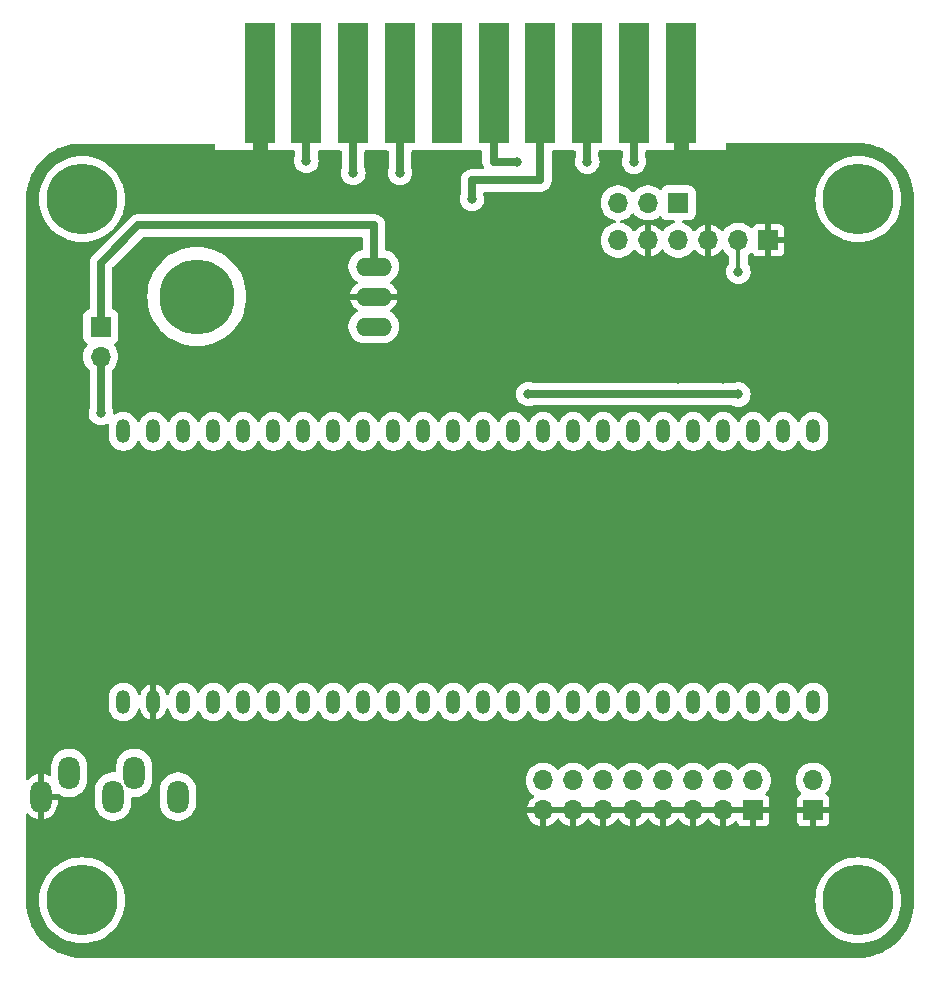
<source format=gbr>
%TF.GenerationSoftware,KiCad,Pcbnew,8.0.2*%
%TF.CreationDate,2024-08-26T06:59:03-04:00*%
%TF.ProjectId,TRS-80-M3-VID2,5452532d-3830-42d4-9d33-2d564944322e,rev?*%
%TF.SameCoordinates,Original*%
%TF.FileFunction,Copper,L2,Bot*%
%TF.FilePolarity,Positive*%
%FSLAX46Y46*%
G04 Gerber Fmt 4.6, Leading zero omitted, Abs format (unit mm)*
G04 Created by KiCad (PCBNEW 8.0.2) date 2024-08-26 06:59:03*
%MOMM*%
%LPD*%
G01*
G04 APERTURE LIST*
%TA.AperFunction,ComponentPad*%
%ADD10C,0.800000*%
%TD*%
%TA.AperFunction,ComponentPad*%
%ADD11C,6.000000*%
%TD*%
%TA.AperFunction,ComponentPad*%
%ADD12O,1.800000X2.800000*%
%TD*%
%TA.AperFunction,ConnectorPad*%
%ADD13R,2.540000X10.160000*%
%TD*%
%TA.AperFunction,ComponentPad*%
%ADD14R,1.700000X1.700000*%
%TD*%
%TA.AperFunction,ComponentPad*%
%ADD15O,1.700000X1.700000*%
%TD*%
%TA.AperFunction,ComponentPad*%
%ADD16C,6.350000*%
%TD*%
%TA.AperFunction,ComponentPad*%
%ADD17O,3.048000X1.524000*%
%TD*%
%TA.AperFunction,ComponentPad*%
%ADD18O,1.200000X2.000000*%
%TD*%
%TA.AperFunction,ViaPad*%
%ADD19C,0.800000*%
%TD*%
%TA.AperFunction,Conductor*%
%ADD20C,0.635000*%
%TD*%
%TA.AperFunction,Conductor*%
%ADD21C,0.304800*%
%TD*%
%TA.AperFunction,Conductor*%
%ADD22C,1.270000*%
%TD*%
G04 APERTURE END LIST*
D10*
%TO.P,H3,1*%
%TO.N,N/C*%
X163485000Y-108585000D03*
X164144010Y-106994010D03*
X164144010Y-110175990D03*
X165735000Y-106335000D03*
D11*
X165735000Y-108585000D03*
D10*
X165735000Y-110835000D03*
X167325990Y-106994010D03*
X167325990Y-110175990D03*
X167985000Y-108585000D03*
%TD*%
D12*
%TO.P,J8,R*%
%TO.N,unconnected-(J8-PadR)*%
X104430000Y-97795000D03*
%TO.P,J8,RN*%
%TO.N,N/C*%
X102630000Y-99795000D03*
%TO.P,J8,S*%
%TO.N,GND*%
X96530000Y-99795000D03*
%TO.P,J8,T*%
%TO.N,Net-(C5-Pad2)*%
X98930000Y-97795000D03*
%TO.P,J8,TN*%
%TO.N,N/C*%
X108130000Y-99795000D03*
%TD*%
D13*
%TO.P,J1,1,Pin_1*%
%TO.N,GND*%
X115042950Y-39370000D03*
%TO.P,J1,2,Pin_2*%
%TO.N,VIDEO2*%
X119005350Y-39370000D03*
%TO.P,J1,3,Pin_3*%
%TO.N,WIPER*%
X122967750Y-39370000D03*
%TO.P,J1,4,Pin_4*%
%TO.N,POT*%
X126930150Y-39370000D03*
%TO.P,J1,5,Pin_5*%
%TO.N,unconnected-(J1-Pin_5-Pad5)*%
X130892550Y-39370000D03*
%TO.P,J1,6,Pin_6*%
%TO.N,HSYNC*%
X134854950Y-39370000D03*
%TO.P,J1,7,Pin_7*%
%TO.N,+12V*%
X138817350Y-39370000D03*
%TO.P,J1,8,Pin_8*%
%TO.N,VIDEO*%
X142779750Y-39370000D03*
%TO.P,J1,9,Pin_9*%
%TO.N,VSYNC*%
X146742150Y-39370000D03*
%TO.P,J1,10,Pin_10*%
%TO.N,GND*%
X150704550Y-39370000D03*
%TD*%
D14*
%TO.P,J3,1,Pin_1*%
%TO.N,GND*%
X161925000Y-100950010D03*
D15*
%TO.P,J3,2,Pin_2*%
%TO.N,Net-(J3-Pin_2)*%
X161925000Y-98410010D03*
%TD*%
D14*
%TO.P,J4,1,Pin_1*%
%TO.N,GND*%
X156830000Y-100965010D03*
D15*
%TO.P,J4,2,Pin_2*%
%TO.N,Net-(J4-Pin_2)*%
X156830000Y-98425010D03*
%TO.P,J4,3,Pin_3*%
%TO.N,GND*%
X154290000Y-100965010D03*
%TO.P,J4,4,Pin_4*%
%TO.N,Net-(J4-Pin_4)*%
X154290000Y-98425010D03*
%TO.P,J4,5,Pin_5*%
%TO.N,GND*%
X151750000Y-100965010D03*
%TO.P,J4,6,Pin_6*%
%TO.N,Net-(J4-Pin_6)*%
X151750000Y-98425010D03*
%TO.P,J4,7,Pin_7*%
%TO.N,GND*%
X149210000Y-100965010D03*
%TO.P,J4,8,Pin_8*%
%TO.N,Net-(J4-Pin_8)*%
X149210000Y-98425010D03*
%TO.P,J4,9,Pin_9*%
%TO.N,GND*%
X146670000Y-100965010D03*
%TO.P,J4,10,Pin_10*%
%TO.N,Net-(J4-Pin_10)*%
X146670000Y-98425010D03*
%TO.P,J4,11,Pin_11*%
%TO.N,GND*%
X144130000Y-100965010D03*
%TO.P,J4,12,Pin_12*%
%TO.N,Net-(J4-Pin_12)*%
X144130000Y-98425010D03*
%TO.P,J4,13,Pin_13*%
%TO.N,GND*%
X141590000Y-100965010D03*
%TO.P,J4,14,Pin_14*%
%TO.N,Net-(J4-Pin_14)*%
X141590000Y-98425010D03*
%TO.P,J4,15,Pin_15*%
%TO.N,GND*%
X139050000Y-100965010D03*
%TO.P,J4,16,Pin_16*%
%TO.N,Net-(J4-Pin_16)*%
X139050000Y-98425010D03*
%TD*%
D10*
%TO.P,H1,1*%
%TO.N,N/C*%
X97765990Y-49215990D03*
X98425000Y-47625000D03*
X98425000Y-50806980D03*
X100015990Y-46965990D03*
D11*
X100015990Y-49215990D03*
D10*
X100015990Y-51465990D03*
X101606980Y-47625000D03*
X101606980Y-50806980D03*
X102265990Y-49215990D03*
%TD*%
D14*
%TO.P,J7,1,Pin_1*%
%TO.N,VIDEO*%
X150480000Y-49530000D03*
D15*
%TO.P,J7,2,Pin_2*%
%TO.N,Net-(J6-Pin_2)*%
X147940000Y-49530000D03*
%TO.P,J7,3,Pin_3*%
%TO.N,VIDEO2*%
X145400000Y-49530000D03*
%TD*%
D10*
%TO.P,H2,1*%
%TO.N,N/C*%
X163485000Y-49212500D03*
X164144010Y-47621510D03*
X164144010Y-50803490D03*
X165735000Y-46962500D03*
D11*
X165735000Y-49212500D03*
D10*
X165735000Y-51462500D03*
X167325990Y-47621510D03*
X167325990Y-50803490D03*
X167985000Y-49212500D03*
%TD*%
D16*
%TO.P,U3,*%
%TO.N,*%
X109728000Y-57467500D03*
D17*
%TO.P,U3,GND*%
%TO.N,GND*%
X124714000Y-57467500D03*
%TO.P,U3,IN*%
%TO.N,+12V*%
X124714000Y-60007500D03*
%TO.P,U3,OUT*%
%TO.N,+5V*%
X124714000Y-54927500D03*
%TD*%
D10*
%TO.P,H4,1*%
%TO.N,N/C*%
X97762500Y-108585000D03*
X98421510Y-106994010D03*
X98421510Y-110175990D03*
X100012500Y-106335000D03*
D11*
X100012500Y-108585000D03*
D10*
X100012500Y-110835000D03*
X101603490Y-106994010D03*
X101603490Y-110175990D03*
X102262500Y-108585000D03*
%TD*%
D14*
%TO.P,J6,1,Pin_1*%
%TO.N,GND*%
X158115000Y-52705000D03*
D15*
%TO.P,J6,2,Pin_2*%
%TO.N,Net-(J6-Pin_2)*%
X155575000Y-52705000D03*
%TO.P,J6,3,Pin_3*%
%TO.N,GND*%
X153035000Y-52705000D03*
%TO.P,J6,4,Pin_4*%
%TO.N,VSYNC*%
X150495000Y-52705000D03*
%TO.P,J6,5,Pin_5*%
%TO.N,GND*%
X147955000Y-52705000D03*
%TO.P,J6,6,Pin_6*%
%TO.N,HSYNC*%
X145415000Y-52705000D03*
%TD*%
D14*
%TO.P,J5,1,Pin_1*%
%TO.N,+5V*%
X101600000Y-60002500D03*
D15*
%TO.P,J5,2,Pin_2*%
%TO.N,Net-(J5-Pin_2)*%
X101600000Y-62542500D03*
%TD*%
D18*
%TO.P,U1,1,Pad_38*%
%TO.N,unconnected-(U1-Pad_38-Pad1)*%
X161925000Y-68877500D03*
%TO.P,U1,2,Pad_37*%
%TO.N,unconnected-(U1-Pad_37-Pad2)*%
X159385000Y-68877500D03*
%TO.P,U1,3,Pad_36*%
%TO.N,unconnected-(U1-Pad_36-Pad3)*%
X156845000Y-68877500D03*
%TO.P,U1,4,Pad_39*%
%TO.N,unconnected-(U1-Pad_39-Pad4)*%
X154305000Y-68877500D03*
%TO.P,U1,5,Pad_25*%
%TO.N,VSYNCX*%
X151765000Y-68877500D03*
%TO.P,U1,6,Pad_26*%
%TO.N,VIDEOX*%
X149225000Y-68877500D03*
%TO.P,U1,7,Pad_27*%
%TO.N,HSYNCX*%
X146685000Y-68877500D03*
%TO.P,U1,8,Pad_28*%
%TO.N,unconnected-(U1-Pad_28-Pad8)*%
X144145000Y-68877500D03*
%TO.P,U1,9,Pad_29*%
%TO.N,Net-(R6-Pad1)*%
X141605000Y-68877500D03*
%TO.P,U1,10,Pad_30*%
%TO.N,Net-(R7-Pad1)*%
X139065000Y-68877500D03*
%TO.P,U1,11,Pad_33*%
%TO.N,unconnected-(U1-Pad_33-Pad11)*%
X136525000Y-68877500D03*
%TO.P,U1,12,Pad_34*%
%TO.N,unconnected-(U1-Pad_34-Pad12)*%
X133985000Y-68877500D03*
%TO.P,U1,13,Pad_40*%
%TO.N,unconnected-(U1-Pad_40-Pad13)*%
X131445000Y-68877500D03*
%TO.P,U1,14,Pad_35*%
%TO.N,unconnected-(U1-Pad_35-Pad14)*%
X128905000Y-68877500D03*
%TO.P,U1,15,Pad_41*%
%TO.N,unconnected-(U1-Pad_41-Pad15)*%
X126365000Y-68877500D03*
%TO.P,U1,16,Pad_42*%
%TO.N,unconnected-(U1-Pad_42-Pad16)*%
X123825000Y-68877500D03*
%TO.P,U1,17,Pad_51*%
%TO.N,unconnected-(U1-Pad_51-Pad17)*%
X121285000Y-68877500D03*
%TO.P,U1,18,Pad_53*%
%TO.N,unconnected-(U1-Pad_53-Pad18)*%
X118745000Y-68877500D03*
%TO.P,U1,19,Pad_54*%
%TO.N,unconnected-(U1-Pad_54-Pad19)*%
X116205000Y-68877500D03*
%TO.P,U1,20,Pad_55*%
%TO.N,unconnected-(U1-Pad_55-Pad20)*%
X113665000Y-68877500D03*
%TO.P,U1,21,Pad_56*%
%TO.N,unconnected-(U1-Pad_56-Pad21)*%
X111125000Y-68877500D03*
%TO.P,U1,22,Pad_57*%
%TO.N,VGA_VSYNC*%
X108585000Y-68877500D03*
%TO.P,U1,23,Pad_68*%
%TO.N,unconnected-(U1-Pad_68-Pad23)*%
X106045000Y-68877500D03*
%TO.P,U1,24,Pad_69*%
%TO.N,unconnected-(U1-Pad_69-Pad24)*%
X103505000Y-68877500D03*
%TO.P,U1,25,3V3*%
%TO.N,+3V3*%
X103505000Y-91777500D03*
%TO.P,U1,26,GND*%
%TO.N,GND*%
X106045000Y-91777500D03*
%TO.P,U1,27,Pad_32*%
%TO.N,VGA_HSYNC*%
X108585000Y-91777500D03*
%TO.P,U1,28,Pad_31*%
%TO.N,ADC_CLK*%
X111125000Y-91777500D03*
%TO.P,U1,29,Pad_49*%
%TO.N,ADC_DTA*%
X113665000Y-91777500D03*
%TO.P,U1,30,Pad_48*%
%TO.N,ADC_CS*%
X116205000Y-91777500D03*
%TO.P,U1,31,5V*%
%TO.N,Net-(J5-Pin_2)*%
X118745000Y-91777500D03*
%TO.P,U1,32,Pad_70*%
%TO.N,unconnected-(U1-Pad_70-Pad32)*%
X121285000Y-91777500D03*
%TO.P,U1,33,Pad_71*%
%TO.N,unconnected-(U1-Pad_71-Pad33)*%
X123825000Y-91777500D03*
%TO.P,U1,34,Pad_72*%
%TO.N,unconnected-(U1-Pad_72-Pad34)*%
X126365000Y-91777500D03*
%TO.P,U1,35,Pad_73*%
%TO.N,unconnected-(U1-Pad_73-Pad35)*%
X128905000Y-91777500D03*
%TO.P,U1,36,Pad_74*%
%TO.N,unconnected-(U1-Pad_74-Pad36)*%
X131445000Y-91777500D03*
%TO.P,U1,37,Pad_75*%
%TO.N,unconnected-(U1-Pad_75-Pad37)*%
X133985000Y-91777500D03*
%TO.P,U1,38,Pad_76*%
%TO.N,unconnected-(U1-Pad_76-Pad38)*%
X136525000Y-91777500D03*
%TO.P,U1,39,Pad_77*%
%TO.N,unconnected-(U1-Pad_77-Pad39)*%
X139065000Y-91777500D03*
%TO.P,U1,40,Pad_79*%
%TO.N,Net-(J4-Pin_16)*%
X141605000Y-91777500D03*
%TO.P,U1,41,Pad_80*%
%TO.N,Net-(J4-Pin_14)*%
X144145000Y-91777500D03*
%TO.P,U1,42,Pad_81*%
%TO.N,Net-(J4-Pin_12)*%
X146685000Y-91777500D03*
%TO.P,U1,43,Pad_82*%
%TO.N,Net-(J4-Pin_10)*%
X149225000Y-91777500D03*
%TO.P,U1,44,Pad_83*%
%TO.N,Net-(J4-Pin_8)*%
X151765000Y-91777500D03*
%TO.P,U1,45,Pad_84*%
%TO.N,Net-(J4-Pin_6)*%
X154305000Y-91777500D03*
%TO.P,U1,46,Pad_85*%
%TO.N,Net-(J4-Pin_4)*%
X156845000Y-91777500D03*
%TO.P,U1,47,Pad_86*%
%TO.N,Net-(J4-Pin_2)*%
X159385000Y-91777500D03*
%TO.P,U1,48,Pad_63*%
%TO.N,Net-(J3-Pin_2)*%
X161925000Y-91777500D03*
%TD*%
D19*
%TO.N,GND*%
X112077500Y-99695000D03*
X147955000Y-55880000D03*
X150495000Y-64452500D03*
X122237500Y-102552500D03*
X154305000Y-64452500D03*
X129222500Y-100012500D03*
X150495000Y-59690000D03*
X159385000Y-57467500D03*
X137795000Y-52387500D03*
X116522500Y-99695000D03*
%TO.N,+3V3*%
X155575000Y-65755000D03*
X137795000Y-65722500D03*
%TO.N,Net-(J5-Pin_2)*%
X101600000Y-67310000D03*
%TO.N,VIDEO2*%
X119005350Y-45980350D03*
%TO.N,Net-(J6-Pin_2)*%
X155575000Y-55362400D03*
%TO.N,VSYNC*%
X146742150Y-46037500D03*
%TO.N,VIDEO*%
X142779750Y-46037500D03*
%TO.N,HSYNC*%
X136842500Y-46037500D03*
%TO.N,+12V*%
X133032500Y-49212500D03*
%TO.N,WIPER*%
X122967750Y-46990000D03*
%TO.N,POT*%
X126930150Y-46990000D03*
%TD*%
D20*
%TO.N,+5V*%
X124714000Y-51435000D02*
X124714000Y-54927500D01*
X104775000Y-51435000D02*
X124714000Y-51435000D01*
X101600000Y-60002500D02*
X101600000Y-54610000D01*
X101600000Y-54610000D02*
X104775000Y-51435000D01*
D21*
%TO.N,GND*%
X156829989Y-100965000D02*
X139049989Y-100965000D01*
D22*
X150704550Y-39370000D02*
X150704550Y-45085000D01*
X115042950Y-39370000D02*
X115042950Y-45192950D01*
D20*
%TO.N,+3V3*%
X137795000Y-65722500D02*
X155567500Y-65722500D01*
%TO.N,Net-(J5-Pin_2)*%
X101600000Y-62542500D02*
X101600000Y-67310000D01*
%TO.N,VIDEO2*%
X119005350Y-39370000D02*
X119005350Y-45980350D01*
D21*
%TO.N,Net-(J6-Pin_2)*%
X155575000Y-52705000D02*
X155575000Y-55362400D01*
D20*
%TO.N,VSYNC*%
X146742150Y-46037500D02*
X146742150Y-39370000D01*
%TO.N,VIDEO*%
X142779750Y-39370000D02*
X142779750Y-46037500D01*
%TO.N,HSYNC*%
X134854950Y-46037500D02*
X134854950Y-39370000D01*
X136842500Y-46037500D02*
X134937500Y-46037500D01*
%TO.N,+12V*%
X138817350Y-39370000D02*
X138817350Y-47625000D01*
X133032500Y-47625000D02*
X138747500Y-47625000D01*
X133032500Y-47625000D02*
X133032500Y-49212500D01*
%TO.N,WIPER*%
X122967750Y-39370000D02*
X122967750Y-46990000D01*
%TO.N,POT*%
X126930150Y-39370000D02*
X126930150Y-46990000D01*
%TD*%
%TA.AperFunction,Conductor*%
%TO.N,GND*%
G36*
X141124075Y-100772017D02*
G01*
X141090000Y-100899184D01*
X141090000Y-101030836D01*
X141124075Y-101158003D01*
X141159297Y-101219010D01*
X139480703Y-101219010D01*
X139515925Y-101158003D01*
X139550000Y-101030836D01*
X139550000Y-100899184D01*
X139515925Y-100772017D01*
X139480703Y-100711010D01*
X141159297Y-100711010D01*
X141124075Y-100772017D01*
G37*
%TD.AperFunction*%
%TA.AperFunction,Conductor*%
G36*
X143664075Y-100772017D02*
G01*
X143630000Y-100899184D01*
X143630000Y-101030836D01*
X143664075Y-101158003D01*
X143699297Y-101219010D01*
X142020703Y-101219010D01*
X142055925Y-101158003D01*
X142090000Y-101030836D01*
X142090000Y-100899184D01*
X142055925Y-100772017D01*
X142020703Y-100711010D01*
X143699297Y-100711010D01*
X143664075Y-100772017D01*
G37*
%TD.AperFunction*%
%TA.AperFunction,Conductor*%
G36*
X146204075Y-100772017D02*
G01*
X146170000Y-100899184D01*
X146170000Y-101030836D01*
X146204075Y-101158003D01*
X146239297Y-101219010D01*
X144560703Y-101219010D01*
X144595925Y-101158003D01*
X144630000Y-101030836D01*
X144630000Y-100899184D01*
X144595925Y-100772017D01*
X144560703Y-100711010D01*
X146239297Y-100711010D01*
X146204075Y-100772017D01*
G37*
%TD.AperFunction*%
%TA.AperFunction,Conductor*%
G36*
X148744075Y-100772017D02*
G01*
X148710000Y-100899184D01*
X148710000Y-101030836D01*
X148744075Y-101158003D01*
X148779297Y-101219010D01*
X147100703Y-101219010D01*
X147135925Y-101158003D01*
X147170000Y-101030836D01*
X147170000Y-100899184D01*
X147135925Y-100772017D01*
X147100703Y-100711010D01*
X148779297Y-100711010D01*
X148744075Y-100772017D01*
G37*
%TD.AperFunction*%
%TA.AperFunction,Conductor*%
G36*
X151284075Y-100772017D02*
G01*
X151250000Y-100899184D01*
X151250000Y-101030836D01*
X151284075Y-101158003D01*
X151319297Y-101219010D01*
X149640703Y-101219010D01*
X149675925Y-101158003D01*
X149710000Y-101030836D01*
X149710000Y-100899184D01*
X149675925Y-100772017D01*
X149640703Y-100711010D01*
X151319297Y-100711010D01*
X151284075Y-100772017D01*
G37*
%TD.AperFunction*%
%TA.AperFunction,Conductor*%
G36*
X153824075Y-100772017D02*
G01*
X153790000Y-100899184D01*
X153790000Y-101030836D01*
X153824075Y-101158003D01*
X153859297Y-101219010D01*
X152180703Y-101219010D01*
X152215925Y-101158003D01*
X152250000Y-101030836D01*
X152250000Y-100899184D01*
X152215925Y-100772017D01*
X152180703Y-100711010D01*
X153859297Y-100711010D01*
X153824075Y-100772017D01*
G37*
%TD.AperFunction*%
%TA.AperFunction,Conductor*%
G36*
X156364075Y-100772017D02*
G01*
X156330000Y-100899184D01*
X156330000Y-101030836D01*
X156364075Y-101158003D01*
X156399297Y-101219010D01*
X154720703Y-101219010D01*
X154755925Y-101158003D01*
X154790000Y-101030836D01*
X154790000Y-100899184D01*
X154755925Y-100772017D01*
X154720703Y-100711010D01*
X156399297Y-100711010D01*
X156364075Y-100772017D01*
G37*
%TD.AperFunction*%
%TA.AperFunction,Conductor*%
G36*
X146709116Y-50410002D02*
G01*
X146762701Y-50444440D01*
X146930443Y-50626657D01*
X146930448Y-50626661D01*
X146930450Y-50626663D01*
X147124724Y-50777873D01*
X147341236Y-50895043D01*
X147341237Y-50895043D01*
X147341238Y-50895044D01*
X147463489Y-50937012D01*
X147574082Y-50974979D01*
X147816908Y-51015500D01*
X147816912Y-51015500D01*
X148063088Y-51015500D01*
X148063092Y-51015500D01*
X148305918Y-50974979D01*
X148538764Y-50895043D01*
X148755276Y-50777873D01*
X148762054Y-50772598D01*
X148816326Y-50730355D01*
X148896846Y-50667683D01*
X148962888Y-50641627D01*
X149032533Y-50655412D01*
X149082690Y-50702975D01*
X149123866Y-50772599D01*
X149123869Y-50772603D01*
X149237396Y-50886130D01*
X149237400Y-50886133D01*
X149237402Y-50886135D01*
X149375607Y-50967869D01*
X149529796Y-51012665D01*
X149565819Y-51015500D01*
X150086273Y-51015499D01*
X150154392Y-51035501D01*
X150200885Y-51089156D01*
X150210989Y-51159430D01*
X150181496Y-51224011D01*
X150127183Y-51260672D01*
X149896239Y-51339955D01*
X149896236Y-51339957D01*
X149679724Y-51457126D01*
X149679723Y-51457127D01*
X149485443Y-51608342D01*
X149318715Y-51789457D01*
X149254332Y-51888003D01*
X149200328Y-51934091D01*
X149129980Y-51943666D01*
X149065623Y-51913688D01*
X149043365Y-51888000D01*
X149030328Y-51868045D01*
X148877902Y-51702465D01*
X148700301Y-51564232D01*
X148700300Y-51564231D01*
X148502371Y-51457117D01*
X148502369Y-51457116D01*
X148289512Y-51384043D01*
X148289501Y-51384040D01*
X148209000Y-51370606D01*
X148209000Y-52274297D01*
X148147993Y-52239075D01*
X148020826Y-52205000D01*
X147889174Y-52205000D01*
X147762007Y-52239075D01*
X147701000Y-52274297D01*
X147701000Y-51370607D01*
X147700999Y-51370606D01*
X147620498Y-51384040D01*
X147620487Y-51384043D01*
X147407630Y-51457116D01*
X147407628Y-51457117D01*
X147209699Y-51564231D01*
X147209698Y-51564232D01*
X147032097Y-51702465D01*
X146879670Y-51868045D01*
X146866632Y-51888003D01*
X146812628Y-51934091D01*
X146742280Y-51943666D01*
X146677923Y-51913688D01*
X146655667Y-51888002D01*
X146591286Y-51789459D01*
X146424556Y-51608342D01*
X146367882Y-51564231D01*
X146230276Y-51457127D01*
X146230275Y-51457126D01*
X146095228Y-51384043D01*
X146013764Y-51339957D01*
X146013762Y-51339956D01*
X146013761Y-51339955D01*
X145780922Y-51260022D01*
X145780903Y-51260017D01*
X145664116Y-51240529D01*
X145600216Y-51209588D01*
X145563189Y-51149011D01*
X145564790Y-51078033D01*
X145604511Y-51019187D01*
X145664114Y-50991967D01*
X145765918Y-50974979D01*
X145998764Y-50895043D01*
X146215276Y-50777873D01*
X146409550Y-50626663D01*
X146442876Y-50590462D01*
X146577299Y-50444440D01*
X146638152Y-50407869D01*
X146709116Y-50410002D01*
G37*
%TD.AperFunction*%
%TA.AperFunction,Conductor*%
G36*
X165737748Y-44475620D02*
G01*
X166142361Y-44493286D01*
X166153310Y-44494243D01*
X166552124Y-44546748D01*
X166562940Y-44548656D01*
X166736612Y-44587158D01*
X166955654Y-44635718D01*
X166966272Y-44638563D01*
X167349897Y-44759520D01*
X167360226Y-44763279D01*
X167731866Y-44917217D01*
X167741828Y-44921863D01*
X168098625Y-45107600D01*
X168108128Y-45113086D01*
X168262605Y-45211499D01*
X168447387Y-45329218D01*
X168456391Y-45335522D01*
X168764590Y-45572011D01*
X168775526Y-45580402D01*
X168783932Y-45587455D01*
X169053548Y-45834513D01*
X169080509Y-45859218D01*
X169088277Y-45866986D01*
X169360042Y-46163565D01*
X169367097Y-46171973D01*
X169611977Y-46491108D01*
X169618281Y-46500112D01*
X169834408Y-46839363D01*
X169839904Y-46848883D01*
X170025636Y-47205671D01*
X170030282Y-47215633D01*
X170184220Y-47587273D01*
X170187979Y-47597602D01*
X170308936Y-47981227D01*
X170311781Y-47991845D01*
X170398842Y-48384555D01*
X170400751Y-48395380D01*
X170453255Y-48794188D01*
X170454213Y-48805138D01*
X170471880Y-49209751D01*
X170472000Y-49215247D01*
X170472000Y-108707156D01*
X170471880Y-108712652D01*
X170454213Y-109117264D01*
X170453255Y-109128214D01*
X170400752Y-109527021D01*
X170398843Y-109537847D01*
X170311780Y-109930560D01*
X170308935Y-109941177D01*
X170187978Y-110324800D01*
X170184219Y-110335129D01*
X170030281Y-110706768D01*
X170025635Y-110716730D01*
X169839903Y-111073518D01*
X169834407Y-111083038D01*
X169618276Y-111422296D01*
X169611971Y-111431300D01*
X169367105Y-111750414D01*
X169360040Y-111758834D01*
X169088279Y-112055409D01*
X169080506Y-112063182D01*
X168783938Y-112334937D01*
X168775518Y-112342003D01*
X168456389Y-112586878D01*
X168447385Y-112593182D01*
X168108135Y-112809309D01*
X168098624Y-112814800D01*
X167817866Y-112960954D01*
X167741827Y-113000537D01*
X167731865Y-113005182D01*
X167360226Y-113159120D01*
X167349897Y-113162879D01*
X166966271Y-113283836D01*
X166955653Y-113286681D01*
X166562944Y-113373742D01*
X166552119Y-113375651D01*
X166153310Y-113428155D01*
X166142361Y-113429113D01*
X165847282Y-113441997D01*
X165737648Y-113446784D01*
X165732168Y-113446904D01*
X100015248Y-113446904D01*
X100009752Y-113446784D01*
X99605138Y-113429117D01*
X99594188Y-113428159D01*
X99195379Y-113375655D01*
X99184554Y-113373746D01*
X98791845Y-113286685D01*
X98781227Y-113283840D01*
X98397601Y-113162883D01*
X98387272Y-113159124D01*
X98015633Y-113005186D01*
X98005671Y-113000540D01*
X97648882Y-112814808D01*
X97639362Y-112809312D01*
X97300111Y-112593185D01*
X97291107Y-112586881D01*
X96971972Y-112342001D01*
X96963564Y-112334946D01*
X96666985Y-112063181D01*
X96659217Y-112055412D01*
X96387461Y-111758843D01*
X96380396Y-111750423D01*
X96135525Y-111431302D01*
X96129220Y-111422298D01*
X96041717Y-111284945D01*
X95913084Y-111083032D01*
X95907598Y-111073529D01*
X95721860Y-110716730D01*
X95717215Y-110706770D01*
X95563276Y-110335131D01*
X95559517Y-110324802D01*
X95559516Y-110324800D01*
X95438556Y-109941163D01*
X95435719Y-109930576D01*
X95348648Y-109537827D01*
X95346746Y-109527043D01*
X95294239Y-109128214D01*
X95293282Y-109117265D01*
X95275620Y-108712743D01*
X95275500Y-108707247D01*
X95275500Y-108584993D01*
X96372011Y-108584993D01*
X96372011Y-108585006D01*
X96391952Y-108965526D01*
X96451564Y-109341900D01*
X96550186Y-109709964D01*
X96550190Y-109709977D01*
X96686743Y-110065710D01*
X96686747Y-110065718D01*
X96686748Y-110065720D01*
X96859744Y-110405245D01*
X97067283Y-110724826D01*
X97067288Y-110724832D01*
X97067290Y-110724835D01*
X97307085Y-111020958D01*
X97307099Y-111020974D01*
X97576525Y-111290400D01*
X97576533Y-111290407D01*
X97576537Y-111290411D01*
X97872674Y-111530217D01*
X98192255Y-111737756D01*
X98531780Y-111910752D01*
X98531784Y-111910753D01*
X98531789Y-111910756D01*
X98841670Y-112029708D01*
X98887527Y-112047311D01*
X99255600Y-112145936D01*
X99631965Y-112205546D01*
X99631967Y-112205546D01*
X99631973Y-112205547D01*
X100012494Y-112225489D01*
X100012500Y-112225489D01*
X100012506Y-112225489D01*
X100393026Y-112205547D01*
X100393030Y-112205546D01*
X100393035Y-112205546D01*
X100769400Y-112145936D01*
X101137473Y-112047311D01*
X101493220Y-111910752D01*
X101832745Y-111737756D01*
X102152326Y-111530217D01*
X102448463Y-111290411D01*
X102717911Y-111020963D01*
X102957717Y-110724826D01*
X103165256Y-110405245D01*
X103338252Y-110065720D01*
X103474811Y-109709973D01*
X103573436Y-109341900D01*
X103633046Y-108965535D01*
X103633046Y-108965530D01*
X103633047Y-108965526D01*
X103652989Y-108585006D01*
X103652989Y-108584993D01*
X162094511Y-108584993D01*
X162094511Y-108585006D01*
X162114452Y-108965526D01*
X162174064Y-109341900D01*
X162272686Y-109709964D01*
X162272690Y-109709977D01*
X162409243Y-110065710D01*
X162409247Y-110065718D01*
X162409248Y-110065720D01*
X162582244Y-110405245D01*
X162789783Y-110724826D01*
X162789788Y-110724832D01*
X162789790Y-110724835D01*
X163029585Y-111020958D01*
X163029599Y-111020974D01*
X163299025Y-111290400D01*
X163299033Y-111290407D01*
X163299037Y-111290411D01*
X163595174Y-111530217D01*
X163914755Y-111737756D01*
X164254280Y-111910752D01*
X164254284Y-111910753D01*
X164254289Y-111910756D01*
X164564170Y-112029708D01*
X164610027Y-112047311D01*
X164978100Y-112145936D01*
X165354465Y-112205546D01*
X165354467Y-112205546D01*
X165354473Y-112205547D01*
X165734994Y-112225489D01*
X165735000Y-112225489D01*
X165735006Y-112225489D01*
X166115526Y-112205547D01*
X166115530Y-112205546D01*
X166115535Y-112205546D01*
X166491900Y-112145936D01*
X166859973Y-112047311D01*
X167215720Y-111910752D01*
X167555245Y-111737756D01*
X167874826Y-111530217D01*
X168170963Y-111290411D01*
X168440411Y-111020963D01*
X168680217Y-110724826D01*
X168887756Y-110405245D01*
X169060752Y-110065720D01*
X169197311Y-109709973D01*
X169295936Y-109341900D01*
X169355546Y-108965535D01*
X169355546Y-108965530D01*
X169355547Y-108965526D01*
X169375489Y-108585006D01*
X169375489Y-108584993D01*
X169355547Y-108204473D01*
X169355546Y-108204465D01*
X169295936Y-107828100D01*
X169197311Y-107460027D01*
X169179708Y-107414170D01*
X169060756Y-107104289D01*
X169060752Y-107104281D01*
X169060752Y-107104280D01*
X168887756Y-106764756D01*
X168680217Y-106445174D01*
X168680210Y-106445164D01*
X168440414Y-106149041D01*
X168440411Y-106149037D01*
X168440407Y-106149033D01*
X168440400Y-106149025D01*
X168170974Y-105879599D01*
X168170958Y-105879585D01*
X167874835Y-105639790D01*
X167874832Y-105639788D01*
X167874826Y-105639783D01*
X167555245Y-105432244D01*
X167215720Y-105259248D01*
X167215719Y-105259247D01*
X167215718Y-105259247D01*
X167215710Y-105259243D01*
X166859977Y-105122690D01*
X166859964Y-105122686D01*
X166491900Y-105024064D01*
X166115526Y-104964452D01*
X165735006Y-104944511D01*
X165734994Y-104944511D01*
X165354473Y-104964452D01*
X164978099Y-105024064D01*
X164610035Y-105122686D01*
X164610022Y-105122690D01*
X164254289Y-105259243D01*
X164254281Y-105259247D01*
X163914765Y-105432239D01*
X163914759Y-105432242D01*
X163595181Y-105639777D01*
X163595164Y-105639789D01*
X163299041Y-105879585D01*
X163299025Y-105879599D01*
X163029599Y-106149025D01*
X163029585Y-106149041D01*
X162789789Y-106445164D01*
X162789777Y-106445181D01*
X162582242Y-106764759D01*
X162582239Y-106764765D01*
X162409247Y-107104281D01*
X162409243Y-107104289D01*
X162272690Y-107460022D01*
X162272686Y-107460035D01*
X162174064Y-107828099D01*
X162114452Y-108204473D01*
X162094511Y-108584993D01*
X103652989Y-108584993D01*
X103633047Y-108204473D01*
X103633046Y-108204465D01*
X103573436Y-107828100D01*
X103474811Y-107460027D01*
X103457208Y-107414170D01*
X103338256Y-107104289D01*
X103338252Y-107104281D01*
X103338252Y-107104280D01*
X103165256Y-106764756D01*
X102957717Y-106445174D01*
X102957710Y-106445164D01*
X102717914Y-106149041D01*
X102717911Y-106149037D01*
X102717907Y-106149033D01*
X102717900Y-106149025D01*
X102448474Y-105879599D01*
X102448458Y-105879585D01*
X102152335Y-105639790D01*
X102152332Y-105639788D01*
X102152326Y-105639783D01*
X101832745Y-105432244D01*
X101493220Y-105259248D01*
X101493219Y-105259247D01*
X101493218Y-105259247D01*
X101493210Y-105259243D01*
X101137477Y-105122690D01*
X101137464Y-105122686D01*
X100769400Y-105024064D01*
X100393026Y-104964452D01*
X100012506Y-104944511D01*
X100012494Y-104944511D01*
X99631973Y-104964452D01*
X99255599Y-105024064D01*
X98887535Y-105122686D01*
X98887522Y-105122690D01*
X98531789Y-105259243D01*
X98531781Y-105259247D01*
X98192265Y-105432239D01*
X98192259Y-105432242D01*
X97872681Y-105639777D01*
X97872664Y-105639789D01*
X97576541Y-105879585D01*
X97576525Y-105879599D01*
X97307099Y-106149025D01*
X97307085Y-106149041D01*
X97067289Y-106445164D01*
X97067277Y-106445181D01*
X96859742Y-106764759D01*
X96859739Y-106764765D01*
X96686747Y-107104281D01*
X96686743Y-107104289D01*
X96550190Y-107460022D01*
X96550186Y-107460035D01*
X96451564Y-107828099D01*
X96391952Y-108204473D01*
X96372011Y-108584993D01*
X95275500Y-108584993D01*
X95275500Y-101335904D01*
X95295502Y-101267783D01*
X95349158Y-101221290D01*
X95419432Y-101211186D01*
X95484012Y-101240680D01*
X95490595Y-101246809D01*
X95612746Y-101368960D01*
X95792043Y-101499227D01*
X95989514Y-101599843D01*
X95989516Y-101599844D01*
X96200289Y-101668329D01*
X96276000Y-101680320D01*
X96276000Y-100725702D01*
X96337007Y-100760925D01*
X96464174Y-100795000D01*
X96595826Y-100795000D01*
X96722993Y-100760925D01*
X96784000Y-100725702D01*
X96784000Y-101680320D01*
X96859709Y-101668329D01*
X96859711Y-101668329D01*
X97070483Y-101599844D01*
X97070485Y-101599843D01*
X97267956Y-101499227D01*
X97447253Y-101368960D01*
X97603960Y-101212253D01*
X97734227Y-101032956D01*
X97834843Y-100835485D01*
X97834844Y-100835483D01*
X97903329Y-100624710D01*
X97938000Y-100405808D01*
X97938000Y-100049000D01*
X97030000Y-100049000D01*
X97030000Y-99541000D01*
X97990191Y-99541000D01*
X97990191Y-99545128D01*
X98034758Y-99548280D01*
X98064877Y-99564433D01*
X98125223Y-99608277D01*
X98340573Y-99718004D01*
X98570436Y-99792691D01*
X98809154Y-99830500D01*
X98809157Y-99830500D01*
X99050843Y-99830500D01*
X99050846Y-99830500D01*
X99289564Y-99792691D01*
X99519427Y-99718004D01*
X99734777Y-99608277D01*
X99930311Y-99466214D01*
X100101214Y-99295311D01*
X100189239Y-99174154D01*
X101094500Y-99174154D01*
X101094500Y-100415846D01*
X101123985Y-100602007D01*
X101132310Y-100654569D01*
X101206917Y-100884184D01*
X101206996Y-100884427D01*
X101316723Y-101099777D01*
X101458786Y-101295311D01*
X101458788Y-101295313D01*
X101458790Y-101295316D01*
X101629683Y-101466209D01*
X101629686Y-101466211D01*
X101629689Y-101466214D01*
X101825223Y-101608277D01*
X102040573Y-101718004D01*
X102270436Y-101792691D01*
X102509154Y-101830500D01*
X102509157Y-101830500D01*
X102750843Y-101830500D01*
X102750846Y-101830500D01*
X102989564Y-101792691D01*
X103219427Y-101718004D01*
X103434777Y-101608277D01*
X103630311Y-101466214D01*
X103801214Y-101295311D01*
X103943277Y-101099777D01*
X104053004Y-100884427D01*
X104127691Y-100654564D01*
X104165500Y-100415846D01*
X104165500Y-99955274D01*
X104185502Y-99887153D01*
X104239158Y-99840660D01*
X104304126Y-99831318D01*
X104304222Y-99830112D01*
X104309151Y-99830500D01*
X104309154Y-99830500D01*
X104550843Y-99830500D01*
X104550846Y-99830500D01*
X104789564Y-99792691D01*
X105019427Y-99718004D01*
X105234777Y-99608277D01*
X105430311Y-99466214D01*
X105601214Y-99295311D01*
X105689239Y-99174154D01*
X106594500Y-99174154D01*
X106594500Y-100415846D01*
X106623985Y-100602007D01*
X106632310Y-100654569D01*
X106706917Y-100884184D01*
X106706996Y-100884427D01*
X106816723Y-101099777D01*
X106958786Y-101295311D01*
X106958788Y-101295313D01*
X106958790Y-101295316D01*
X107129683Y-101466209D01*
X107129686Y-101466211D01*
X107129689Y-101466214D01*
X107325223Y-101608277D01*
X107540573Y-101718004D01*
X107770436Y-101792691D01*
X108009154Y-101830500D01*
X108009157Y-101830500D01*
X108250843Y-101830500D01*
X108250846Y-101830500D01*
X108489564Y-101792691D01*
X108719427Y-101718004D01*
X108934777Y-101608277D01*
X109130311Y-101466214D01*
X109301214Y-101295311D01*
X109443277Y-101099777D01*
X109553004Y-100884427D01*
X109627691Y-100654564D01*
X109665500Y-100415846D01*
X109665500Y-99174154D01*
X109627691Y-98935436D01*
X109553004Y-98705573D01*
X109443277Y-98490223D01*
X109395897Y-98425010D01*
X137559409Y-98425010D01*
X137564812Y-98490219D01*
X137579740Y-98670360D01*
X137640171Y-98909000D01*
X137640174Y-98909007D01*
X137739063Y-99134452D01*
X137873713Y-99340550D01*
X138040443Y-99521667D01*
X138040448Y-99521671D01*
X138040450Y-99521673D01*
X138224031Y-99664560D01*
X138238837Y-99676084D01*
X138237335Y-99678013D01*
X138276825Y-99724260D01*
X138286419Y-99794606D01*
X138256459Y-99858971D01*
X138239226Y-99875202D01*
X138127097Y-99962475D01*
X137974674Y-100128051D01*
X137851580Y-100316461D01*
X137761179Y-100522553D01*
X137761176Y-100522560D01*
X137713455Y-100711009D01*
X137713456Y-100711010D01*
X138619297Y-100711010D01*
X138584075Y-100772017D01*
X138550000Y-100899184D01*
X138550000Y-101030836D01*
X138584075Y-101158003D01*
X138619297Y-101219010D01*
X137713455Y-101219010D01*
X137761176Y-101407459D01*
X137761179Y-101407466D01*
X137851580Y-101613558D01*
X137974674Y-101801968D01*
X138127097Y-101967544D01*
X138304698Y-102105777D01*
X138304699Y-102105778D01*
X138502628Y-102212892D01*
X138502630Y-102212893D01*
X138715483Y-102285965D01*
X138715492Y-102285967D01*
X138796000Y-102299401D01*
X138796000Y-101395712D01*
X138857007Y-101430935D01*
X138984174Y-101465010D01*
X139115826Y-101465010D01*
X139242993Y-101430935D01*
X139304000Y-101395712D01*
X139304000Y-102299400D01*
X139384507Y-102285967D01*
X139384516Y-102285965D01*
X139597369Y-102212893D01*
X139597371Y-102212892D01*
X139795300Y-102105778D01*
X139795301Y-102105777D01*
X139972902Y-101967544D01*
X140125327Y-101801965D01*
X140214517Y-101665451D01*
X140268521Y-101619362D01*
X140338868Y-101609787D01*
X140403226Y-101639764D01*
X140425483Y-101665451D01*
X140514672Y-101801965D01*
X140667097Y-101967544D01*
X140844698Y-102105777D01*
X140844699Y-102105778D01*
X141042628Y-102212892D01*
X141042630Y-102212893D01*
X141255483Y-102285965D01*
X141255492Y-102285967D01*
X141336000Y-102299401D01*
X141336000Y-101395712D01*
X141397007Y-101430935D01*
X141524174Y-101465010D01*
X141655826Y-101465010D01*
X141782993Y-101430935D01*
X141844000Y-101395712D01*
X141844000Y-102299400D01*
X141924507Y-102285967D01*
X141924516Y-102285965D01*
X142137369Y-102212893D01*
X142137371Y-102212892D01*
X142335300Y-102105778D01*
X142335301Y-102105777D01*
X142512902Y-101967544D01*
X142665327Y-101801965D01*
X142754517Y-101665451D01*
X142808521Y-101619362D01*
X142878868Y-101609787D01*
X142943226Y-101639764D01*
X142965483Y-101665451D01*
X143054672Y-101801965D01*
X143207097Y-101967544D01*
X143384698Y-102105777D01*
X143384699Y-102105778D01*
X143582628Y-102212892D01*
X143582630Y-102212893D01*
X143795483Y-102285965D01*
X143795492Y-102285967D01*
X143876000Y-102299401D01*
X143876000Y-101395712D01*
X143937007Y-101430935D01*
X144064174Y-101465010D01*
X144195826Y-101465010D01*
X144322993Y-101430935D01*
X144384000Y-101395712D01*
X144384000Y-102299400D01*
X144464507Y-102285967D01*
X144464516Y-102285965D01*
X144677369Y-102212893D01*
X144677371Y-102212892D01*
X144875300Y-102105778D01*
X144875301Y-102105777D01*
X145052902Y-101967544D01*
X145205327Y-101801965D01*
X145294517Y-101665451D01*
X145348521Y-101619362D01*
X145418868Y-101609787D01*
X145483226Y-101639764D01*
X145505483Y-101665451D01*
X145594672Y-101801965D01*
X145747097Y-101967544D01*
X145924698Y-102105777D01*
X145924699Y-102105778D01*
X146122628Y-102212892D01*
X146122630Y-102212893D01*
X146335483Y-102285965D01*
X146335492Y-102285967D01*
X146416000Y-102299401D01*
X146416000Y-101395712D01*
X146477007Y-101430935D01*
X146604174Y-101465010D01*
X146735826Y-101465010D01*
X146862993Y-101430935D01*
X146924000Y-101395712D01*
X146924000Y-102299400D01*
X147004507Y-102285967D01*
X147004516Y-102285965D01*
X147217369Y-102212893D01*
X147217371Y-102212892D01*
X147415300Y-102105778D01*
X147415301Y-102105777D01*
X147592902Y-101967544D01*
X147745327Y-101801965D01*
X147834517Y-101665451D01*
X147888521Y-101619362D01*
X147958868Y-101609787D01*
X148023226Y-101639764D01*
X148045483Y-101665451D01*
X148134672Y-101801965D01*
X148287097Y-101967544D01*
X148464698Y-102105777D01*
X148464699Y-102105778D01*
X148662628Y-102212892D01*
X148662630Y-102212893D01*
X148875483Y-102285965D01*
X148875492Y-102285967D01*
X148956000Y-102299401D01*
X148956000Y-101395712D01*
X149017007Y-101430935D01*
X149144174Y-101465010D01*
X149275826Y-101465010D01*
X149402993Y-101430935D01*
X149464000Y-101395712D01*
X149464000Y-102299400D01*
X149544507Y-102285967D01*
X149544516Y-102285965D01*
X149757369Y-102212893D01*
X149757371Y-102212892D01*
X149955300Y-102105778D01*
X149955301Y-102105777D01*
X150132902Y-101967544D01*
X150285327Y-101801965D01*
X150374517Y-101665451D01*
X150428521Y-101619362D01*
X150498868Y-101609787D01*
X150563226Y-101639764D01*
X150585483Y-101665451D01*
X150674672Y-101801965D01*
X150827097Y-101967544D01*
X151004698Y-102105777D01*
X151004699Y-102105778D01*
X151202628Y-102212892D01*
X151202630Y-102212893D01*
X151415483Y-102285965D01*
X151415492Y-102285967D01*
X151496000Y-102299401D01*
X151496000Y-101395712D01*
X151557007Y-101430935D01*
X151684174Y-101465010D01*
X151815826Y-101465010D01*
X151942993Y-101430935D01*
X152004000Y-101395712D01*
X152004000Y-102299400D01*
X152084507Y-102285967D01*
X152084516Y-102285965D01*
X152297369Y-102212893D01*
X152297371Y-102212892D01*
X152495300Y-102105778D01*
X152495301Y-102105777D01*
X152672902Y-101967544D01*
X152825327Y-101801965D01*
X152914517Y-101665451D01*
X152968521Y-101619362D01*
X153038868Y-101609787D01*
X153103226Y-101639764D01*
X153125483Y-101665451D01*
X153214672Y-101801965D01*
X153367097Y-101967544D01*
X153544698Y-102105777D01*
X153544699Y-102105778D01*
X153742628Y-102212892D01*
X153742630Y-102212893D01*
X153955483Y-102285965D01*
X153955492Y-102285967D01*
X154036000Y-102299401D01*
X154036000Y-101395712D01*
X154097007Y-101430935D01*
X154224174Y-101465010D01*
X154355826Y-101465010D01*
X154482993Y-101430935D01*
X154544000Y-101395712D01*
X154544000Y-102299400D01*
X154624507Y-102285967D01*
X154624516Y-102285965D01*
X154837369Y-102212893D01*
X154837371Y-102212892D01*
X155035300Y-102105778D01*
X155035301Y-102105777D01*
X155212902Y-101967544D01*
X155274426Y-101900710D01*
X155335279Y-101864138D01*
X155406243Y-101866271D01*
X155464789Y-101906432D01*
X155485185Y-101942013D01*
X155529556Y-102060976D01*
X155617095Y-102177914D01*
X155734034Y-102265454D01*
X155870906Y-102316504D01*
X155931402Y-102323009D01*
X155931415Y-102323010D01*
X156576000Y-102323010D01*
X156576000Y-101395712D01*
X156637007Y-101430935D01*
X156764174Y-101465010D01*
X156895826Y-101465010D01*
X157022993Y-101430935D01*
X157084000Y-101395712D01*
X157084000Y-102323010D01*
X157728585Y-102323010D01*
X157728597Y-102323009D01*
X157789093Y-102316504D01*
X157925964Y-102265454D01*
X157925965Y-102265454D01*
X158042904Y-102177914D01*
X158130444Y-102060975D01*
X158130444Y-102060974D01*
X158181494Y-101924103D01*
X158187999Y-101863607D01*
X158188000Y-101863595D01*
X158188000Y-101219010D01*
X157260703Y-101219010D01*
X157295925Y-101158003D01*
X157330000Y-101030836D01*
X157330000Y-100899184D01*
X157295925Y-100772017D01*
X157260703Y-100711010D01*
X158188000Y-100711010D01*
X158188000Y-100066424D01*
X158187999Y-100066412D01*
X158181494Y-100005916D01*
X158130444Y-99869045D01*
X158130444Y-99869044D01*
X158042904Y-99752105D01*
X157925964Y-99664565D01*
X157922453Y-99662648D01*
X157919622Y-99659817D01*
X157918748Y-99659163D01*
X157918842Y-99659037D01*
X157872250Y-99612447D01*
X157857157Y-99543073D01*
X157881966Y-99476552D01*
X157890126Y-99466732D01*
X158006286Y-99340550D01*
X158140936Y-99134453D01*
X158239827Y-98909004D01*
X158300261Y-98670353D01*
X158320591Y-98425010D01*
X158319348Y-98410010D01*
X160434409Y-98410010D01*
X160441055Y-98490219D01*
X160454740Y-98655360D01*
X160515171Y-98894000D01*
X160515174Y-98894007D01*
X160614063Y-99119452D01*
X160748713Y-99325550D01*
X160864863Y-99451722D01*
X160896284Y-99515387D01*
X160888297Y-99585932D01*
X160843438Y-99640961D01*
X160832553Y-99647643D01*
X160829041Y-99649560D01*
X160712095Y-99737105D01*
X160624555Y-99854044D01*
X160624555Y-99854045D01*
X160573505Y-99990916D01*
X160567000Y-100051412D01*
X160567000Y-100696010D01*
X161494297Y-100696010D01*
X161459075Y-100757017D01*
X161425000Y-100884184D01*
X161425000Y-101015836D01*
X161459075Y-101143003D01*
X161494297Y-101204010D01*
X160567000Y-101204010D01*
X160567000Y-101848607D01*
X160573505Y-101909103D01*
X160624555Y-102045974D01*
X160624555Y-102045975D01*
X160712095Y-102162914D01*
X160829034Y-102250454D01*
X160965906Y-102301504D01*
X161026402Y-102308009D01*
X161026415Y-102308010D01*
X161671000Y-102308010D01*
X161671000Y-101380712D01*
X161732007Y-101415935D01*
X161859174Y-101450010D01*
X161990826Y-101450010D01*
X162117993Y-101415935D01*
X162179000Y-101380712D01*
X162179000Y-102308010D01*
X162823585Y-102308010D01*
X162823597Y-102308009D01*
X162884093Y-102301504D01*
X163020964Y-102250454D01*
X163020965Y-102250454D01*
X163137904Y-102162914D01*
X163225444Y-102045975D01*
X163225444Y-102045974D01*
X163276494Y-101909103D01*
X163282999Y-101848607D01*
X163283000Y-101848595D01*
X163283000Y-101204010D01*
X162355703Y-101204010D01*
X162390925Y-101143003D01*
X162425000Y-101015836D01*
X162425000Y-100884184D01*
X162390925Y-100757017D01*
X162355703Y-100696010D01*
X163283000Y-100696010D01*
X163283000Y-100051424D01*
X163282999Y-100051412D01*
X163276494Y-99990916D01*
X163225444Y-99854045D01*
X163225444Y-99854044D01*
X163137904Y-99737105D01*
X163020964Y-99649565D01*
X163017453Y-99647648D01*
X163014622Y-99644817D01*
X163013748Y-99644163D01*
X163013842Y-99644037D01*
X162967250Y-99597447D01*
X162952157Y-99528073D01*
X162976966Y-99461552D01*
X162985126Y-99451732D01*
X163101286Y-99325550D01*
X163235936Y-99119453D01*
X163334827Y-98894004D01*
X163395261Y-98655353D01*
X163415591Y-98410010D01*
X163395261Y-98164667D01*
X163384909Y-98123786D01*
X163334828Y-97926019D01*
X163334825Y-97926012D01*
X163311131Y-97871996D01*
X163235936Y-97700567D01*
X163101286Y-97494469D01*
X162934556Y-97313352D01*
X162740276Y-97162137D01*
X162740275Y-97162136D01*
X162640933Y-97108375D01*
X162523764Y-97044967D01*
X162523762Y-97044966D01*
X162523761Y-97044965D01*
X162290922Y-96965032D01*
X162290915Y-96965030D01*
X162186993Y-96947688D01*
X162048092Y-96924510D01*
X161801908Y-96924510D01*
X161680385Y-96944788D01*
X161559084Y-96965030D01*
X161559077Y-96965032D01*
X161326238Y-97044965D01*
X161326236Y-97044967D01*
X161109724Y-97162136D01*
X161109723Y-97162137D01*
X160915443Y-97313352D01*
X160748713Y-97494469D01*
X160614063Y-97700567D01*
X160515174Y-97926012D01*
X160515171Y-97926019D01*
X160454740Y-98164659D01*
X160454739Y-98164665D01*
X160454739Y-98164667D01*
X160434409Y-98410010D01*
X158319348Y-98410010D01*
X158300261Y-98179667D01*
X158296463Y-98164667D01*
X158239828Y-97941019D01*
X158239825Y-97941012D01*
X158233248Y-97926019D01*
X158140936Y-97715567D01*
X158131136Y-97700567D01*
X158006286Y-97509469D01*
X157839556Y-97328352D01*
X157645276Y-97177137D01*
X157645275Y-97177136D01*
X157545933Y-97123375D01*
X157428764Y-97059967D01*
X157428762Y-97059966D01*
X157428761Y-97059965D01*
X157195922Y-96980032D01*
X157195915Y-96980030D01*
X157091993Y-96962688D01*
X156953092Y-96939510D01*
X156706908Y-96939510D01*
X156585385Y-96959788D01*
X156464084Y-96980030D01*
X156464077Y-96980032D01*
X156231238Y-97059965D01*
X156231236Y-97059967D01*
X156014724Y-97177136D01*
X156014723Y-97177137D01*
X155820446Y-97328350D01*
X155652701Y-97510569D01*
X155591848Y-97547140D01*
X155520883Y-97545005D01*
X155467299Y-97510569D01*
X155299553Y-97328350D01*
X155299552Y-97328349D01*
X155299550Y-97328347D01*
X155105276Y-97177137D01*
X155105275Y-97177136D01*
X155005933Y-97123375D01*
X154888764Y-97059967D01*
X154888762Y-97059966D01*
X154888761Y-97059965D01*
X154655922Y-96980032D01*
X154655915Y-96980030D01*
X154551993Y-96962688D01*
X154413092Y-96939510D01*
X154166908Y-96939510D01*
X154045385Y-96959788D01*
X153924084Y-96980030D01*
X153924077Y-96980032D01*
X153691238Y-97059965D01*
X153691236Y-97059967D01*
X153474724Y-97177136D01*
X153474723Y-97177137D01*
X153280446Y-97328350D01*
X153112701Y-97510569D01*
X153051848Y-97547140D01*
X152980883Y-97545005D01*
X152927299Y-97510569D01*
X152759553Y-97328350D01*
X152759552Y-97328349D01*
X152759550Y-97328347D01*
X152565276Y-97177137D01*
X152565275Y-97177136D01*
X152465933Y-97123375D01*
X152348764Y-97059967D01*
X152348762Y-97059966D01*
X152348761Y-97059965D01*
X152115922Y-96980032D01*
X152115915Y-96980030D01*
X152011993Y-96962688D01*
X151873092Y-96939510D01*
X151626908Y-96939510D01*
X151505385Y-96959788D01*
X151384084Y-96980030D01*
X151384077Y-96980032D01*
X151151238Y-97059965D01*
X151151236Y-97059967D01*
X150934724Y-97177136D01*
X150934723Y-97177137D01*
X150740446Y-97328350D01*
X150572701Y-97510569D01*
X150511848Y-97547140D01*
X150440883Y-97545005D01*
X150387299Y-97510569D01*
X150219553Y-97328350D01*
X150219552Y-97328349D01*
X150219550Y-97328347D01*
X150025276Y-97177137D01*
X150025275Y-97177136D01*
X149925933Y-97123375D01*
X149808764Y-97059967D01*
X149808762Y-97059966D01*
X149808761Y-97059965D01*
X149575922Y-96980032D01*
X149575915Y-96980030D01*
X149471993Y-96962688D01*
X149333092Y-96939510D01*
X149086908Y-96939510D01*
X148965385Y-96959788D01*
X148844084Y-96980030D01*
X148844077Y-96980032D01*
X148611238Y-97059965D01*
X148611236Y-97059967D01*
X148394724Y-97177136D01*
X148394723Y-97177137D01*
X148200446Y-97328350D01*
X148032701Y-97510569D01*
X147971848Y-97547140D01*
X147900883Y-97545005D01*
X147847299Y-97510569D01*
X147679553Y-97328350D01*
X147679552Y-97328349D01*
X147679550Y-97328347D01*
X147485276Y-97177137D01*
X147485275Y-97177136D01*
X147385933Y-97123375D01*
X147268764Y-97059967D01*
X147268762Y-97059966D01*
X147268761Y-97059965D01*
X147035922Y-96980032D01*
X147035915Y-96980030D01*
X146931993Y-96962688D01*
X146793092Y-96939510D01*
X146546908Y-96939510D01*
X146425385Y-96959788D01*
X146304084Y-96980030D01*
X146304077Y-96980032D01*
X146071238Y-97059965D01*
X146071236Y-97059967D01*
X145854724Y-97177136D01*
X145854723Y-97177137D01*
X145660446Y-97328350D01*
X145492701Y-97510569D01*
X145431848Y-97547140D01*
X145360883Y-97545005D01*
X145307299Y-97510569D01*
X145139553Y-97328350D01*
X145139552Y-97328349D01*
X145139550Y-97328347D01*
X144945276Y-97177137D01*
X144945275Y-97177136D01*
X144845933Y-97123375D01*
X144728764Y-97059967D01*
X144728762Y-97059966D01*
X144728761Y-97059965D01*
X144495922Y-96980032D01*
X144495915Y-96980030D01*
X144391993Y-96962688D01*
X144253092Y-96939510D01*
X144006908Y-96939510D01*
X143885385Y-96959788D01*
X143764084Y-96980030D01*
X143764077Y-96980032D01*
X143531238Y-97059965D01*
X143531236Y-97059967D01*
X143314724Y-97177136D01*
X143314723Y-97177137D01*
X143120446Y-97328350D01*
X142952701Y-97510569D01*
X142891848Y-97547140D01*
X142820883Y-97545005D01*
X142767299Y-97510569D01*
X142599553Y-97328350D01*
X142599552Y-97328349D01*
X142599550Y-97328347D01*
X142405276Y-97177137D01*
X142405275Y-97177136D01*
X142305933Y-97123375D01*
X142188764Y-97059967D01*
X142188762Y-97059966D01*
X142188761Y-97059965D01*
X141955922Y-96980032D01*
X141955915Y-96980030D01*
X141851993Y-96962688D01*
X141713092Y-96939510D01*
X141466908Y-96939510D01*
X141345385Y-96959788D01*
X141224084Y-96980030D01*
X141224077Y-96980032D01*
X140991238Y-97059965D01*
X140991236Y-97059967D01*
X140774724Y-97177136D01*
X140774723Y-97177137D01*
X140580446Y-97328350D01*
X140412701Y-97510569D01*
X140351848Y-97547140D01*
X140280883Y-97545005D01*
X140227299Y-97510569D01*
X140059553Y-97328350D01*
X140059552Y-97328349D01*
X140059550Y-97328347D01*
X139865276Y-97177137D01*
X139865275Y-97177136D01*
X139765933Y-97123375D01*
X139648764Y-97059967D01*
X139648762Y-97059966D01*
X139648761Y-97059965D01*
X139415922Y-96980032D01*
X139415915Y-96980030D01*
X139311993Y-96962688D01*
X139173092Y-96939510D01*
X138926908Y-96939510D01*
X138805385Y-96959788D01*
X138684084Y-96980030D01*
X138684077Y-96980032D01*
X138451238Y-97059965D01*
X138451236Y-97059967D01*
X138234724Y-97177136D01*
X138234723Y-97177137D01*
X138040443Y-97328352D01*
X137873713Y-97509469D01*
X137739063Y-97715567D01*
X137640174Y-97941012D01*
X137640171Y-97941019D01*
X137579740Y-98179659D01*
X137579739Y-98179665D01*
X137579739Y-98179667D01*
X137559409Y-98425010D01*
X109395897Y-98425010D01*
X109301214Y-98294689D01*
X109301211Y-98294686D01*
X109301209Y-98294683D01*
X109130316Y-98123790D01*
X109130313Y-98123788D01*
X109130311Y-98123786D01*
X108934777Y-97981723D01*
X108719427Y-97871996D01*
X108719424Y-97871995D01*
X108719422Y-97871994D01*
X108489569Y-97797310D01*
X108489565Y-97797309D01*
X108489564Y-97797309D01*
X108250846Y-97759500D01*
X108009154Y-97759500D01*
X107770436Y-97797309D01*
X107770430Y-97797310D01*
X107540577Y-97871994D01*
X107540571Y-97871997D01*
X107325219Y-97981725D01*
X107129686Y-98123788D01*
X107129683Y-98123790D01*
X106958790Y-98294683D01*
X106958788Y-98294686D01*
X106816725Y-98490219D01*
X106706997Y-98705571D01*
X106706994Y-98705577D01*
X106632310Y-98935430D01*
X106632309Y-98935435D01*
X106632309Y-98935436D01*
X106594500Y-99174154D01*
X105689239Y-99174154D01*
X105743277Y-99099777D01*
X105853004Y-98884427D01*
X105927691Y-98654564D01*
X105965500Y-98415846D01*
X105965500Y-97174154D01*
X105927691Y-96935436D01*
X105853004Y-96705573D01*
X105743277Y-96490223D01*
X105601214Y-96294689D01*
X105601211Y-96294686D01*
X105601209Y-96294683D01*
X105430316Y-96123790D01*
X105430313Y-96123788D01*
X105430311Y-96123786D01*
X105234777Y-95981723D01*
X105019427Y-95871996D01*
X105019424Y-95871995D01*
X105019422Y-95871994D01*
X104789569Y-95797310D01*
X104789565Y-95797309D01*
X104789564Y-95797309D01*
X104550846Y-95759500D01*
X104309154Y-95759500D01*
X104070436Y-95797309D01*
X104070430Y-95797310D01*
X103840577Y-95871994D01*
X103840571Y-95871997D01*
X103625219Y-95981725D01*
X103429686Y-96123788D01*
X103429683Y-96123790D01*
X103258790Y-96294683D01*
X103258788Y-96294686D01*
X103116725Y-96490219D01*
X103006997Y-96705571D01*
X103006994Y-96705577D01*
X102932310Y-96935430D01*
X102932309Y-96935435D01*
X102932309Y-96935436D01*
X102896404Y-97162137D01*
X102894500Y-97174157D01*
X102894500Y-97634725D01*
X102874498Y-97702846D01*
X102820842Y-97749339D01*
X102755874Y-97758680D01*
X102755779Y-97759888D01*
X102750850Y-97759500D01*
X102750846Y-97759500D01*
X102509154Y-97759500D01*
X102270436Y-97797309D01*
X102270430Y-97797310D01*
X102040577Y-97871994D01*
X102040571Y-97871997D01*
X101825219Y-97981725D01*
X101629686Y-98123788D01*
X101629683Y-98123790D01*
X101458790Y-98294683D01*
X101458788Y-98294686D01*
X101316725Y-98490219D01*
X101206997Y-98705571D01*
X101206994Y-98705577D01*
X101132310Y-98935430D01*
X101132309Y-98935435D01*
X101132309Y-98935436D01*
X101094500Y-99174154D01*
X100189239Y-99174154D01*
X100243277Y-99099777D01*
X100353004Y-98884427D01*
X100427691Y-98654564D01*
X100465500Y-98415846D01*
X100465500Y-97174154D01*
X100427691Y-96935436D01*
X100353004Y-96705573D01*
X100243277Y-96490223D01*
X100101214Y-96294689D01*
X100101211Y-96294686D01*
X100101209Y-96294683D01*
X99930316Y-96123790D01*
X99930313Y-96123788D01*
X99930311Y-96123786D01*
X99734777Y-95981723D01*
X99519427Y-95871996D01*
X99519424Y-95871995D01*
X99519422Y-95871994D01*
X99289569Y-95797310D01*
X99289565Y-95797309D01*
X99289564Y-95797309D01*
X99050846Y-95759500D01*
X98809154Y-95759500D01*
X98570436Y-95797309D01*
X98570430Y-95797310D01*
X98340577Y-95871994D01*
X98340571Y-95871997D01*
X98125219Y-95981725D01*
X97929686Y-96123788D01*
X97929683Y-96123790D01*
X97758790Y-96294683D01*
X97758788Y-96294686D01*
X97616725Y-96490219D01*
X97506997Y-96705571D01*
X97506994Y-96705577D01*
X97432310Y-96935430D01*
X97432309Y-96935435D01*
X97432309Y-96935436D01*
X97396404Y-97162137D01*
X97394500Y-97174157D01*
X97394500Y-97949635D01*
X97374498Y-98017756D01*
X97320842Y-98064249D01*
X97250568Y-98074353D01*
X97211298Y-98061902D01*
X97070491Y-97990158D01*
X97070483Y-97990155D01*
X96859709Y-97921669D01*
X96784000Y-97909678D01*
X96784000Y-98864297D01*
X96722993Y-98829075D01*
X96595826Y-98795000D01*
X96464174Y-98795000D01*
X96337007Y-98829075D01*
X96276000Y-98864297D01*
X96276000Y-97909678D01*
X96200290Y-97921669D01*
X95989516Y-97990155D01*
X95989514Y-97990156D01*
X95792043Y-98090772D01*
X95612746Y-98221039D01*
X95612743Y-98221042D01*
X95490595Y-98343191D01*
X95428283Y-98377217D01*
X95357468Y-98372152D01*
X95300632Y-98329605D01*
X95275821Y-98263085D01*
X95275500Y-98254096D01*
X95275500Y-91280264D01*
X102269500Y-91280264D01*
X102269500Y-92274736D01*
X102284743Y-92370974D01*
X102299923Y-92466816D01*
X102326810Y-92549565D01*
X102360018Y-92651767D01*
X102360019Y-92651768D01*
X102448308Y-92825046D01*
X102562615Y-92982376D01*
X102700123Y-93119884D01*
X102803473Y-93194972D01*
X102857457Y-93234194D01*
X103030733Y-93322482D01*
X103215686Y-93382577D01*
X103407764Y-93413000D01*
X103407766Y-93413000D01*
X103602234Y-93413000D01*
X103602236Y-93413000D01*
X103794314Y-93382577D01*
X103979267Y-93322482D01*
X104152543Y-93234194D01*
X104309874Y-93119886D01*
X104447386Y-92982374D01*
X104561694Y-92825043D01*
X104649982Y-92651767D01*
X104710077Y-92466814D01*
X104715096Y-92435124D01*
X104745506Y-92370974D01*
X104805774Y-92333446D01*
X104876763Y-92334459D01*
X104935936Y-92373690D01*
X104962684Y-92432255D01*
X104963129Y-92432149D01*
X104963675Y-92434424D01*
X104963991Y-92435116D01*
X104964282Y-92436952D01*
X104964284Y-92436960D01*
X105018174Y-92602819D01*
X105018177Y-92602825D01*
X105097356Y-92758221D01*
X105199867Y-92899315D01*
X105199869Y-92899318D01*
X105323181Y-93022630D01*
X105323184Y-93022632D01*
X105464278Y-93125143D01*
X105619674Y-93204322D01*
X105619680Y-93204325D01*
X105785534Y-93258214D01*
X105791000Y-93259080D01*
X105791000Y-92089186D01*
X105799394Y-92097580D01*
X105890606Y-92150241D01*
X105992339Y-92177500D01*
X106097661Y-92177500D01*
X106199394Y-92150241D01*
X106290606Y-92097580D01*
X106299000Y-92089186D01*
X106299000Y-93259080D01*
X106304465Y-93258214D01*
X106470319Y-93204325D01*
X106470325Y-93204322D01*
X106625721Y-93125143D01*
X106766815Y-93022632D01*
X106766818Y-93022630D01*
X106890130Y-92899318D01*
X106890132Y-92899315D01*
X106992643Y-92758221D01*
X107071822Y-92602825D01*
X107071825Y-92602819D01*
X107125715Y-92436962D01*
X107126005Y-92435134D01*
X107126307Y-92434494D01*
X107126871Y-92432149D01*
X107127363Y-92432267D01*
X107156412Y-92370979D01*
X107216678Y-92333448D01*
X107287667Y-92334456D01*
X107346842Y-92373685D01*
X107374903Y-92435124D01*
X107379922Y-92466811D01*
X107379923Y-92466814D01*
X107440018Y-92651767D01*
X107440019Y-92651768D01*
X107528308Y-92825046D01*
X107642615Y-92982376D01*
X107780123Y-93119884D01*
X107883473Y-93194972D01*
X107937457Y-93234194D01*
X108110733Y-93322482D01*
X108295686Y-93382577D01*
X108487764Y-93413000D01*
X108487766Y-93413000D01*
X108682234Y-93413000D01*
X108682236Y-93413000D01*
X108874314Y-93382577D01*
X109059267Y-93322482D01*
X109232543Y-93234194D01*
X109389874Y-93119886D01*
X109527386Y-92982374D01*
X109641694Y-92825043D01*
X109729982Y-92651767D01*
X109735167Y-92635806D01*
X109775240Y-92577203D01*
X109840636Y-92549565D01*
X109910593Y-92561672D01*
X109962900Y-92609677D01*
X109974831Y-92635804D01*
X109980018Y-92651767D01*
X109980019Y-92651768D01*
X110068308Y-92825046D01*
X110182615Y-92982376D01*
X110320123Y-93119884D01*
X110423473Y-93194972D01*
X110477457Y-93234194D01*
X110650733Y-93322482D01*
X110835686Y-93382577D01*
X111027764Y-93413000D01*
X111027766Y-93413000D01*
X111222234Y-93413000D01*
X111222236Y-93413000D01*
X111414314Y-93382577D01*
X111599267Y-93322482D01*
X111772543Y-93234194D01*
X111929874Y-93119886D01*
X112067386Y-92982374D01*
X112181694Y-92825043D01*
X112269982Y-92651767D01*
X112275167Y-92635806D01*
X112315240Y-92577203D01*
X112380636Y-92549565D01*
X112450593Y-92561672D01*
X112502900Y-92609677D01*
X112514831Y-92635804D01*
X112520018Y-92651767D01*
X112520019Y-92651768D01*
X112608308Y-92825046D01*
X112722615Y-92982376D01*
X112860123Y-93119884D01*
X112963473Y-93194972D01*
X113017457Y-93234194D01*
X113190733Y-93322482D01*
X113375686Y-93382577D01*
X113567764Y-93413000D01*
X113567766Y-93413000D01*
X113762234Y-93413000D01*
X113762236Y-93413000D01*
X113954314Y-93382577D01*
X114139267Y-93322482D01*
X114312543Y-93234194D01*
X114469874Y-93119886D01*
X114607386Y-92982374D01*
X114721694Y-92825043D01*
X114809982Y-92651767D01*
X114815167Y-92635806D01*
X114855240Y-92577203D01*
X114920636Y-92549565D01*
X114990593Y-92561672D01*
X115042900Y-92609677D01*
X115054831Y-92635804D01*
X115060018Y-92651767D01*
X115060019Y-92651768D01*
X115148308Y-92825046D01*
X115262615Y-92982376D01*
X115400123Y-93119884D01*
X115503473Y-93194972D01*
X115557457Y-93234194D01*
X115730733Y-93322482D01*
X115915686Y-93382577D01*
X116107764Y-93413000D01*
X116107766Y-93413000D01*
X116302234Y-93413000D01*
X116302236Y-93413000D01*
X116494314Y-93382577D01*
X116679267Y-93322482D01*
X116852543Y-93234194D01*
X117009874Y-93119886D01*
X117147386Y-92982374D01*
X117261694Y-92825043D01*
X117349982Y-92651767D01*
X117355167Y-92635806D01*
X117395240Y-92577203D01*
X117460636Y-92549565D01*
X117530593Y-92561672D01*
X117582900Y-92609677D01*
X117594831Y-92635804D01*
X117600018Y-92651767D01*
X117600019Y-92651768D01*
X117688308Y-92825046D01*
X117802615Y-92982376D01*
X117940123Y-93119884D01*
X118043473Y-93194972D01*
X118097457Y-93234194D01*
X118270733Y-93322482D01*
X118455686Y-93382577D01*
X118647764Y-93413000D01*
X118647766Y-93413000D01*
X118842234Y-93413000D01*
X118842236Y-93413000D01*
X119034314Y-93382577D01*
X119219267Y-93322482D01*
X119392543Y-93234194D01*
X119549874Y-93119886D01*
X119687386Y-92982374D01*
X119801694Y-92825043D01*
X119889982Y-92651767D01*
X119895167Y-92635806D01*
X119935240Y-92577203D01*
X120000636Y-92549565D01*
X120070593Y-92561672D01*
X120122900Y-92609677D01*
X120134831Y-92635804D01*
X120140018Y-92651767D01*
X120140019Y-92651768D01*
X120228308Y-92825046D01*
X120342615Y-92982376D01*
X120480123Y-93119884D01*
X120583473Y-93194972D01*
X120637457Y-93234194D01*
X120810733Y-93322482D01*
X120995686Y-93382577D01*
X121187764Y-93413000D01*
X121187766Y-93413000D01*
X121382234Y-93413000D01*
X121382236Y-93413000D01*
X121574314Y-93382577D01*
X121759267Y-93322482D01*
X121932543Y-93234194D01*
X122089874Y-93119886D01*
X122227386Y-92982374D01*
X122341694Y-92825043D01*
X122429982Y-92651767D01*
X122435167Y-92635806D01*
X122475240Y-92577203D01*
X122540636Y-92549565D01*
X122610593Y-92561672D01*
X122662900Y-92609677D01*
X122674831Y-92635804D01*
X122680018Y-92651767D01*
X122680019Y-92651768D01*
X122768308Y-92825046D01*
X122882615Y-92982376D01*
X123020123Y-93119884D01*
X123123473Y-93194972D01*
X123177457Y-93234194D01*
X123350733Y-93322482D01*
X123535686Y-93382577D01*
X123727764Y-93413000D01*
X123727766Y-93413000D01*
X123922234Y-93413000D01*
X123922236Y-93413000D01*
X124114314Y-93382577D01*
X124299267Y-93322482D01*
X124472543Y-93234194D01*
X124629874Y-93119886D01*
X124767386Y-92982374D01*
X124881694Y-92825043D01*
X124969982Y-92651767D01*
X124975167Y-92635806D01*
X125015240Y-92577203D01*
X125080636Y-92549565D01*
X125150593Y-92561672D01*
X125202900Y-92609677D01*
X125214831Y-92635804D01*
X125220018Y-92651767D01*
X125220019Y-92651768D01*
X125308308Y-92825046D01*
X125422615Y-92982376D01*
X125560123Y-93119884D01*
X125663473Y-93194972D01*
X125717457Y-93234194D01*
X125890733Y-93322482D01*
X126075686Y-93382577D01*
X126267764Y-93413000D01*
X126267766Y-93413000D01*
X126462234Y-93413000D01*
X126462236Y-93413000D01*
X126654314Y-93382577D01*
X126839267Y-93322482D01*
X127012543Y-93234194D01*
X127169874Y-93119886D01*
X127307386Y-92982374D01*
X127421694Y-92825043D01*
X127509982Y-92651767D01*
X127515167Y-92635806D01*
X127555240Y-92577203D01*
X127620636Y-92549565D01*
X127690593Y-92561672D01*
X127742900Y-92609677D01*
X127754831Y-92635804D01*
X127760018Y-92651767D01*
X127760019Y-92651768D01*
X127848308Y-92825046D01*
X127962615Y-92982376D01*
X128100123Y-93119884D01*
X128203473Y-93194972D01*
X128257457Y-93234194D01*
X128430733Y-93322482D01*
X128615686Y-93382577D01*
X128807764Y-93413000D01*
X128807766Y-93413000D01*
X129002234Y-93413000D01*
X129002236Y-93413000D01*
X129194314Y-93382577D01*
X129379267Y-93322482D01*
X129552543Y-93234194D01*
X129709874Y-93119886D01*
X129847386Y-92982374D01*
X129961694Y-92825043D01*
X130049982Y-92651767D01*
X130055167Y-92635806D01*
X130095240Y-92577203D01*
X130160636Y-92549565D01*
X130230593Y-92561672D01*
X130282900Y-92609677D01*
X130294831Y-92635804D01*
X130300018Y-92651767D01*
X130300019Y-92651768D01*
X130388308Y-92825046D01*
X130502615Y-92982376D01*
X130640123Y-93119884D01*
X130743473Y-93194972D01*
X130797457Y-93234194D01*
X130970733Y-93322482D01*
X131155686Y-93382577D01*
X131347764Y-93413000D01*
X131347766Y-93413000D01*
X131542234Y-93413000D01*
X131542236Y-93413000D01*
X131734314Y-93382577D01*
X131919267Y-93322482D01*
X132092543Y-93234194D01*
X132249874Y-93119886D01*
X132387386Y-92982374D01*
X132501694Y-92825043D01*
X132589982Y-92651767D01*
X132595167Y-92635806D01*
X132635240Y-92577203D01*
X132700636Y-92549565D01*
X132770593Y-92561672D01*
X132822900Y-92609677D01*
X132834831Y-92635804D01*
X132840018Y-92651767D01*
X132840019Y-92651768D01*
X132928308Y-92825046D01*
X133042615Y-92982376D01*
X133180123Y-93119884D01*
X133283473Y-93194972D01*
X133337457Y-93234194D01*
X133510733Y-93322482D01*
X133695686Y-93382577D01*
X133887764Y-93413000D01*
X133887766Y-93413000D01*
X134082234Y-93413000D01*
X134082236Y-93413000D01*
X134274314Y-93382577D01*
X134459267Y-93322482D01*
X134632543Y-93234194D01*
X134789874Y-93119886D01*
X134927386Y-92982374D01*
X135041694Y-92825043D01*
X135129982Y-92651767D01*
X135135167Y-92635806D01*
X135175240Y-92577203D01*
X135240636Y-92549565D01*
X135310593Y-92561672D01*
X135362900Y-92609677D01*
X135374831Y-92635804D01*
X135380018Y-92651767D01*
X135380019Y-92651768D01*
X135468308Y-92825046D01*
X135582615Y-92982376D01*
X135720123Y-93119884D01*
X135823473Y-93194972D01*
X135877457Y-93234194D01*
X136050733Y-93322482D01*
X136235686Y-93382577D01*
X136427764Y-93413000D01*
X136427766Y-93413000D01*
X136622234Y-93413000D01*
X136622236Y-93413000D01*
X136814314Y-93382577D01*
X136999267Y-93322482D01*
X137172543Y-93234194D01*
X137329874Y-93119886D01*
X137467386Y-92982374D01*
X137581694Y-92825043D01*
X137669982Y-92651767D01*
X137675167Y-92635806D01*
X137715240Y-92577203D01*
X137780636Y-92549565D01*
X137850593Y-92561672D01*
X137902900Y-92609677D01*
X137914831Y-92635804D01*
X137920018Y-92651767D01*
X137920019Y-92651768D01*
X138008308Y-92825046D01*
X138122615Y-92982376D01*
X138260123Y-93119884D01*
X138363473Y-93194972D01*
X138417457Y-93234194D01*
X138590733Y-93322482D01*
X138775686Y-93382577D01*
X138967764Y-93413000D01*
X138967766Y-93413000D01*
X139162234Y-93413000D01*
X139162236Y-93413000D01*
X139354314Y-93382577D01*
X139539267Y-93322482D01*
X139712543Y-93234194D01*
X139869874Y-93119886D01*
X140007386Y-92982374D01*
X140121694Y-92825043D01*
X140209982Y-92651767D01*
X140215167Y-92635806D01*
X140255240Y-92577203D01*
X140320636Y-92549565D01*
X140390593Y-92561672D01*
X140442900Y-92609677D01*
X140454831Y-92635804D01*
X140460018Y-92651767D01*
X140460019Y-92651768D01*
X140548308Y-92825046D01*
X140662615Y-92982376D01*
X140800123Y-93119884D01*
X140903473Y-93194972D01*
X140957457Y-93234194D01*
X141130733Y-93322482D01*
X141315686Y-93382577D01*
X141507764Y-93413000D01*
X141507766Y-93413000D01*
X141702234Y-93413000D01*
X141702236Y-93413000D01*
X141894314Y-93382577D01*
X142079267Y-93322482D01*
X142252543Y-93234194D01*
X142409874Y-93119886D01*
X142547386Y-92982374D01*
X142661694Y-92825043D01*
X142749982Y-92651767D01*
X142755167Y-92635806D01*
X142795240Y-92577203D01*
X142860636Y-92549565D01*
X142930593Y-92561672D01*
X142982900Y-92609677D01*
X142994831Y-92635804D01*
X143000018Y-92651767D01*
X143000019Y-92651768D01*
X143088308Y-92825046D01*
X143202615Y-92982376D01*
X143340123Y-93119884D01*
X143443473Y-93194972D01*
X143497457Y-93234194D01*
X143670733Y-93322482D01*
X143855686Y-93382577D01*
X144047764Y-93413000D01*
X144047766Y-93413000D01*
X144242234Y-93413000D01*
X144242236Y-93413000D01*
X144434314Y-93382577D01*
X144619267Y-93322482D01*
X144792543Y-93234194D01*
X144949874Y-93119886D01*
X145087386Y-92982374D01*
X145201694Y-92825043D01*
X145289982Y-92651767D01*
X145295167Y-92635806D01*
X145335240Y-92577203D01*
X145400636Y-92549565D01*
X145470593Y-92561672D01*
X145522900Y-92609677D01*
X145534831Y-92635804D01*
X145540018Y-92651767D01*
X145540019Y-92651768D01*
X145628308Y-92825046D01*
X145742615Y-92982376D01*
X145880123Y-93119884D01*
X145983473Y-93194972D01*
X146037457Y-93234194D01*
X146210733Y-93322482D01*
X146395686Y-93382577D01*
X146587764Y-93413000D01*
X146587766Y-93413000D01*
X146782234Y-93413000D01*
X146782236Y-93413000D01*
X146974314Y-93382577D01*
X147159267Y-93322482D01*
X147332543Y-93234194D01*
X147489874Y-93119886D01*
X147627386Y-92982374D01*
X147741694Y-92825043D01*
X147829982Y-92651767D01*
X147835167Y-92635806D01*
X147875240Y-92577203D01*
X147940636Y-92549565D01*
X148010593Y-92561672D01*
X148062900Y-92609677D01*
X148074831Y-92635804D01*
X148080018Y-92651767D01*
X148080019Y-92651768D01*
X148168308Y-92825046D01*
X148282615Y-92982376D01*
X148420123Y-93119884D01*
X148523473Y-93194972D01*
X148577457Y-93234194D01*
X148750733Y-93322482D01*
X148935686Y-93382577D01*
X149127764Y-93413000D01*
X149127766Y-93413000D01*
X149322234Y-93413000D01*
X149322236Y-93413000D01*
X149514314Y-93382577D01*
X149699267Y-93322482D01*
X149872543Y-93234194D01*
X150029874Y-93119886D01*
X150167386Y-92982374D01*
X150281694Y-92825043D01*
X150369982Y-92651767D01*
X150375167Y-92635806D01*
X150415240Y-92577203D01*
X150480636Y-92549565D01*
X150550593Y-92561672D01*
X150602900Y-92609677D01*
X150614831Y-92635804D01*
X150620018Y-92651767D01*
X150620019Y-92651768D01*
X150708308Y-92825046D01*
X150822615Y-92982376D01*
X150960123Y-93119884D01*
X151063473Y-93194972D01*
X151117457Y-93234194D01*
X151290733Y-93322482D01*
X151475686Y-93382577D01*
X151667764Y-93413000D01*
X151667766Y-93413000D01*
X151862234Y-93413000D01*
X151862236Y-93413000D01*
X152054314Y-93382577D01*
X152239267Y-93322482D01*
X152412543Y-93234194D01*
X152569874Y-93119886D01*
X152707386Y-92982374D01*
X152821694Y-92825043D01*
X152909982Y-92651767D01*
X152915167Y-92635806D01*
X152955240Y-92577203D01*
X153020636Y-92549565D01*
X153090593Y-92561672D01*
X153142900Y-92609677D01*
X153154831Y-92635804D01*
X153160018Y-92651767D01*
X153160019Y-92651768D01*
X153248308Y-92825046D01*
X153362615Y-92982376D01*
X153500123Y-93119884D01*
X153603473Y-93194972D01*
X153657457Y-93234194D01*
X153830733Y-93322482D01*
X154015686Y-93382577D01*
X154207764Y-93413000D01*
X154207766Y-93413000D01*
X154402234Y-93413000D01*
X154402236Y-93413000D01*
X154594314Y-93382577D01*
X154779267Y-93322482D01*
X154952543Y-93234194D01*
X155109874Y-93119886D01*
X155247386Y-92982374D01*
X155361694Y-92825043D01*
X155449982Y-92651767D01*
X155455167Y-92635806D01*
X155495240Y-92577203D01*
X155560636Y-92549565D01*
X155630593Y-92561672D01*
X155682900Y-92609677D01*
X155694831Y-92635804D01*
X155700018Y-92651767D01*
X155700019Y-92651768D01*
X155788308Y-92825046D01*
X155902615Y-92982376D01*
X156040123Y-93119884D01*
X156143473Y-93194972D01*
X156197457Y-93234194D01*
X156370733Y-93322482D01*
X156555686Y-93382577D01*
X156747764Y-93413000D01*
X156747766Y-93413000D01*
X156942234Y-93413000D01*
X156942236Y-93413000D01*
X157134314Y-93382577D01*
X157319267Y-93322482D01*
X157492543Y-93234194D01*
X157649874Y-93119886D01*
X157787386Y-92982374D01*
X157901694Y-92825043D01*
X157989982Y-92651767D01*
X157995167Y-92635806D01*
X158035240Y-92577203D01*
X158100636Y-92549565D01*
X158170593Y-92561672D01*
X158222900Y-92609677D01*
X158234831Y-92635804D01*
X158240018Y-92651767D01*
X158240019Y-92651768D01*
X158328308Y-92825046D01*
X158442615Y-92982376D01*
X158580123Y-93119884D01*
X158683473Y-93194972D01*
X158737457Y-93234194D01*
X158910733Y-93322482D01*
X159095686Y-93382577D01*
X159287764Y-93413000D01*
X159287766Y-93413000D01*
X159482234Y-93413000D01*
X159482236Y-93413000D01*
X159674314Y-93382577D01*
X159859267Y-93322482D01*
X160032543Y-93234194D01*
X160189874Y-93119886D01*
X160327386Y-92982374D01*
X160441694Y-92825043D01*
X160529982Y-92651767D01*
X160535167Y-92635806D01*
X160575240Y-92577203D01*
X160640636Y-92549565D01*
X160710593Y-92561672D01*
X160762900Y-92609677D01*
X160774831Y-92635804D01*
X160780018Y-92651767D01*
X160780019Y-92651768D01*
X160868308Y-92825046D01*
X160982615Y-92982376D01*
X161120123Y-93119884D01*
X161223473Y-93194972D01*
X161277457Y-93234194D01*
X161450733Y-93322482D01*
X161635686Y-93382577D01*
X161827764Y-93413000D01*
X161827766Y-93413000D01*
X162022234Y-93413000D01*
X162022236Y-93413000D01*
X162214314Y-93382577D01*
X162399267Y-93322482D01*
X162572543Y-93234194D01*
X162729874Y-93119886D01*
X162867386Y-92982374D01*
X162981694Y-92825043D01*
X163069982Y-92651767D01*
X163130077Y-92466814D01*
X163160500Y-92274736D01*
X163160500Y-91280264D01*
X163130077Y-91088186D01*
X163069982Y-90903233D01*
X162981694Y-90729957D01*
X162867386Y-90572626D01*
X162867384Y-90572623D01*
X162729876Y-90435115D01*
X162572546Y-90320808D01*
X162572545Y-90320807D01*
X162572543Y-90320806D01*
X162399267Y-90232518D01*
X162337616Y-90212486D01*
X162214316Y-90172423D01*
X162118275Y-90157211D01*
X162022236Y-90142000D01*
X161827764Y-90142000D01*
X161750932Y-90154169D01*
X161635683Y-90172423D01*
X161450733Y-90232518D01*
X161450731Y-90232519D01*
X161277453Y-90320808D01*
X161120123Y-90435115D01*
X160982615Y-90572623D01*
X160868308Y-90729953D01*
X160780019Y-90903231D01*
X160780018Y-90903234D01*
X160774833Y-90919192D01*
X160734759Y-90977798D01*
X160669362Y-91005434D01*
X160599405Y-90993327D01*
X160547099Y-90945320D01*
X160535167Y-90919192D01*
X160529982Y-90903233D01*
X160441694Y-90729957D01*
X160327386Y-90572626D01*
X160327384Y-90572623D01*
X160189876Y-90435115D01*
X160032546Y-90320808D01*
X160032545Y-90320807D01*
X160032543Y-90320806D01*
X159859267Y-90232518D01*
X159797616Y-90212486D01*
X159674316Y-90172423D01*
X159578275Y-90157211D01*
X159482236Y-90142000D01*
X159287764Y-90142000D01*
X159210932Y-90154169D01*
X159095683Y-90172423D01*
X158910733Y-90232518D01*
X158910731Y-90232519D01*
X158737453Y-90320808D01*
X158580123Y-90435115D01*
X158442615Y-90572623D01*
X158328308Y-90729953D01*
X158240019Y-90903231D01*
X158240018Y-90903234D01*
X158234833Y-90919192D01*
X158194759Y-90977798D01*
X158129362Y-91005434D01*
X158059405Y-90993327D01*
X158007099Y-90945320D01*
X157995167Y-90919192D01*
X157989982Y-90903233D01*
X157901694Y-90729957D01*
X157787386Y-90572626D01*
X157787384Y-90572623D01*
X157649876Y-90435115D01*
X157492546Y-90320808D01*
X157492545Y-90320807D01*
X157492543Y-90320806D01*
X157319267Y-90232518D01*
X157257616Y-90212486D01*
X157134316Y-90172423D01*
X157038275Y-90157211D01*
X156942236Y-90142000D01*
X156747764Y-90142000D01*
X156670932Y-90154169D01*
X156555683Y-90172423D01*
X156370733Y-90232518D01*
X156370731Y-90232519D01*
X156197453Y-90320808D01*
X156040123Y-90435115D01*
X155902615Y-90572623D01*
X155788308Y-90729953D01*
X155700019Y-90903231D01*
X155700018Y-90903234D01*
X155694833Y-90919192D01*
X155654759Y-90977798D01*
X155589362Y-91005434D01*
X155519405Y-90993327D01*
X155467099Y-90945320D01*
X155455167Y-90919192D01*
X155449982Y-90903233D01*
X155361694Y-90729957D01*
X155247386Y-90572626D01*
X155247384Y-90572623D01*
X155109876Y-90435115D01*
X154952546Y-90320808D01*
X154952545Y-90320807D01*
X154952543Y-90320806D01*
X154779267Y-90232518D01*
X154717616Y-90212486D01*
X154594316Y-90172423D01*
X154498275Y-90157211D01*
X154402236Y-90142000D01*
X154207764Y-90142000D01*
X154130932Y-90154169D01*
X154015683Y-90172423D01*
X153830733Y-90232518D01*
X153830731Y-90232519D01*
X153657453Y-90320808D01*
X153500123Y-90435115D01*
X153362615Y-90572623D01*
X153248308Y-90729953D01*
X153160019Y-90903231D01*
X153160018Y-90903234D01*
X153154833Y-90919192D01*
X153114759Y-90977798D01*
X153049362Y-91005434D01*
X152979405Y-90993327D01*
X152927099Y-90945320D01*
X152915167Y-90919192D01*
X152909982Y-90903233D01*
X152821694Y-90729957D01*
X152707386Y-90572626D01*
X152707384Y-90572623D01*
X152569876Y-90435115D01*
X152412546Y-90320808D01*
X152412545Y-90320807D01*
X152412543Y-90320806D01*
X152239267Y-90232518D01*
X152177616Y-90212486D01*
X152054316Y-90172423D01*
X151958275Y-90157211D01*
X151862236Y-90142000D01*
X151667764Y-90142000D01*
X151590932Y-90154169D01*
X151475683Y-90172423D01*
X151290733Y-90232518D01*
X151290731Y-90232519D01*
X151117453Y-90320808D01*
X150960123Y-90435115D01*
X150822615Y-90572623D01*
X150708308Y-90729953D01*
X150620019Y-90903231D01*
X150620018Y-90903234D01*
X150614833Y-90919192D01*
X150574759Y-90977798D01*
X150509362Y-91005434D01*
X150439405Y-90993327D01*
X150387099Y-90945320D01*
X150375167Y-90919192D01*
X150369982Y-90903233D01*
X150281694Y-90729957D01*
X150167386Y-90572626D01*
X150167384Y-90572623D01*
X150029876Y-90435115D01*
X149872546Y-90320808D01*
X149872545Y-90320807D01*
X149872543Y-90320806D01*
X149699267Y-90232518D01*
X149637616Y-90212486D01*
X149514316Y-90172423D01*
X149418275Y-90157211D01*
X149322236Y-90142000D01*
X149127764Y-90142000D01*
X149050932Y-90154169D01*
X148935683Y-90172423D01*
X148750733Y-90232518D01*
X148750731Y-90232519D01*
X148577453Y-90320808D01*
X148420123Y-90435115D01*
X148282615Y-90572623D01*
X148168308Y-90729953D01*
X148080019Y-90903231D01*
X148080018Y-90903234D01*
X148074833Y-90919192D01*
X148034759Y-90977798D01*
X147969362Y-91005434D01*
X147899405Y-90993327D01*
X147847099Y-90945320D01*
X147835167Y-90919192D01*
X147829982Y-90903233D01*
X147741694Y-90729957D01*
X147627386Y-90572626D01*
X147627384Y-90572623D01*
X147489876Y-90435115D01*
X147332546Y-90320808D01*
X147332545Y-90320807D01*
X147332543Y-90320806D01*
X147159267Y-90232518D01*
X147097616Y-90212486D01*
X146974316Y-90172423D01*
X146878275Y-90157211D01*
X146782236Y-90142000D01*
X146587764Y-90142000D01*
X146510932Y-90154169D01*
X146395683Y-90172423D01*
X146210733Y-90232518D01*
X146210731Y-90232519D01*
X146037453Y-90320808D01*
X145880123Y-90435115D01*
X145742615Y-90572623D01*
X145628308Y-90729953D01*
X145540019Y-90903231D01*
X145540018Y-90903234D01*
X145534833Y-90919192D01*
X145494759Y-90977798D01*
X145429362Y-91005434D01*
X145359405Y-90993327D01*
X145307099Y-90945320D01*
X145295167Y-90919192D01*
X145289982Y-90903233D01*
X145201694Y-90729957D01*
X145087386Y-90572626D01*
X145087384Y-90572623D01*
X144949876Y-90435115D01*
X144792546Y-90320808D01*
X144792545Y-90320807D01*
X144792543Y-90320806D01*
X144619267Y-90232518D01*
X144557616Y-90212486D01*
X144434316Y-90172423D01*
X144338275Y-90157211D01*
X144242236Y-90142000D01*
X144047764Y-90142000D01*
X143970932Y-90154169D01*
X143855683Y-90172423D01*
X143670733Y-90232518D01*
X143670731Y-90232519D01*
X143497453Y-90320808D01*
X143340123Y-90435115D01*
X143202615Y-90572623D01*
X143088308Y-90729953D01*
X143000019Y-90903231D01*
X143000018Y-90903234D01*
X142994833Y-90919192D01*
X142954759Y-90977798D01*
X142889362Y-91005434D01*
X142819405Y-90993327D01*
X142767099Y-90945320D01*
X142755167Y-90919192D01*
X142749982Y-90903233D01*
X142661694Y-90729957D01*
X142547386Y-90572626D01*
X142547384Y-90572623D01*
X142409876Y-90435115D01*
X142252546Y-90320808D01*
X142252545Y-90320807D01*
X142252543Y-90320806D01*
X142079267Y-90232518D01*
X142017616Y-90212486D01*
X141894316Y-90172423D01*
X141798275Y-90157211D01*
X141702236Y-90142000D01*
X141507764Y-90142000D01*
X141430932Y-90154169D01*
X141315683Y-90172423D01*
X141130733Y-90232518D01*
X141130731Y-90232519D01*
X140957453Y-90320808D01*
X140800123Y-90435115D01*
X140662615Y-90572623D01*
X140548308Y-90729953D01*
X140460019Y-90903231D01*
X140460018Y-90903234D01*
X140454833Y-90919192D01*
X140414759Y-90977798D01*
X140349362Y-91005434D01*
X140279405Y-90993327D01*
X140227099Y-90945320D01*
X140215167Y-90919192D01*
X140209982Y-90903233D01*
X140121694Y-90729957D01*
X140007386Y-90572626D01*
X140007384Y-90572623D01*
X139869876Y-90435115D01*
X139712546Y-90320808D01*
X139712545Y-90320807D01*
X139712543Y-90320806D01*
X139539267Y-90232518D01*
X139477616Y-90212486D01*
X139354316Y-90172423D01*
X139258275Y-90157211D01*
X139162236Y-90142000D01*
X138967764Y-90142000D01*
X138890932Y-90154169D01*
X138775683Y-90172423D01*
X138590733Y-90232518D01*
X138590731Y-90232519D01*
X138417453Y-90320808D01*
X138260123Y-90435115D01*
X138122615Y-90572623D01*
X138008308Y-90729953D01*
X137920019Y-90903231D01*
X137920018Y-90903234D01*
X137914833Y-90919192D01*
X137874759Y-90977798D01*
X137809362Y-91005434D01*
X137739405Y-90993327D01*
X137687099Y-90945320D01*
X137675167Y-90919192D01*
X137669982Y-90903233D01*
X137581694Y-90729957D01*
X137467386Y-90572626D01*
X137467384Y-90572623D01*
X137329876Y-90435115D01*
X137172546Y-90320808D01*
X137172545Y-90320807D01*
X137172543Y-90320806D01*
X136999267Y-90232518D01*
X136937616Y-90212486D01*
X136814316Y-90172423D01*
X136718275Y-90157211D01*
X136622236Y-90142000D01*
X136427764Y-90142000D01*
X136350932Y-90154169D01*
X136235683Y-90172423D01*
X136050733Y-90232518D01*
X136050731Y-90232519D01*
X135877453Y-90320808D01*
X135720123Y-90435115D01*
X135582615Y-90572623D01*
X135468308Y-90729953D01*
X135380019Y-90903231D01*
X135380018Y-90903234D01*
X135374833Y-90919192D01*
X135334759Y-90977798D01*
X135269362Y-91005434D01*
X135199405Y-90993327D01*
X135147099Y-90945320D01*
X135135167Y-90919192D01*
X135129982Y-90903233D01*
X135041694Y-90729957D01*
X134927386Y-90572626D01*
X134927384Y-90572623D01*
X134789876Y-90435115D01*
X134632546Y-90320808D01*
X134632545Y-90320807D01*
X134632543Y-90320806D01*
X134459267Y-90232518D01*
X134397616Y-90212486D01*
X134274316Y-90172423D01*
X134178275Y-90157211D01*
X134082236Y-90142000D01*
X133887764Y-90142000D01*
X133810932Y-90154169D01*
X133695683Y-90172423D01*
X133510733Y-90232518D01*
X133510731Y-90232519D01*
X133337453Y-90320808D01*
X133180123Y-90435115D01*
X133042615Y-90572623D01*
X132928308Y-90729953D01*
X132840019Y-90903231D01*
X132840018Y-90903234D01*
X132834833Y-90919192D01*
X132794759Y-90977798D01*
X132729362Y-91005434D01*
X132659405Y-90993327D01*
X132607099Y-90945320D01*
X132595167Y-90919192D01*
X132589982Y-90903233D01*
X132501694Y-90729957D01*
X132387386Y-90572626D01*
X132387384Y-90572623D01*
X132249876Y-90435115D01*
X132092546Y-90320808D01*
X132092545Y-90320807D01*
X132092543Y-90320806D01*
X131919267Y-90232518D01*
X131857616Y-90212486D01*
X131734316Y-90172423D01*
X131638275Y-90157211D01*
X131542236Y-90142000D01*
X131347764Y-90142000D01*
X131270932Y-90154169D01*
X131155683Y-90172423D01*
X130970733Y-90232518D01*
X130970731Y-90232519D01*
X130797453Y-90320808D01*
X130640123Y-90435115D01*
X130502615Y-90572623D01*
X130388308Y-90729953D01*
X130300019Y-90903231D01*
X130300018Y-90903234D01*
X130294833Y-90919192D01*
X130254759Y-90977798D01*
X130189362Y-91005434D01*
X130119405Y-90993327D01*
X130067099Y-90945320D01*
X130055167Y-90919192D01*
X130049982Y-90903233D01*
X129961694Y-90729957D01*
X129847386Y-90572626D01*
X129847384Y-90572623D01*
X129709876Y-90435115D01*
X129552546Y-90320808D01*
X129552545Y-90320807D01*
X129552543Y-90320806D01*
X129379267Y-90232518D01*
X129317616Y-90212486D01*
X129194316Y-90172423D01*
X129098275Y-90157211D01*
X129002236Y-90142000D01*
X128807764Y-90142000D01*
X128730932Y-90154169D01*
X128615683Y-90172423D01*
X128430733Y-90232518D01*
X128430731Y-90232519D01*
X128257453Y-90320808D01*
X128100123Y-90435115D01*
X127962615Y-90572623D01*
X127848308Y-90729953D01*
X127760019Y-90903231D01*
X127760018Y-90903234D01*
X127754833Y-90919192D01*
X127714759Y-90977798D01*
X127649362Y-91005434D01*
X127579405Y-90993327D01*
X127527099Y-90945320D01*
X127515167Y-90919192D01*
X127509982Y-90903233D01*
X127421694Y-90729957D01*
X127307386Y-90572626D01*
X127307384Y-90572623D01*
X127169876Y-90435115D01*
X127012546Y-90320808D01*
X127012545Y-90320807D01*
X127012543Y-90320806D01*
X126839267Y-90232518D01*
X126777616Y-90212486D01*
X126654316Y-90172423D01*
X126558275Y-90157211D01*
X126462236Y-90142000D01*
X126267764Y-90142000D01*
X126190932Y-90154169D01*
X126075683Y-90172423D01*
X125890733Y-90232518D01*
X125890731Y-90232519D01*
X125717453Y-90320808D01*
X125560123Y-90435115D01*
X125422615Y-90572623D01*
X125308308Y-90729953D01*
X125220019Y-90903231D01*
X125220018Y-90903234D01*
X125214833Y-90919192D01*
X125174759Y-90977798D01*
X125109362Y-91005434D01*
X125039405Y-90993327D01*
X124987099Y-90945320D01*
X124975167Y-90919192D01*
X124969982Y-90903233D01*
X124881694Y-90729957D01*
X124767386Y-90572626D01*
X124767384Y-90572623D01*
X124629876Y-90435115D01*
X124472546Y-90320808D01*
X124472545Y-90320807D01*
X124472543Y-90320806D01*
X124299267Y-90232518D01*
X124237616Y-90212486D01*
X124114316Y-90172423D01*
X124018275Y-90157211D01*
X123922236Y-90142000D01*
X123727764Y-90142000D01*
X123650932Y-90154169D01*
X123535683Y-90172423D01*
X123350733Y-90232518D01*
X123350731Y-90232519D01*
X123177453Y-90320808D01*
X123020123Y-90435115D01*
X122882615Y-90572623D01*
X122768308Y-90729953D01*
X122680019Y-90903231D01*
X122680018Y-90903234D01*
X122674833Y-90919192D01*
X122634759Y-90977798D01*
X122569362Y-91005434D01*
X122499405Y-90993327D01*
X122447099Y-90945320D01*
X122435167Y-90919192D01*
X122429982Y-90903233D01*
X122341694Y-90729957D01*
X122227386Y-90572626D01*
X122227384Y-90572623D01*
X122089876Y-90435115D01*
X121932546Y-90320808D01*
X121932545Y-90320807D01*
X121932543Y-90320806D01*
X121759267Y-90232518D01*
X121697616Y-90212486D01*
X121574316Y-90172423D01*
X121478275Y-90157211D01*
X121382236Y-90142000D01*
X121187764Y-90142000D01*
X121110932Y-90154169D01*
X120995683Y-90172423D01*
X120810733Y-90232518D01*
X120810731Y-90232519D01*
X120637453Y-90320808D01*
X120480123Y-90435115D01*
X120342615Y-90572623D01*
X120228308Y-90729953D01*
X120140019Y-90903231D01*
X120140018Y-90903234D01*
X120134833Y-90919192D01*
X120094759Y-90977798D01*
X120029362Y-91005434D01*
X119959405Y-90993327D01*
X119907099Y-90945320D01*
X119895167Y-90919192D01*
X119889982Y-90903233D01*
X119801694Y-90729957D01*
X119687386Y-90572626D01*
X119687384Y-90572623D01*
X119549876Y-90435115D01*
X119392546Y-90320808D01*
X119392545Y-90320807D01*
X119392543Y-90320806D01*
X119219267Y-90232518D01*
X119157616Y-90212486D01*
X119034316Y-90172423D01*
X118938275Y-90157211D01*
X118842236Y-90142000D01*
X118647764Y-90142000D01*
X118570932Y-90154169D01*
X118455683Y-90172423D01*
X118270733Y-90232518D01*
X118270731Y-90232519D01*
X118097453Y-90320808D01*
X117940123Y-90435115D01*
X117802615Y-90572623D01*
X117688308Y-90729953D01*
X117600019Y-90903231D01*
X117600018Y-90903234D01*
X117594833Y-90919192D01*
X117554759Y-90977798D01*
X117489362Y-91005434D01*
X117419405Y-90993327D01*
X117367099Y-90945320D01*
X117355167Y-90919192D01*
X117349982Y-90903233D01*
X117261694Y-90729957D01*
X117147386Y-90572626D01*
X117147384Y-90572623D01*
X117009876Y-90435115D01*
X116852546Y-90320808D01*
X116852545Y-90320807D01*
X116852543Y-90320806D01*
X116679267Y-90232518D01*
X116617616Y-90212486D01*
X116494316Y-90172423D01*
X116398275Y-90157211D01*
X116302236Y-90142000D01*
X116107764Y-90142000D01*
X116030932Y-90154169D01*
X115915683Y-90172423D01*
X115730733Y-90232518D01*
X115730731Y-90232519D01*
X115557453Y-90320808D01*
X115400123Y-90435115D01*
X115262615Y-90572623D01*
X115148308Y-90729953D01*
X115060019Y-90903231D01*
X115060018Y-90903234D01*
X115054833Y-90919192D01*
X115014759Y-90977798D01*
X114949362Y-91005434D01*
X114879405Y-90993327D01*
X114827099Y-90945320D01*
X114815167Y-90919192D01*
X114809982Y-90903233D01*
X114721694Y-90729957D01*
X114607386Y-90572626D01*
X114607384Y-90572623D01*
X114469876Y-90435115D01*
X114312546Y-90320808D01*
X114312545Y-90320807D01*
X114312543Y-90320806D01*
X114139267Y-90232518D01*
X114077616Y-90212486D01*
X113954316Y-90172423D01*
X113858275Y-90157211D01*
X113762236Y-90142000D01*
X113567764Y-90142000D01*
X113490932Y-90154169D01*
X113375683Y-90172423D01*
X113190733Y-90232518D01*
X113190731Y-90232519D01*
X113017453Y-90320808D01*
X112860123Y-90435115D01*
X112722615Y-90572623D01*
X112608308Y-90729953D01*
X112520019Y-90903231D01*
X112520018Y-90903234D01*
X112514833Y-90919192D01*
X112474759Y-90977798D01*
X112409362Y-91005434D01*
X112339405Y-90993327D01*
X112287099Y-90945320D01*
X112275167Y-90919192D01*
X112269982Y-90903233D01*
X112181694Y-90729957D01*
X112067386Y-90572626D01*
X112067384Y-90572623D01*
X111929876Y-90435115D01*
X111772546Y-90320808D01*
X111772545Y-90320807D01*
X111772543Y-90320806D01*
X111599267Y-90232518D01*
X111537616Y-90212486D01*
X111414316Y-90172423D01*
X111318275Y-90157211D01*
X111222236Y-90142000D01*
X111027764Y-90142000D01*
X110950932Y-90154169D01*
X110835683Y-90172423D01*
X110650733Y-90232518D01*
X110650731Y-90232519D01*
X110477453Y-90320808D01*
X110320123Y-90435115D01*
X110182615Y-90572623D01*
X110068308Y-90729953D01*
X109980019Y-90903231D01*
X109980018Y-90903234D01*
X109974833Y-90919192D01*
X109934759Y-90977798D01*
X109869362Y-91005434D01*
X109799405Y-90993327D01*
X109747099Y-90945320D01*
X109735167Y-90919192D01*
X109729982Y-90903233D01*
X109641694Y-90729957D01*
X109527386Y-90572626D01*
X109527384Y-90572623D01*
X109389876Y-90435115D01*
X109232546Y-90320808D01*
X109232545Y-90320807D01*
X109232543Y-90320806D01*
X109059267Y-90232518D01*
X108997616Y-90212486D01*
X108874316Y-90172423D01*
X108778275Y-90157211D01*
X108682236Y-90142000D01*
X108487764Y-90142000D01*
X108410932Y-90154169D01*
X108295683Y-90172423D01*
X108110733Y-90232518D01*
X108110731Y-90232519D01*
X107937453Y-90320808D01*
X107780123Y-90435115D01*
X107642615Y-90572623D01*
X107528308Y-90729953D01*
X107440019Y-90903231D01*
X107440018Y-90903233D01*
X107379922Y-91088187D01*
X107374903Y-91119876D01*
X107344490Y-91184028D01*
X107284221Y-91221554D01*
X107213232Y-91220539D01*
X107154061Y-91181306D01*
X107127318Y-91122743D01*
X107126871Y-91122851D01*
X107126321Y-91120560D01*
X107126005Y-91119868D01*
X107125714Y-91118035D01*
X107071825Y-90952180D01*
X107071822Y-90952174D01*
X106992643Y-90796778D01*
X106890132Y-90655684D01*
X106890130Y-90655681D01*
X106766818Y-90532369D01*
X106766815Y-90532367D01*
X106625721Y-90429856D01*
X106470325Y-90350677D01*
X106470319Y-90350674D01*
X106304461Y-90296784D01*
X106304449Y-90296781D01*
X106299000Y-90295917D01*
X106299000Y-91465814D01*
X106290606Y-91457420D01*
X106199394Y-91404759D01*
X106097661Y-91377500D01*
X105992339Y-91377500D01*
X105890606Y-91404759D01*
X105799394Y-91457420D01*
X105791000Y-91465814D01*
X105791000Y-90295917D01*
X105785550Y-90296781D01*
X105785538Y-90296784D01*
X105619680Y-90350674D01*
X105619674Y-90350677D01*
X105464278Y-90429856D01*
X105323184Y-90532367D01*
X105323181Y-90532369D01*
X105199869Y-90655681D01*
X105199867Y-90655684D01*
X105097356Y-90796778D01*
X105018177Y-90952174D01*
X105018174Y-90952180D01*
X104964284Y-91118039D01*
X104964283Y-91118042D01*
X104963991Y-91119886D01*
X104963686Y-91120527D01*
X104963129Y-91122851D01*
X104962640Y-91122733D01*
X104933573Y-91184036D01*
X104873301Y-91221557D01*
X104802312Y-91220536D01*
X104743143Y-91181298D01*
X104715096Y-91119874D01*
X104710077Y-91088186D01*
X104649982Y-90903233D01*
X104561694Y-90729957D01*
X104447386Y-90572626D01*
X104447384Y-90572623D01*
X104309876Y-90435115D01*
X104152546Y-90320808D01*
X104152545Y-90320807D01*
X104152543Y-90320806D01*
X103979267Y-90232518D01*
X103917616Y-90212486D01*
X103794316Y-90172423D01*
X103698275Y-90157211D01*
X103602236Y-90142000D01*
X103407764Y-90142000D01*
X103330932Y-90154169D01*
X103215683Y-90172423D01*
X103030733Y-90232518D01*
X103030731Y-90232519D01*
X102857453Y-90320808D01*
X102700123Y-90435115D01*
X102562615Y-90572623D01*
X102448308Y-90729953D01*
X102360019Y-90903231D01*
X102360018Y-90903233D01*
X102299923Y-91088183D01*
X102294432Y-91122851D01*
X102269500Y-91280264D01*
X95275500Y-91280264D01*
X95275500Y-62542500D01*
X100109409Y-62542500D01*
X100129740Y-62787850D01*
X100190171Y-63026490D01*
X100190174Y-63026497D01*
X100289063Y-63251942D01*
X100289064Y-63251943D01*
X100423714Y-63458040D01*
X100590450Y-63639163D01*
X100598391Y-63645343D01*
X100639862Y-63702967D01*
X100647000Y-63744775D01*
X100647000Y-66866697D01*
X100639279Y-66905522D01*
X100640491Y-66905890D01*
X100579481Y-67107013D01*
X100559490Y-67309996D01*
X100559490Y-67310003D01*
X100579481Y-67512986D01*
X100579482Y-67512992D01*
X100579483Y-67512993D01*
X100638694Y-67708186D01*
X100734848Y-67888076D01*
X100864248Y-68045752D01*
X101021924Y-68175152D01*
X101201814Y-68271306D01*
X101397007Y-68330517D01*
X101397011Y-68330517D01*
X101397013Y-68330518D01*
X101599997Y-68350510D01*
X101600000Y-68350510D01*
X101600003Y-68350510D01*
X101802986Y-68330518D01*
X101802987Y-68330517D01*
X101802993Y-68330517D01*
X101998186Y-68271306D01*
X102089961Y-68222250D01*
X102159465Y-68207779D01*
X102225762Y-68233182D01*
X102267800Y-68290395D01*
X102273805Y-68353083D01*
X102269500Y-68380264D01*
X102269500Y-69374733D01*
X102299923Y-69566816D01*
X102326810Y-69649565D01*
X102360018Y-69751767D01*
X102360019Y-69751768D01*
X102448308Y-69925046D01*
X102562615Y-70082376D01*
X102700123Y-70219884D01*
X102700126Y-70219886D01*
X102857457Y-70334194D01*
X103030733Y-70422482D01*
X103215686Y-70482577D01*
X103407764Y-70513000D01*
X103407766Y-70513000D01*
X103602234Y-70513000D01*
X103602236Y-70513000D01*
X103794314Y-70482577D01*
X103979267Y-70422482D01*
X104152543Y-70334194D01*
X104309874Y-70219886D01*
X104447386Y-70082374D01*
X104561694Y-69925043D01*
X104649982Y-69751767D01*
X104655167Y-69735806D01*
X104695240Y-69677203D01*
X104760636Y-69649565D01*
X104830593Y-69661672D01*
X104882900Y-69709677D01*
X104894831Y-69735804D01*
X104900018Y-69751767D01*
X104900019Y-69751768D01*
X104988308Y-69925046D01*
X105102615Y-70082376D01*
X105240123Y-70219884D01*
X105240126Y-70219886D01*
X105397457Y-70334194D01*
X105570733Y-70422482D01*
X105755686Y-70482577D01*
X105947764Y-70513000D01*
X105947766Y-70513000D01*
X106142234Y-70513000D01*
X106142236Y-70513000D01*
X106334314Y-70482577D01*
X106519267Y-70422482D01*
X106692543Y-70334194D01*
X106849874Y-70219886D01*
X106987386Y-70082374D01*
X107101694Y-69925043D01*
X107189982Y-69751767D01*
X107195167Y-69735806D01*
X107235240Y-69677203D01*
X107300636Y-69649565D01*
X107370593Y-69661672D01*
X107422900Y-69709677D01*
X107434831Y-69735804D01*
X107440018Y-69751767D01*
X107440019Y-69751768D01*
X107528308Y-69925046D01*
X107642615Y-70082376D01*
X107780123Y-70219884D01*
X107780126Y-70219886D01*
X107937457Y-70334194D01*
X108110733Y-70422482D01*
X108295686Y-70482577D01*
X108487764Y-70513000D01*
X108487766Y-70513000D01*
X108682234Y-70513000D01*
X108682236Y-70513000D01*
X108874314Y-70482577D01*
X109059267Y-70422482D01*
X109232543Y-70334194D01*
X109389874Y-70219886D01*
X109527386Y-70082374D01*
X109641694Y-69925043D01*
X109729982Y-69751767D01*
X109735167Y-69735806D01*
X109775240Y-69677203D01*
X109840636Y-69649565D01*
X109910593Y-69661672D01*
X109962900Y-69709677D01*
X109974831Y-69735804D01*
X109980018Y-69751767D01*
X109980019Y-69751768D01*
X110068308Y-69925046D01*
X110182615Y-70082376D01*
X110320123Y-70219884D01*
X110320126Y-70219886D01*
X110477457Y-70334194D01*
X110650733Y-70422482D01*
X110835686Y-70482577D01*
X111027764Y-70513000D01*
X111027766Y-70513000D01*
X111222234Y-70513000D01*
X111222236Y-70513000D01*
X111414314Y-70482577D01*
X111599267Y-70422482D01*
X111772543Y-70334194D01*
X111929874Y-70219886D01*
X112067386Y-70082374D01*
X112181694Y-69925043D01*
X112269982Y-69751767D01*
X112275167Y-69735806D01*
X112315240Y-69677203D01*
X112380636Y-69649565D01*
X112450593Y-69661672D01*
X112502900Y-69709677D01*
X112514831Y-69735804D01*
X112520018Y-69751767D01*
X112520019Y-69751768D01*
X112608308Y-69925046D01*
X112722615Y-70082376D01*
X112860123Y-70219884D01*
X112860126Y-70219886D01*
X113017457Y-70334194D01*
X113190733Y-70422482D01*
X113375686Y-70482577D01*
X113567764Y-70513000D01*
X113567766Y-70513000D01*
X113762234Y-70513000D01*
X113762236Y-70513000D01*
X113954314Y-70482577D01*
X114139267Y-70422482D01*
X114312543Y-70334194D01*
X114469874Y-70219886D01*
X114607386Y-70082374D01*
X114721694Y-69925043D01*
X114809982Y-69751767D01*
X114815167Y-69735806D01*
X114855240Y-69677203D01*
X114920636Y-69649565D01*
X114990593Y-69661672D01*
X115042900Y-69709677D01*
X115054831Y-69735804D01*
X115060018Y-69751767D01*
X115060019Y-69751768D01*
X115148308Y-69925046D01*
X115262615Y-70082376D01*
X115400123Y-70219884D01*
X115400126Y-70219886D01*
X115557457Y-70334194D01*
X115730733Y-70422482D01*
X115915686Y-70482577D01*
X116107764Y-70513000D01*
X116107766Y-70513000D01*
X116302234Y-70513000D01*
X116302236Y-70513000D01*
X116494314Y-70482577D01*
X116679267Y-70422482D01*
X116852543Y-70334194D01*
X117009874Y-70219886D01*
X117147386Y-70082374D01*
X117261694Y-69925043D01*
X117349982Y-69751767D01*
X117355167Y-69735806D01*
X117395240Y-69677203D01*
X117460636Y-69649565D01*
X117530593Y-69661672D01*
X117582900Y-69709677D01*
X117594831Y-69735804D01*
X117600018Y-69751767D01*
X117600019Y-69751768D01*
X117688308Y-69925046D01*
X117802615Y-70082376D01*
X117940123Y-70219884D01*
X117940126Y-70219886D01*
X118097457Y-70334194D01*
X118270733Y-70422482D01*
X118455686Y-70482577D01*
X118647764Y-70513000D01*
X118647766Y-70513000D01*
X118842234Y-70513000D01*
X118842236Y-70513000D01*
X119034314Y-70482577D01*
X119219267Y-70422482D01*
X119392543Y-70334194D01*
X119549874Y-70219886D01*
X119687386Y-70082374D01*
X119801694Y-69925043D01*
X119889982Y-69751767D01*
X119895167Y-69735806D01*
X119935240Y-69677203D01*
X120000636Y-69649565D01*
X120070593Y-69661672D01*
X120122900Y-69709677D01*
X120134831Y-69735804D01*
X120140018Y-69751767D01*
X120140019Y-69751768D01*
X120228308Y-69925046D01*
X120342615Y-70082376D01*
X120480123Y-70219884D01*
X120480126Y-70219886D01*
X120637457Y-70334194D01*
X120810733Y-70422482D01*
X120995686Y-70482577D01*
X121187764Y-70513000D01*
X121187766Y-70513000D01*
X121382234Y-70513000D01*
X121382236Y-70513000D01*
X121574314Y-70482577D01*
X121759267Y-70422482D01*
X121932543Y-70334194D01*
X122089874Y-70219886D01*
X122227386Y-70082374D01*
X122341694Y-69925043D01*
X122429982Y-69751767D01*
X122435167Y-69735806D01*
X122475240Y-69677203D01*
X122540636Y-69649565D01*
X122610593Y-69661672D01*
X122662900Y-69709677D01*
X122674831Y-69735804D01*
X122680018Y-69751767D01*
X122680019Y-69751768D01*
X122768308Y-69925046D01*
X122882615Y-70082376D01*
X123020123Y-70219884D01*
X123020126Y-70219886D01*
X123177457Y-70334194D01*
X123350733Y-70422482D01*
X123535686Y-70482577D01*
X123727764Y-70513000D01*
X123727766Y-70513000D01*
X123922234Y-70513000D01*
X123922236Y-70513000D01*
X124114314Y-70482577D01*
X124299267Y-70422482D01*
X124472543Y-70334194D01*
X124629874Y-70219886D01*
X124767386Y-70082374D01*
X124881694Y-69925043D01*
X124969982Y-69751767D01*
X124975167Y-69735806D01*
X125015240Y-69677203D01*
X125080636Y-69649565D01*
X125150593Y-69661672D01*
X125202900Y-69709677D01*
X125214831Y-69735804D01*
X125220018Y-69751767D01*
X125220019Y-69751768D01*
X125308308Y-69925046D01*
X125422615Y-70082376D01*
X125560123Y-70219884D01*
X125560126Y-70219886D01*
X125717457Y-70334194D01*
X125890733Y-70422482D01*
X126075686Y-70482577D01*
X126267764Y-70513000D01*
X126267766Y-70513000D01*
X126462234Y-70513000D01*
X126462236Y-70513000D01*
X126654314Y-70482577D01*
X126839267Y-70422482D01*
X127012543Y-70334194D01*
X127169874Y-70219886D01*
X127307386Y-70082374D01*
X127421694Y-69925043D01*
X127509982Y-69751767D01*
X127515167Y-69735806D01*
X127555240Y-69677203D01*
X127620636Y-69649565D01*
X127690593Y-69661672D01*
X127742900Y-69709677D01*
X127754831Y-69735804D01*
X127760018Y-69751767D01*
X127760019Y-69751768D01*
X127848308Y-69925046D01*
X127962615Y-70082376D01*
X128100123Y-70219884D01*
X128100126Y-70219886D01*
X128257457Y-70334194D01*
X128430733Y-70422482D01*
X128615686Y-70482577D01*
X128807764Y-70513000D01*
X128807766Y-70513000D01*
X129002234Y-70513000D01*
X129002236Y-70513000D01*
X129194314Y-70482577D01*
X129379267Y-70422482D01*
X129552543Y-70334194D01*
X129709874Y-70219886D01*
X129847386Y-70082374D01*
X129961694Y-69925043D01*
X130049982Y-69751767D01*
X130055167Y-69735806D01*
X130095240Y-69677203D01*
X130160636Y-69649565D01*
X130230593Y-69661672D01*
X130282900Y-69709677D01*
X130294831Y-69735804D01*
X130300018Y-69751767D01*
X130300019Y-69751768D01*
X130388308Y-69925046D01*
X130502615Y-70082376D01*
X130640123Y-70219884D01*
X130640126Y-70219886D01*
X130797457Y-70334194D01*
X130970733Y-70422482D01*
X131155686Y-70482577D01*
X131347764Y-70513000D01*
X131347766Y-70513000D01*
X131542234Y-70513000D01*
X131542236Y-70513000D01*
X131734314Y-70482577D01*
X131919267Y-70422482D01*
X132092543Y-70334194D01*
X132249874Y-70219886D01*
X132387386Y-70082374D01*
X132501694Y-69925043D01*
X132589982Y-69751767D01*
X132595167Y-69735806D01*
X132635240Y-69677203D01*
X132700636Y-69649565D01*
X132770593Y-69661672D01*
X132822900Y-69709677D01*
X132834831Y-69735804D01*
X132840018Y-69751767D01*
X132840019Y-69751768D01*
X132928308Y-69925046D01*
X133042615Y-70082376D01*
X133180123Y-70219884D01*
X133180126Y-70219886D01*
X133337457Y-70334194D01*
X133510733Y-70422482D01*
X133695686Y-70482577D01*
X133887764Y-70513000D01*
X133887766Y-70513000D01*
X134082234Y-70513000D01*
X134082236Y-70513000D01*
X134274314Y-70482577D01*
X134459267Y-70422482D01*
X134632543Y-70334194D01*
X134789874Y-70219886D01*
X134927386Y-70082374D01*
X135041694Y-69925043D01*
X135129982Y-69751767D01*
X135135167Y-69735806D01*
X135175240Y-69677203D01*
X135240636Y-69649565D01*
X135310593Y-69661672D01*
X135362900Y-69709677D01*
X135374831Y-69735804D01*
X135380018Y-69751767D01*
X135380019Y-69751768D01*
X135468308Y-69925046D01*
X135582615Y-70082376D01*
X135720123Y-70219884D01*
X135720126Y-70219886D01*
X135877457Y-70334194D01*
X136050733Y-70422482D01*
X136235686Y-70482577D01*
X136427764Y-70513000D01*
X136427766Y-70513000D01*
X136622234Y-70513000D01*
X136622236Y-70513000D01*
X136814314Y-70482577D01*
X136999267Y-70422482D01*
X137172543Y-70334194D01*
X137329874Y-70219886D01*
X137467386Y-70082374D01*
X137581694Y-69925043D01*
X137669982Y-69751767D01*
X137675167Y-69735806D01*
X137715240Y-69677203D01*
X137780636Y-69649565D01*
X137850593Y-69661672D01*
X137902900Y-69709677D01*
X137914831Y-69735804D01*
X137920018Y-69751767D01*
X137920019Y-69751768D01*
X138008308Y-69925046D01*
X138122615Y-70082376D01*
X138260123Y-70219884D01*
X138260126Y-70219886D01*
X138417457Y-70334194D01*
X138590733Y-70422482D01*
X138775686Y-70482577D01*
X138967764Y-70513000D01*
X138967766Y-70513000D01*
X139162234Y-70513000D01*
X139162236Y-70513000D01*
X139354314Y-70482577D01*
X139539267Y-70422482D01*
X139712543Y-70334194D01*
X139869874Y-70219886D01*
X140007386Y-70082374D01*
X140121694Y-69925043D01*
X140209982Y-69751767D01*
X140215167Y-69735806D01*
X140255240Y-69677203D01*
X140320636Y-69649565D01*
X140390593Y-69661672D01*
X140442900Y-69709677D01*
X140454831Y-69735804D01*
X140460018Y-69751767D01*
X140460019Y-69751768D01*
X140548308Y-69925046D01*
X140662615Y-70082376D01*
X140800123Y-70219884D01*
X140800126Y-70219886D01*
X140957457Y-70334194D01*
X141130733Y-70422482D01*
X141315686Y-70482577D01*
X141507764Y-70513000D01*
X141507766Y-70513000D01*
X141702234Y-70513000D01*
X141702236Y-70513000D01*
X141894314Y-70482577D01*
X142079267Y-70422482D01*
X142252543Y-70334194D01*
X142409874Y-70219886D01*
X142547386Y-70082374D01*
X142661694Y-69925043D01*
X142749982Y-69751767D01*
X142755167Y-69735806D01*
X142795240Y-69677203D01*
X142860636Y-69649565D01*
X142930593Y-69661672D01*
X142982900Y-69709677D01*
X142994831Y-69735804D01*
X143000018Y-69751767D01*
X143000019Y-69751768D01*
X143088308Y-69925046D01*
X143202615Y-70082376D01*
X143340123Y-70219884D01*
X143340126Y-70219886D01*
X143497457Y-70334194D01*
X143670733Y-70422482D01*
X143855686Y-70482577D01*
X144047764Y-70513000D01*
X144047766Y-70513000D01*
X144242234Y-70513000D01*
X144242236Y-70513000D01*
X144434314Y-70482577D01*
X144619267Y-70422482D01*
X144792543Y-70334194D01*
X144949874Y-70219886D01*
X145087386Y-70082374D01*
X145201694Y-69925043D01*
X145289982Y-69751767D01*
X145295167Y-69735806D01*
X145335240Y-69677203D01*
X145400636Y-69649565D01*
X145470593Y-69661672D01*
X145522900Y-69709677D01*
X145534831Y-69735804D01*
X145540018Y-69751767D01*
X145540019Y-69751768D01*
X145628308Y-69925046D01*
X145742615Y-70082376D01*
X145880123Y-70219884D01*
X145880126Y-70219886D01*
X146037457Y-70334194D01*
X146210733Y-70422482D01*
X146395686Y-70482577D01*
X146587764Y-70513000D01*
X146587766Y-70513000D01*
X146782234Y-70513000D01*
X146782236Y-70513000D01*
X146974314Y-70482577D01*
X147159267Y-70422482D01*
X147332543Y-70334194D01*
X147489874Y-70219886D01*
X147627386Y-70082374D01*
X147741694Y-69925043D01*
X147829982Y-69751767D01*
X147835167Y-69735806D01*
X147875240Y-69677203D01*
X147940636Y-69649565D01*
X148010593Y-69661672D01*
X148062900Y-69709677D01*
X148074831Y-69735804D01*
X148080018Y-69751767D01*
X148080019Y-69751768D01*
X148168308Y-69925046D01*
X148282615Y-70082376D01*
X148420123Y-70219884D01*
X148420126Y-70219886D01*
X148577457Y-70334194D01*
X148750733Y-70422482D01*
X148935686Y-70482577D01*
X149127764Y-70513000D01*
X149127766Y-70513000D01*
X149322234Y-70513000D01*
X149322236Y-70513000D01*
X149514314Y-70482577D01*
X149699267Y-70422482D01*
X149872543Y-70334194D01*
X150029874Y-70219886D01*
X150167386Y-70082374D01*
X150281694Y-69925043D01*
X150369982Y-69751767D01*
X150375167Y-69735806D01*
X150415240Y-69677203D01*
X150480636Y-69649565D01*
X150550593Y-69661672D01*
X150602900Y-69709677D01*
X150614831Y-69735804D01*
X150620018Y-69751767D01*
X150620019Y-69751768D01*
X150708308Y-69925046D01*
X150822615Y-70082376D01*
X150960123Y-70219884D01*
X150960126Y-70219886D01*
X151117457Y-70334194D01*
X151290733Y-70422482D01*
X151475686Y-70482577D01*
X151667764Y-70513000D01*
X151667766Y-70513000D01*
X151862234Y-70513000D01*
X151862236Y-70513000D01*
X152054314Y-70482577D01*
X152239267Y-70422482D01*
X152412543Y-70334194D01*
X152569874Y-70219886D01*
X152707386Y-70082374D01*
X152821694Y-69925043D01*
X152909982Y-69751767D01*
X152915167Y-69735806D01*
X152955240Y-69677203D01*
X153020636Y-69649565D01*
X153090593Y-69661672D01*
X153142900Y-69709677D01*
X153154831Y-69735804D01*
X153160018Y-69751767D01*
X153160019Y-69751768D01*
X153248308Y-69925046D01*
X153362615Y-70082376D01*
X153500123Y-70219884D01*
X153500126Y-70219886D01*
X153657457Y-70334194D01*
X153830733Y-70422482D01*
X154015686Y-70482577D01*
X154207764Y-70513000D01*
X154207766Y-70513000D01*
X154402234Y-70513000D01*
X154402236Y-70513000D01*
X154594314Y-70482577D01*
X154779267Y-70422482D01*
X154952543Y-70334194D01*
X155109874Y-70219886D01*
X155247386Y-70082374D01*
X155361694Y-69925043D01*
X155449982Y-69751767D01*
X155455167Y-69735806D01*
X155495240Y-69677203D01*
X155560636Y-69649565D01*
X155630593Y-69661672D01*
X155682900Y-69709677D01*
X155694831Y-69735804D01*
X155700018Y-69751767D01*
X155700019Y-69751768D01*
X155788308Y-69925046D01*
X155902615Y-70082376D01*
X156040123Y-70219884D01*
X156040126Y-70219886D01*
X156197457Y-70334194D01*
X156370733Y-70422482D01*
X156555686Y-70482577D01*
X156747764Y-70513000D01*
X156747766Y-70513000D01*
X156942234Y-70513000D01*
X156942236Y-70513000D01*
X157134314Y-70482577D01*
X157319267Y-70422482D01*
X157492543Y-70334194D01*
X157649874Y-70219886D01*
X157787386Y-70082374D01*
X157901694Y-69925043D01*
X157989982Y-69751767D01*
X157995167Y-69735806D01*
X158035240Y-69677203D01*
X158100636Y-69649565D01*
X158170593Y-69661672D01*
X158222900Y-69709677D01*
X158234831Y-69735804D01*
X158240018Y-69751767D01*
X158240019Y-69751768D01*
X158328308Y-69925046D01*
X158442615Y-70082376D01*
X158580123Y-70219884D01*
X158580126Y-70219886D01*
X158737457Y-70334194D01*
X158910733Y-70422482D01*
X159095686Y-70482577D01*
X159287764Y-70513000D01*
X159287766Y-70513000D01*
X159482234Y-70513000D01*
X159482236Y-70513000D01*
X159674314Y-70482577D01*
X159859267Y-70422482D01*
X160032543Y-70334194D01*
X160189874Y-70219886D01*
X160327386Y-70082374D01*
X160441694Y-69925043D01*
X160529982Y-69751767D01*
X160535167Y-69735806D01*
X160575240Y-69677203D01*
X160640636Y-69649565D01*
X160710593Y-69661672D01*
X160762900Y-69709677D01*
X160774831Y-69735804D01*
X160780018Y-69751767D01*
X160780019Y-69751768D01*
X160868308Y-69925046D01*
X160982615Y-70082376D01*
X161120123Y-70219884D01*
X161120126Y-70219886D01*
X161277457Y-70334194D01*
X161450733Y-70422482D01*
X161635686Y-70482577D01*
X161827764Y-70513000D01*
X161827766Y-70513000D01*
X162022234Y-70513000D01*
X162022236Y-70513000D01*
X162214314Y-70482577D01*
X162399267Y-70422482D01*
X162572543Y-70334194D01*
X162729874Y-70219886D01*
X162867386Y-70082374D01*
X162981694Y-69925043D01*
X163069982Y-69751767D01*
X163130077Y-69566814D01*
X163160500Y-69374736D01*
X163160500Y-68380264D01*
X163130077Y-68188186D01*
X163069982Y-68003233D01*
X162981694Y-67829957D01*
X162867386Y-67672626D01*
X162867384Y-67672623D01*
X162729876Y-67535115D01*
X162572546Y-67420808D01*
X162572545Y-67420807D01*
X162572543Y-67420806D01*
X162399267Y-67332518D01*
X162329952Y-67309996D01*
X162214316Y-67272423D01*
X162118275Y-67257211D01*
X162022236Y-67242000D01*
X161827764Y-67242000D01*
X161750932Y-67254169D01*
X161635683Y-67272423D01*
X161450733Y-67332518D01*
X161450731Y-67332519D01*
X161277453Y-67420808D01*
X161120123Y-67535115D01*
X160982615Y-67672623D01*
X160868308Y-67829953D01*
X160780019Y-68003231D01*
X160780018Y-68003234D01*
X160774833Y-68019192D01*
X160734759Y-68077798D01*
X160669362Y-68105434D01*
X160599405Y-68093327D01*
X160547099Y-68045320D01*
X160535167Y-68019192D01*
X160529982Y-68003233D01*
X160441694Y-67829957D01*
X160327386Y-67672626D01*
X160327384Y-67672623D01*
X160189876Y-67535115D01*
X160032546Y-67420808D01*
X160032545Y-67420807D01*
X160032543Y-67420806D01*
X159859267Y-67332518D01*
X159789952Y-67309996D01*
X159674316Y-67272423D01*
X159578275Y-67257211D01*
X159482236Y-67242000D01*
X159287764Y-67242000D01*
X159210932Y-67254169D01*
X159095683Y-67272423D01*
X158910733Y-67332518D01*
X158910731Y-67332519D01*
X158737453Y-67420808D01*
X158580123Y-67535115D01*
X158442615Y-67672623D01*
X158328308Y-67829953D01*
X158240019Y-68003231D01*
X158240018Y-68003234D01*
X158234833Y-68019192D01*
X158194759Y-68077798D01*
X158129362Y-68105434D01*
X158059405Y-68093327D01*
X158007099Y-68045320D01*
X157995167Y-68019192D01*
X157989982Y-68003233D01*
X157901694Y-67829957D01*
X157787386Y-67672626D01*
X157787384Y-67672623D01*
X157649876Y-67535115D01*
X157492546Y-67420808D01*
X157492545Y-67420807D01*
X157492543Y-67420806D01*
X157319267Y-67332518D01*
X157249952Y-67309996D01*
X157134316Y-67272423D01*
X157038275Y-67257211D01*
X156942236Y-67242000D01*
X156747764Y-67242000D01*
X156670932Y-67254169D01*
X156555683Y-67272423D01*
X156370733Y-67332518D01*
X156370731Y-67332519D01*
X156197453Y-67420808D01*
X156040123Y-67535115D01*
X155902615Y-67672623D01*
X155788308Y-67829953D01*
X155700019Y-68003231D01*
X155700018Y-68003234D01*
X155694833Y-68019192D01*
X155654759Y-68077798D01*
X155589362Y-68105434D01*
X155519405Y-68093327D01*
X155467099Y-68045320D01*
X155455167Y-68019192D01*
X155449982Y-68003233D01*
X155361694Y-67829957D01*
X155247386Y-67672626D01*
X155247384Y-67672623D01*
X155109876Y-67535115D01*
X154952546Y-67420808D01*
X154952545Y-67420807D01*
X154952543Y-67420806D01*
X154779267Y-67332518D01*
X154709952Y-67309996D01*
X154594316Y-67272423D01*
X154498275Y-67257211D01*
X154402236Y-67242000D01*
X154207764Y-67242000D01*
X154130932Y-67254169D01*
X154015683Y-67272423D01*
X153830733Y-67332518D01*
X153830731Y-67332519D01*
X153657453Y-67420808D01*
X153500123Y-67535115D01*
X153362615Y-67672623D01*
X153248308Y-67829953D01*
X153160019Y-68003231D01*
X153160018Y-68003234D01*
X153154833Y-68019192D01*
X153114759Y-68077798D01*
X153049362Y-68105434D01*
X152979405Y-68093327D01*
X152927099Y-68045320D01*
X152915167Y-68019192D01*
X152909982Y-68003233D01*
X152821694Y-67829957D01*
X152707386Y-67672626D01*
X152707384Y-67672623D01*
X152569876Y-67535115D01*
X152412546Y-67420808D01*
X152412545Y-67420807D01*
X152412543Y-67420806D01*
X152239267Y-67332518D01*
X152169952Y-67309996D01*
X152054316Y-67272423D01*
X151958275Y-67257211D01*
X151862236Y-67242000D01*
X151667764Y-67242000D01*
X151590932Y-67254169D01*
X151475683Y-67272423D01*
X151290733Y-67332518D01*
X151290731Y-67332519D01*
X151117453Y-67420808D01*
X150960123Y-67535115D01*
X150822615Y-67672623D01*
X150708308Y-67829953D01*
X150620019Y-68003231D01*
X150620018Y-68003234D01*
X150614833Y-68019192D01*
X150574759Y-68077798D01*
X150509362Y-68105434D01*
X150439405Y-68093327D01*
X150387099Y-68045320D01*
X150375167Y-68019192D01*
X150369982Y-68003233D01*
X150281694Y-67829957D01*
X150167386Y-67672626D01*
X150167384Y-67672623D01*
X150029876Y-67535115D01*
X149872546Y-67420808D01*
X149872545Y-67420807D01*
X149872543Y-67420806D01*
X149699267Y-67332518D01*
X149629952Y-67309996D01*
X149514316Y-67272423D01*
X149418275Y-67257211D01*
X149322236Y-67242000D01*
X149127764Y-67242000D01*
X149050932Y-67254169D01*
X148935683Y-67272423D01*
X148750733Y-67332518D01*
X148750731Y-67332519D01*
X148577453Y-67420808D01*
X148420123Y-67535115D01*
X148282615Y-67672623D01*
X148168308Y-67829953D01*
X148080019Y-68003231D01*
X148080018Y-68003234D01*
X148074833Y-68019192D01*
X148034759Y-68077798D01*
X147969362Y-68105434D01*
X147899405Y-68093327D01*
X147847099Y-68045320D01*
X147835167Y-68019192D01*
X147829982Y-68003233D01*
X147741694Y-67829957D01*
X147627386Y-67672626D01*
X147627384Y-67672623D01*
X147489876Y-67535115D01*
X147332546Y-67420808D01*
X147332545Y-67420807D01*
X147332543Y-67420806D01*
X147159267Y-67332518D01*
X147089952Y-67309996D01*
X146974316Y-67272423D01*
X146878275Y-67257211D01*
X146782236Y-67242000D01*
X146587764Y-67242000D01*
X146510932Y-67254169D01*
X146395683Y-67272423D01*
X146210733Y-67332518D01*
X146210731Y-67332519D01*
X146037453Y-67420808D01*
X145880123Y-67535115D01*
X145742615Y-67672623D01*
X145628308Y-67829953D01*
X145540019Y-68003231D01*
X145540018Y-68003234D01*
X145534833Y-68019192D01*
X145494759Y-68077798D01*
X145429362Y-68105434D01*
X145359405Y-68093327D01*
X145307099Y-68045320D01*
X145295167Y-68019192D01*
X145289982Y-68003233D01*
X145201694Y-67829957D01*
X145087386Y-67672626D01*
X145087384Y-67672623D01*
X144949876Y-67535115D01*
X144792546Y-67420808D01*
X144792545Y-67420807D01*
X144792543Y-67420806D01*
X144619267Y-67332518D01*
X144549952Y-67309996D01*
X144434316Y-67272423D01*
X144338275Y-67257211D01*
X144242236Y-67242000D01*
X144047764Y-67242000D01*
X143970932Y-67254169D01*
X143855683Y-67272423D01*
X143670733Y-67332518D01*
X143670731Y-67332519D01*
X143497453Y-67420808D01*
X143340123Y-67535115D01*
X143202615Y-67672623D01*
X143088308Y-67829953D01*
X143000019Y-68003231D01*
X143000018Y-68003234D01*
X142994833Y-68019192D01*
X142954759Y-68077798D01*
X142889362Y-68105434D01*
X142819405Y-68093327D01*
X142767099Y-68045320D01*
X142755167Y-68019192D01*
X142749982Y-68003233D01*
X142661694Y-67829957D01*
X142547386Y-67672626D01*
X142547384Y-67672623D01*
X142409876Y-67535115D01*
X142252546Y-67420808D01*
X142252545Y-67420807D01*
X142252543Y-67420806D01*
X142079267Y-67332518D01*
X142009952Y-67309996D01*
X141894316Y-67272423D01*
X141798275Y-67257211D01*
X141702236Y-67242000D01*
X141507764Y-67242000D01*
X141430932Y-67254169D01*
X141315683Y-67272423D01*
X141130733Y-67332518D01*
X141130731Y-67332519D01*
X140957453Y-67420808D01*
X140800123Y-67535115D01*
X140662615Y-67672623D01*
X140548308Y-67829953D01*
X140460019Y-68003231D01*
X140460018Y-68003234D01*
X140454833Y-68019192D01*
X140414759Y-68077798D01*
X140349362Y-68105434D01*
X140279405Y-68093327D01*
X140227099Y-68045320D01*
X140215167Y-68019192D01*
X140209982Y-68003233D01*
X140121694Y-67829957D01*
X140007386Y-67672626D01*
X140007384Y-67672623D01*
X139869876Y-67535115D01*
X139712546Y-67420808D01*
X139712545Y-67420807D01*
X139712543Y-67420806D01*
X139539267Y-67332518D01*
X139469952Y-67309996D01*
X139354316Y-67272423D01*
X139258275Y-67257211D01*
X139162236Y-67242000D01*
X138967764Y-67242000D01*
X138890932Y-67254169D01*
X138775683Y-67272423D01*
X138590733Y-67332518D01*
X138590731Y-67332519D01*
X138417453Y-67420808D01*
X138260123Y-67535115D01*
X138122615Y-67672623D01*
X138008308Y-67829953D01*
X137920019Y-68003231D01*
X137920018Y-68003234D01*
X137914833Y-68019192D01*
X137874759Y-68077798D01*
X137809362Y-68105434D01*
X137739405Y-68093327D01*
X137687099Y-68045320D01*
X137675167Y-68019192D01*
X137669982Y-68003233D01*
X137581694Y-67829957D01*
X137467386Y-67672626D01*
X137467384Y-67672623D01*
X137329876Y-67535115D01*
X137172546Y-67420808D01*
X137172545Y-67420807D01*
X137172543Y-67420806D01*
X136999267Y-67332518D01*
X136929952Y-67309996D01*
X136814316Y-67272423D01*
X136718275Y-67257211D01*
X136622236Y-67242000D01*
X136427764Y-67242000D01*
X136350932Y-67254169D01*
X136235683Y-67272423D01*
X136050733Y-67332518D01*
X136050731Y-67332519D01*
X135877453Y-67420808D01*
X135720123Y-67535115D01*
X135582615Y-67672623D01*
X135468308Y-67829953D01*
X135380019Y-68003231D01*
X135380018Y-68003234D01*
X135374833Y-68019192D01*
X135334759Y-68077798D01*
X135269362Y-68105434D01*
X135199405Y-68093327D01*
X135147099Y-68045320D01*
X135135167Y-68019192D01*
X135129982Y-68003233D01*
X135041694Y-67829957D01*
X134927386Y-67672626D01*
X134927384Y-67672623D01*
X134789876Y-67535115D01*
X134632546Y-67420808D01*
X134632545Y-67420807D01*
X134632543Y-67420806D01*
X134459267Y-67332518D01*
X134389952Y-67309996D01*
X134274316Y-67272423D01*
X134178275Y-67257211D01*
X134082236Y-67242000D01*
X133887764Y-67242000D01*
X133810932Y-67254169D01*
X133695683Y-67272423D01*
X133510733Y-67332518D01*
X133510731Y-67332519D01*
X133337453Y-67420808D01*
X133180123Y-67535115D01*
X133042615Y-67672623D01*
X132928308Y-67829953D01*
X132840019Y-68003231D01*
X132840018Y-68003234D01*
X132834833Y-68019192D01*
X132794759Y-68077798D01*
X132729362Y-68105434D01*
X132659405Y-68093327D01*
X132607099Y-68045320D01*
X132595167Y-68019192D01*
X132589982Y-68003233D01*
X132501694Y-67829957D01*
X132387386Y-67672626D01*
X132387384Y-67672623D01*
X132249876Y-67535115D01*
X132092546Y-67420808D01*
X132092545Y-67420807D01*
X132092543Y-67420806D01*
X131919267Y-67332518D01*
X131849952Y-67309996D01*
X131734316Y-67272423D01*
X131638275Y-67257211D01*
X131542236Y-67242000D01*
X131347764Y-67242000D01*
X131270932Y-67254169D01*
X131155683Y-67272423D01*
X130970733Y-67332518D01*
X130970731Y-67332519D01*
X130797453Y-67420808D01*
X130640123Y-67535115D01*
X130502615Y-67672623D01*
X130388308Y-67829953D01*
X130300019Y-68003231D01*
X130300018Y-68003234D01*
X130294833Y-68019192D01*
X130254759Y-68077798D01*
X130189362Y-68105434D01*
X130119405Y-68093327D01*
X130067099Y-68045320D01*
X130055167Y-68019192D01*
X130049982Y-68003233D01*
X129961694Y-67829957D01*
X129847386Y-67672626D01*
X129847384Y-67672623D01*
X129709876Y-67535115D01*
X129552546Y-67420808D01*
X129552545Y-67420807D01*
X129552543Y-67420806D01*
X129379267Y-67332518D01*
X129309952Y-67309996D01*
X129194316Y-67272423D01*
X129098275Y-67257211D01*
X129002236Y-67242000D01*
X128807764Y-67242000D01*
X128730932Y-67254169D01*
X128615683Y-67272423D01*
X128430733Y-67332518D01*
X128430731Y-67332519D01*
X128257453Y-67420808D01*
X128100123Y-67535115D01*
X127962615Y-67672623D01*
X127848308Y-67829953D01*
X127760019Y-68003231D01*
X127760018Y-68003234D01*
X127754833Y-68019192D01*
X127714759Y-68077798D01*
X127649362Y-68105434D01*
X127579405Y-68093327D01*
X127527099Y-68045320D01*
X127515167Y-68019192D01*
X127509982Y-68003233D01*
X127421694Y-67829957D01*
X127307386Y-67672626D01*
X127307384Y-67672623D01*
X127169876Y-67535115D01*
X127012546Y-67420808D01*
X127012545Y-67420807D01*
X127012543Y-67420806D01*
X126839267Y-67332518D01*
X126769952Y-67309996D01*
X126654316Y-67272423D01*
X126558275Y-67257211D01*
X126462236Y-67242000D01*
X126267764Y-67242000D01*
X126190932Y-67254169D01*
X126075683Y-67272423D01*
X125890733Y-67332518D01*
X125890731Y-67332519D01*
X125717453Y-67420808D01*
X125560123Y-67535115D01*
X125422615Y-67672623D01*
X125308308Y-67829953D01*
X125220019Y-68003231D01*
X125220018Y-68003234D01*
X125214833Y-68019192D01*
X125174759Y-68077798D01*
X125109362Y-68105434D01*
X125039405Y-68093327D01*
X124987099Y-68045320D01*
X124975167Y-68019192D01*
X124969982Y-68003233D01*
X124881694Y-67829957D01*
X124767386Y-67672626D01*
X124767384Y-67672623D01*
X124629876Y-67535115D01*
X124472546Y-67420808D01*
X124472545Y-67420807D01*
X124472543Y-67420806D01*
X124299267Y-67332518D01*
X124229952Y-67309996D01*
X124114316Y-67272423D01*
X124018275Y-67257211D01*
X123922236Y-67242000D01*
X123727764Y-67242000D01*
X123650932Y-67254169D01*
X123535683Y-67272423D01*
X123350733Y-67332518D01*
X123350731Y-67332519D01*
X123177453Y-67420808D01*
X123020123Y-67535115D01*
X122882615Y-67672623D01*
X122768308Y-67829953D01*
X122680019Y-68003231D01*
X122680018Y-68003234D01*
X122674833Y-68019192D01*
X122634759Y-68077798D01*
X122569362Y-68105434D01*
X122499405Y-68093327D01*
X122447099Y-68045320D01*
X122435167Y-68019192D01*
X122429982Y-68003233D01*
X122341694Y-67829957D01*
X122227386Y-67672626D01*
X122227384Y-67672623D01*
X122089876Y-67535115D01*
X121932546Y-67420808D01*
X121932545Y-67420807D01*
X121932543Y-67420806D01*
X121759267Y-67332518D01*
X121689952Y-67309996D01*
X121574316Y-67272423D01*
X121478275Y-67257211D01*
X121382236Y-67242000D01*
X121187764Y-67242000D01*
X121110932Y-67254169D01*
X120995683Y-67272423D01*
X120810733Y-67332518D01*
X120810731Y-67332519D01*
X120637453Y-67420808D01*
X120480123Y-67535115D01*
X120342615Y-67672623D01*
X120228308Y-67829953D01*
X120140019Y-68003231D01*
X120140018Y-68003234D01*
X120134833Y-68019192D01*
X120094759Y-68077798D01*
X120029362Y-68105434D01*
X119959405Y-68093327D01*
X119907099Y-68045320D01*
X119895167Y-68019192D01*
X119889982Y-68003233D01*
X119801694Y-67829957D01*
X119687386Y-67672626D01*
X119687384Y-67672623D01*
X119549876Y-67535115D01*
X119392546Y-67420808D01*
X119392545Y-67420807D01*
X119392543Y-67420806D01*
X119219267Y-67332518D01*
X119149952Y-67309996D01*
X119034316Y-67272423D01*
X118938275Y-67257211D01*
X118842236Y-67242000D01*
X118647764Y-67242000D01*
X118570932Y-67254169D01*
X118455683Y-67272423D01*
X118270733Y-67332518D01*
X118270731Y-67332519D01*
X118097453Y-67420808D01*
X117940123Y-67535115D01*
X117802615Y-67672623D01*
X117688308Y-67829953D01*
X117600019Y-68003231D01*
X117600018Y-68003234D01*
X117594833Y-68019192D01*
X117554759Y-68077798D01*
X117489362Y-68105434D01*
X117419405Y-68093327D01*
X117367099Y-68045320D01*
X117355167Y-68019192D01*
X117349982Y-68003233D01*
X117261694Y-67829957D01*
X117147386Y-67672626D01*
X117147384Y-67672623D01*
X117009876Y-67535115D01*
X116852546Y-67420808D01*
X116852545Y-67420807D01*
X116852543Y-67420806D01*
X116679267Y-67332518D01*
X116609952Y-67309996D01*
X116494316Y-67272423D01*
X116398275Y-67257211D01*
X116302236Y-67242000D01*
X116107764Y-67242000D01*
X116030932Y-67254169D01*
X115915683Y-67272423D01*
X115730733Y-67332518D01*
X115730731Y-67332519D01*
X115557453Y-67420808D01*
X115400123Y-67535115D01*
X115262615Y-67672623D01*
X115148308Y-67829953D01*
X115060019Y-68003231D01*
X115060018Y-68003234D01*
X115054833Y-68019192D01*
X115014759Y-68077798D01*
X114949362Y-68105434D01*
X114879405Y-68093327D01*
X114827099Y-68045320D01*
X114815167Y-68019192D01*
X114809982Y-68003233D01*
X114721694Y-67829957D01*
X114607386Y-67672626D01*
X114607384Y-67672623D01*
X114469876Y-67535115D01*
X114312546Y-67420808D01*
X114312545Y-67420807D01*
X114312543Y-67420806D01*
X114139267Y-67332518D01*
X114069952Y-67309996D01*
X113954316Y-67272423D01*
X113858275Y-67257211D01*
X113762236Y-67242000D01*
X113567764Y-67242000D01*
X113490932Y-67254169D01*
X113375683Y-67272423D01*
X113190733Y-67332518D01*
X113190731Y-67332519D01*
X113017453Y-67420808D01*
X112860123Y-67535115D01*
X112722615Y-67672623D01*
X112608308Y-67829953D01*
X112520019Y-68003231D01*
X112520018Y-68003234D01*
X112514833Y-68019192D01*
X112474759Y-68077798D01*
X112409362Y-68105434D01*
X112339405Y-68093327D01*
X112287099Y-68045320D01*
X112275167Y-68019192D01*
X112269982Y-68003233D01*
X112181694Y-67829957D01*
X112067386Y-67672626D01*
X112067384Y-67672623D01*
X111929876Y-67535115D01*
X111772546Y-67420808D01*
X111772545Y-67420807D01*
X111772543Y-67420806D01*
X111599267Y-67332518D01*
X111529952Y-67309996D01*
X111414316Y-67272423D01*
X111318275Y-67257211D01*
X111222236Y-67242000D01*
X111027764Y-67242000D01*
X110950932Y-67254169D01*
X110835683Y-67272423D01*
X110650733Y-67332518D01*
X110650731Y-67332519D01*
X110477453Y-67420808D01*
X110320123Y-67535115D01*
X110182615Y-67672623D01*
X110068308Y-67829953D01*
X109980019Y-68003231D01*
X109980018Y-68003234D01*
X109974833Y-68019192D01*
X109934759Y-68077798D01*
X109869362Y-68105434D01*
X109799405Y-68093327D01*
X109747099Y-68045320D01*
X109735167Y-68019192D01*
X109729982Y-68003233D01*
X109641694Y-67829957D01*
X109527386Y-67672626D01*
X109527384Y-67672623D01*
X109389876Y-67535115D01*
X109232546Y-67420808D01*
X109232545Y-67420807D01*
X109232543Y-67420806D01*
X109059267Y-67332518D01*
X108989952Y-67309996D01*
X108874316Y-67272423D01*
X108778275Y-67257211D01*
X108682236Y-67242000D01*
X108487764Y-67242000D01*
X108410932Y-67254169D01*
X108295683Y-67272423D01*
X108110733Y-67332518D01*
X108110731Y-67332519D01*
X107937453Y-67420808D01*
X107780123Y-67535115D01*
X107642615Y-67672623D01*
X107528308Y-67829953D01*
X107440019Y-68003231D01*
X107440018Y-68003234D01*
X107434833Y-68019192D01*
X107394759Y-68077798D01*
X107329362Y-68105434D01*
X107259405Y-68093327D01*
X107207099Y-68045320D01*
X107195167Y-68019192D01*
X107189982Y-68003233D01*
X107101694Y-67829957D01*
X106987386Y-67672626D01*
X106987384Y-67672623D01*
X106849876Y-67535115D01*
X106692546Y-67420808D01*
X106692545Y-67420807D01*
X106692543Y-67420806D01*
X106519267Y-67332518D01*
X106449952Y-67309996D01*
X106334316Y-67272423D01*
X106238275Y-67257211D01*
X106142236Y-67242000D01*
X105947764Y-67242000D01*
X105870932Y-67254169D01*
X105755683Y-67272423D01*
X105570733Y-67332518D01*
X105570731Y-67332519D01*
X105397453Y-67420808D01*
X105240123Y-67535115D01*
X105102615Y-67672623D01*
X104988308Y-67829953D01*
X104900019Y-68003231D01*
X104900018Y-68003234D01*
X104894833Y-68019192D01*
X104854759Y-68077798D01*
X104789362Y-68105434D01*
X104719405Y-68093327D01*
X104667099Y-68045320D01*
X104655167Y-68019192D01*
X104649982Y-68003233D01*
X104561694Y-67829957D01*
X104447386Y-67672626D01*
X104447384Y-67672623D01*
X104309876Y-67535115D01*
X104152546Y-67420808D01*
X104152545Y-67420807D01*
X104152543Y-67420806D01*
X103979267Y-67332518D01*
X103909952Y-67309996D01*
X103794316Y-67272423D01*
X103698275Y-67257211D01*
X103602236Y-67242000D01*
X103407764Y-67242000D01*
X103330932Y-67254169D01*
X103215683Y-67272423D01*
X103030733Y-67332518D01*
X103030731Y-67332519D01*
X102857451Y-67420809D01*
X102838983Y-67434227D01*
X102772115Y-67458085D01*
X102702964Y-67442003D01*
X102653485Y-67391088D01*
X102639386Y-67321506D01*
X102639531Y-67319938D01*
X102640510Y-67309999D01*
X102640510Y-67309996D01*
X102620518Y-67107013D01*
X102620517Y-67107011D01*
X102620517Y-67107007D01*
X102561306Y-66911814D01*
X102561305Y-66911813D01*
X102559509Y-66905890D01*
X102560720Y-66905522D01*
X102553000Y-66866697D01*
X102553000Y-65722496D01*
X136754490Y-65722496D01*
X136754490Y-65722503D01*
X136774481Y-65925486D01*
X136774482Y-65925492D01*
X136774483Y-65925493D01*
X136833694Y-66120686D01*
X136929848Y-66300576D01*
X137059248Y-66458252D01*
X137216924Y-66587652D01*
X137396814Y-66683806D01*
X137592007Y-66743017D01*
X137592011Y-66743017D01*
X137592013Y-66743018D01*
X137794997Y-66763010D01*
X137795000Y-66763010D01*
X137795003Y-66763010D01*
X137997986Y-66743018D01*
X137997987Y-66743017D01*
X137997993Y-66743017D01*
X138171521Y-66690378D01*
X138199111Y-66682009D01*
X138199479Y-66683222D01*
X138238303Y-66675500D01*
X155068910Y-66675500D01*
X155128306Y-66690378D01*
X155146891Y-66700311D01*
X155176814Y-66716306D01*
X155372007Y-66775517D01*
X155372011Y-66775517D01*
X155372013Y-66775518D01*
X155574997Y-66795510D01*
X155575000Y-66795510D01*
X155575003Y-66795510D01*
X155777986Y-66775518D01*
X155777987Y-66775517D01*
X155777993Y-66775517D01*
X155973186Y-66716306D01*
X156153076Y-66620152D01*
X156310752Y-66490752D01*
X156440152Y-66333076D01*
X156536306Y-66153186D01*
X156595517Y-65957993D01*
X156615510Y-65755000D01*
X156615510Y-65754996D01*
X156595518Y-65552013D01*
X156595517Y-65552011D01*
X156595517Y-65552007D01*
X156536306Y-65356814D01*
X156440152Y-65176924D01*
X156310752Y-65019248D01*
X156153076Y-64889848D01*
X156153074Y-64889847D01*
X156153073Y-64889846D01*
X155973186Y-64793694D01*
X155875545Y-64764075D01*
X155777993Y-64734483D01*
X155777992Y-64734482D01*
X155777986Y-64734481D01*
X155575003Y-64714490D01*
X155574997Y-64714490D01*
X155372013Y-64734481D01*
X155274454Y-64764075D01*
X155237879Y-64769500D01*
X138238303Y-64769500D01*
X138199479Y-64761777D01*
X138199111Y-64762991D01*
X137997986Y-64701981D01*
X137795003Y-64681990D01*
X137794997Y-64681990D01*
X137592013Y-64701981D01*
X137396813Y-64761194D01*
X137216926Y-64857346D01*
X137059248Y-64986748D01*
X136929846Y-65144426D01*
X136833694Y-65324313D01*
X136774481Y-65519513D01*
X136754490Y-65722496D01*
X102553000Y-65722496D01*
X102553000Y-63744775D01*
X102573002Y-63676654D01*
X102601607Y-63645344D01*
X102609550Y-63639163D01*
X102776286Y-63458040D01*
X102910936Y-63251943D01*
X103009827Y-63026494D01*
X103070261Y-62787843D01*
X103090591Y-62542500D01*
X103070261Y-62297157D01*
X103009827Y-62058506D01*
X102910936Y-61833057D01*
X102776286Y-61626959D01*
X102745166Y-61593154D01*
X102713745Y-61529489D01*
X102721732Y-61458943D01*
X102766591Y-61403915D01*
X102773709Y-61399375D01*
X102842598Y-61358635D01*
X102956135Y-61245098D01*
X103037869Y-61106893D01*
X103082665Y-60952704D01*
X103085500Y-60916681D01*
X103085499Y-59088320D01*
X103082665Y-59052296D01*
X103037869Y-58898107D01*
X102956135Y-58759902D01*
X102956133Y-58759900D01*
X102956130Y-58759896D01*
X102842603Y-58646369D01*
X102842599Y-58646366D01*
X102842598Y-58646365D01*
X102704393Y-58564631D01*
X102643845Y-58547039D01*
X102584010Y-58508825D01*
X102554334Y-58444329D01*
X102553000Y-58426043D01*
X102553000Y-57467500D01*
X105537000Y-57467500D01*
X105556970Y-57874002D01*
X105557181Y-57878286D01*
X105557182Y-57878300D01*
X105617529Y-58285127D01*
X105685629Y-58556994D01*
X105708015Y-58646366D01*
X105717466Y-58684094D01*
X105717468Y-58684101D01*
X105856019Y-59071322D01*
X105868204Y-59097084D01*
X106031868Y-59443124D01*
X106031870Y-59443127D01*
X106243313Y-59795899D01*
X106488307Y-60126235D01*
X106488310Y-60126238D01*
X106488313Y-60126242D01*
X106612142Y-60262867D01*
X106764514Y-60430985D01*
X106916886Y-60569086D01*
X107069258Y-60707187D01*
X107069261Y-60707189D01*
X107069264Y-60707192D01*
X107399600Y-60952186D01*
X107399604Y-60952188D01*
X107399605Y-60952189D01*
X107752376Y-61163632D01*
X108124174Y-61339479D01*
X108124177Y-61339480D01*
X108511398Y-61478031D01*
X108511405Y-61478033D01*
X108511407Y-61478033D01*
X108511417Y-61478037D01*
X108910376Y-61577971D01*
X109317210Y-61638319D01*
X109667929Y-61655548D01*
X109727996Y-61658500D01*
X109728000Y-61658500D01*
X109728004Y-61658500D01*
X109785951Y-61655652D01*
X110138790Y-61638319D01*
X110545624Y-61577971D01*
X110944583Y-61478037D01*
X110944594Y-61478032D01*
X110944601Y-61478031D01*
X111164462Y-61399363D01*
X111331826Y-61339479D01*
X111703624Y-61163632D01*
X112056395Y-60952189D01*
X112386742Y-60707187D01*
X112691485Y-60430985D01*
X112967687Y-60126242D01*
X113212689Y-59795895D01*
X113424132Y-59443124D01*
X113599979Y-59071326D01*
X113704855Y-58778217D01*
X113738531Y-58684101D01*
X113738533Y-58684094D01*
X113738532Y-58684094D01*
X113738537Y-58684083D01*
X113838471Y-58285124D01*
X113898819Y-57878290D01*
X113919000Y-57467500D01*
X113898819Y-57056710D01*
X113838471Y-56649876D01*
X113738537Y-56250917D01*
X113738533Y-56250905D01*
X113738531Y-56250898D01*
X113599980Y-55863677D01*
X113599979Y-55863674D01*
X113424132Y-55491876D01*
X113212689Y-55139105D01*
X113212688Y-55139104D01*
X113212686Y-55139100D01*
X112967692Y-54808764D01*
X112967689Y-54808761D01*
X112967687Y-54808758D01*
X112778708Y-54600251D01*
X112691485Y-54504014D01*
X112501710Y-54332014D01*
X112386742Y-54227813D01*
X112386738Y-54227810D01*
X112386735Y-54227807D01*
X112056399Y-53982813D01*
X111754158Y-53801657D01*
X111703624Y-53771368D01*
X111331826Y-53595521D01*
X111331822Y-53595519D01*
X110944601Y-53456968D01*
X110944594Y-53456966D01*
X110944585Y-53456963D01*
X110944583Y-53456963D01*
X110774830Y-53414442D01*
X110545627Y-53357029D01*
X110138800Y-53296682D01*
X110138793Y-53296681D01*
X110138790Y-53296681D01*
X109933395Y-53286590D01*
X109728004Y-53276500D01*
X109727996Y-53276500D01*
X109493262Y-53288032D01*
X109317210Y-53296681D01*
X109317207Y-53296681D01*
X109317199Y-53296682D01*
X108910372Y-53357029D01*
X108511405Y-53456966D01*
X108511398Y-53456968D01*
X108124177Y-53595519D01*
X107752372Y-53771370D01*
X107399600Y-53982813D01*
X107069264Y-54227807D01*
X107069259Y-54227812D01*
X106764514Y-54504014D01*
X106488312Y-54808759D01*
X106488307Y-54808764D01*
X106243313Y-55139100D01*
X106031870Y-55491872D01*
X105856019Y-55863677D01*
X105717468Y-56250898D01*
X105717466Y-56250905D01*
X105617529Y-56649872D01*
X105557182Y-57056699D01*
X105557181Y-57056713D01*
X105540286Y-57400620D01*
X105537000Y-57467500D01*
X102553000Y-57467500D01*
X102553000Y-55056935D01*
X102573002Y-54988814D01*
X102589905Y-54967840D01*
X105132840Y-52424905D01*
X105195152Y-52390879D01*
X105221935Y-52388000D01*
X123635000Y-52388000D01*
X123703121Y-52408002D01*
X123749614Y-52461658D01*
X123761000Y-52514000D01*
X123761000Y-53435217D01*
X123740998Y-53503338D01*
X123687342Y-53549831D01*
X123654714Y-53559665D01*
X123624751Y-53564411D01*
X123624745Y-53564412D01*
X123415549Y-53632384D01*
X123219547Y-53732253D01*
X123041587Y-53861549D01*
X123041584Y-53861551D01*
X122886051Y-54017084D01*
X122886049Y-54017087D01*
X122756753Y-54195047D01*
X122656884Y-54391049D01*
X122588912Y-54600245D01*
X122588911Y-54600250D01*
X122588911Y-54600251D01*
X122554500Y-54817514D01*
X122554500Y-55037486D01*
X122588911Y-55254749D01*
X122588912Y-55254754D01*
X122656884Y-55463950D01*
X122656885Y-55463953D01*
X122656886Y-55463954D01*
X122756751Y-55659949D01*
X122886047Y-55837910D01*
X122886049Y-55837912D01*
X122886051Y-55837915D01*
X123041584Y-55993448D01*
X123041587Y-55993450D01*
X123041590Y-55993453D01*
X123219551Y-56122749D01*
X123286343Y-56156781D01*
X123337958Y-56205530D01*
X123355024Y-56274445D01*
X123332123Y-56341646D01*
X123290162Y-56378010D01*
X123290593Y-56378714D01*
X123286376Y-56381297D01*
X123124648Y-56498800D01*
X123124645Y-56498802D01*
X122983302Y-56640145D01*
X122983300Y-56640148D01*
X122865801Y-56801871D01*
X122775046Y-56979987D01*
X122775043Y-56979993D01*
X122713273Y-57170102D01*
X122706399Y-57213500D01*
X124274058Y-57213500D01*
X124240619Y-57271419D01*
X124206000Y-57400620D01*
X124206000Y-57534380D01*
X124240619Y-57663581D01*
X124274058Y-57721500D01*
X122706399Y-57721500D01*
X122713273Y-57764897D01*
X122775043Y-57955006D01*
X122775046Y-57955012D01*
X122865801Y-58133128D01*
X122983300Y-58294851D01*
X122983302Y-58294854D01*
X123124645Y-58436197D01*
X123124648Y-58436199D01*
X123286376Y-58553702D01*
X123290593Y-58556286D01*
X123290044Y-58557181D01*
X123337956Y-58602428D01*
X123355025Y-58671342D01*
X123332126Y-58738545D01*
X123286344Y-58778217D01*
X123219550Y-58812251D01*
X123041587Y-58941549D01*
X123041584Y-58941551D01*
X122886051Y-59097084D01*
X122886049Y-59097087D01*
X122756753Y-59275047D01*
X122656884Y-59471049D01*
X122588912Y-59680245D01*
X122588911Y-59680250D01*
X122588911Y-59680251D01*
X122554500Y-59897514D01*
X122554500Y-60117486D01*
X122555887Y-60126242D01*
X122588912Y-60334754D01*
X122656884Y-60543950D01*
X122656885Y-60543953D01*
X122656886Y-60543954D01*
X122756751Y-60739949D01*
X122886047Y-60917910D01*
X122886049Y-60917912D01*
X122886051Y-60917915D01*
X123041584Y-61073448D01*
X123041587Y-61073450D01*
X123041590Y-61073453D01*
X123219551Y-61202749D01*
X123415546Y-61302614D01*
X123624751Y-61370589D01*
X123842014Y-61405000D01*
X123842017Y-61405000D01*
X125585983Y-61405000D01*
X125585986Y-61405000D01*
X125803249Y-61370589D01*
X126012454Y-61302614D01*
X126208449Y-61202749D01*
X126386410Y-61073453D01*
X126541953Y-60917910D01*
X126671249Y-60739949D01*
X126771114Y-60543954D01*
X126839089Y-60334749D01*
X126873500Y-60117486D01*
X126873500Y-59897514D01*
X126839089Y-59680251D01*
X126771114Y-59471046D01*
X126671249Y-59275051D01*
X126541953Y-59097090D01*
X126541950Y-59097087D01*
X126541948Y-59097084D01*
X126386415Y-58941551D01*
X126386412Y-58941549D01*
X126386410Y-58941547D01*
X126208449Y-58812251D01*
X126141655Y-58778217D01*
X126090040Y-58729469D01*
X126072975Y-58660554D01*
X126095876Y-58593352D01*
X126137841Y-58556994D01*
X126137407Y-58556286D01*
X126141623Y-58553702D01*
X126303351Y-58436199D01*
X126303354Y-58436197D01*
X126444697Y-58294854D01*
X126444699Y-58294851D01*
X126562198Y-58133128D01*
X126652953Y-57955012D01*
X126652956Y-57955006D01*
X126714726Y-57764897D01*
X126721601Y-57721500D01*
X125153942Y-57721500D01*
X125187381Y-57663581D01*
X125222000Y-57534380D01*
X125222000Y-57400620D01*
X125187381Y-57271419D01*
X125153942Y-57213500D01*
X126721600Y-57213500D01*
X126714726Y-57170102D01*
X126652956Y-56979993D01*
X126652953Y-56979987D01*
X126562198Y-56801871D01*
X126444699Y-56640148D01*
X126444697Y-56640145D01*
X126303354Y-56498802D01*
X126303351Y-56498800D01*
X126141623Y-56381297D01*
X126137407Y-56378714D01*
X126137954Y-56377820D01*
X126090038Y-56332561D01*
X126072975Y-56263645D01*
X126095879Y-56196445D01*
X126141655Y-56156782D01*
X126208449Y-56122749D01*
X126386410Y-55993453D01*
X126541953Y-55837910D01*
X126671249Y-55659949D01*
X126771114Y-55463954D01*
X126839089Y-55254749D01*
X126873500Y-55037486D01*
X126873500Y-54817514D01*
X126839089Y-54600251D01*
X126771114Y-54391046D01*
X126671249Y-54195051D01*
X126541953Y-54017090D01*
X126541950Y-54017087D01*
X126541948Y-54017084D01*
X126386415Y-53861551D01*
X126386412Y-53861549D01*
X126386410Y-53861547D01*
X126208449Y-53732251D01*
X126012454Y-53632386D01*
X126012453Y-53632385D01*
X126012450Y-53632384D01*
X125803254Y-53564412D01*
X125803250Y-53564411D01*
X125803249Y-53564411D01*
X125773286Y-53559665D01*
X125709135Y-53529253D01*
X125671609Y-53468984D01*
X125667000Y-53435217D01*
X125667000Y-51341139D01*
X125666999Y-51341135D01*
X125666765Y-51339957D01*
X125630377Y-51157020D01*
X125558538Y-50983585D01*
X125454243Y-50827498D01*
X125454238Y-50827492D01*
X125321507Y-50694761D01*
X125321501Y-50694756D01*
X125241988Y-50641627D01*
X125165415Y-50590462D01*
X124991980Y-50518623D01*
X124807864Y-50482000D01*
X124807862Y-50482000D01*
X104868862Y-50482000D01*
X104681138Y-50482000D01*
X104681135Y-50482000D01*
X104497019Y-50518623D01*
X104497014Y-50518625D01*
X104323585Y-50590462D01*
X104167498Y-50694756D01*
X104167492Y-50694761D01*
X101757156Y-53105099D01*
X100992498Y-53869757D01*
X100944351Y-53917904D01*
X100859756Y-54002498D01*
X100755462Y-54158585D01*
X100683625Y-54332014D01*
X100683623Y-54332019D01*
X100647000Y-54516135D01*
X100647000Y-58426043D01*
X100626998Y-58494164D01*
X100573342Y-58540657D01*
X100556155Y-58547039D01*
X100495606Y-58564631D01*
X100357400Y-58646366D01*
X100357396Y-58646369D01*
X100243869Y-58759896D01*
X100243866Y-58759900D01*
X100162132Y-58898104D01*
X100117334Y-59052297D01*
X100114500Y-59088310D01*
X100114500Y-60916679D01*
X100117334Y-60952702D01*
X100117335Y-60952704D01*
X100162131Y-61106893D01*
X100195684Y-61163629D01*
X100243866Y-61245099D01*
X100243869Y-61245103D01*
X100357396Y-61358630D01*
X100357398Y-61358631D01*
X100357402Y-61358635D01*
X100426272Y-61399365D01*
X100474724Y-61451256D01*
X100487429Y-61521107D01*
X100460354Y-61586738D01*
X100454835Y-61593153D01*
X100423711Y-61626963D01*
X100289063Y-61833057D01*
X100190174Y-62058502D01*
X100190171Y-62058509D01*
X100129740Y-62297149D01*
X100109409Y-62542500D01*
X95275500Y-62542500D01*
X95275500Y-49215983D01*
X96375501Y-49215983D01*
X96375501Y-49215996D01*
X96395442Y-49596516D01*
X96455054Y-49972890D01*
X96553676Y-50340954D01*
X96553680Y-50340967D01*
X96690233Y-50696700D01*
X96690237Y-50696708D01*
X96690238Y-50696710D01*
X96863234Y-51036235D01*
X97070773Y-51355816D01*
X97070778Y-51355822D01*
X97070780Y-51355825D01*
X97310575Y-51651948D01*
X97310589Y-51651964D01*
X97580015Y-51921390D01*
X97580023Y-51921397D01*
X97580027Y-51921401D01*
X97876164Y-52161207D01*
X98195745Y-52368746D01*
X98535270Y-52541742D01*
X98535274Y-52541743D01*
X98535279Y-52541746D01*
X98789088Y-52639174D01*
X98891017Y-52678301D01*
X99259090Y-52776926D01*
X99635455Y-52836536D01*
X99635457Y-52836536D01*
X99635463Y-52836537D01*
X100015984Y-52856479D01*
X100015990Y-52856479D01*
X100015996Y-52856479D01*
X100396516Y-52836537D01*
X100396520Y-52836536D01*
X100396525Y-52836536D01*
X100772890Y-52776926D01*
X101140963Y-52678301D01*
X101496710Y-52541742D01*
X101836235Y-52368746D01*
X102155816Y-52161207D01*
X102451953Y-51921401D01*
X102721401Y-51651953D01*
X102961207Y-51355816D01*
X103168746Y-51036235D01*
X103341742Y-50696710D01*
X103343083Y-50693218D01*
X103438157Y-50445540D01*
X103478301Y-50340963D01*
X103576926Y-49972890D01*
X103636536Y-49596525D01*
X103636536Y-49596520D01*
X103636537Y-49596516D01*
X103656479Y-49215996D01*
X103656479Y-49215983D01*
X103636537Y-48835463D01*
X103636536Y-48835455D01*
X103576926Y-48459090D01*
X103478301Y-48091017D01*
X103438171Y-47986474D01*
X103341746Y-47735279D01*
X103341742Y-47735271D01*
X103341742Y-47735270D01*
X103168746Y-47395746D01*
X102961207Y-47076164D01*
X102961200Y-47076154D01*
X102721404Y-46780031D01*
X102721401Y-46780027D01*
X102721397Y-46780023D01*
X102721390Y-46780015D01*
X102451964Y-46510589D01*
X102451948Y-46510575D01*
X102447655Y-46507099D01*
X102408967Y-46475770D01*
X102155825Y-46270780D01*
X102155822Y-46270778D01*
X102155816Y-46270773D01*
X101836235Y-46063234D01*
X101496710Y-45890238D01*
X101496709Y-45890237D01*
X101496708Y-45890237D01*
X101496700Y-45890233D01*
X101140967Y-45753680D01*
X101140954Y-45753676D01*
X100772890Y-45655054D01*
X100396516Y-45595442D01*
X100015996Y-45575501D01*
X100015984Y-45575501D01*
X99635463Y-45595442D01*
X99259089Y-45655054D01*
X98891025Y-45753676D01*
X98891012Y-45753680D01*
X98535279Y-45890233D01*
X98535271Y-45890237D01*
X98195755Y-46063229D01*
X98195749Y-46063232D01*
X97876171Y-46270767D01*
X97876154Y-46270779D01*
X97580031Y-46510575D01*
X97580015Y-46510589D01*
X97310589Y-46780015D01*
X97310575Y-46780031D01*
X97070779Y-47076154D01*
X97070767Y-47076171D01*
X96863232Y-47395749D01*
X96863229Y-47395755D01*
X96690237Y-47735271D01*
X96690233Y-47735279D01*
X96553680Y-48091012D01*
X96553676Y-48091025D01*
X96455054Y-48459089D01*
X96395442Y-48835463D01*
X96375501Y-49215983D01*
X95275500Y-49215983D01*
X95275500Y-49215247D01*
X95275620Y-49209751D01*
X95293286Y-48805138D01*
X95294244Y-48794188D01*
X95299022Y-48757899D01*
X95346749Y-48395371D01*
X95348657Y-48384555D01*
X95352939Y-48365243D01*
X95435719Y-47991838D01*
X95438563Y-47981227D01*
X95447998Y-47951305D01*
X95559522Y-47597594D01*
X95563279Y-47587273D01*
X95586532Y-47531135D01*
X95717221Y-47215624D01*
X95721863Y-47205671D01*
X95728463Y-47192993D01*
X95907605Y-46848864D01*
X95913080Y-46839381D01*
X96129223Y-46500104D01*
X96135516Y-46491116D01*
X96380413Y-46171959D01*
X96387445Y-46163578D01*
X96659233Y-45866974D01*
X96666974Y-45859233D01*
X96963578Y-45587445D01*
X96971959Y-45580413D01*
X97291116Y-45335516D01*
X97300104Y-45329223D01*
X97639381Y-45113080D01*
X97648864Y-45107605D01*
X98005680Y-44921858D01*
X98015624Y-44917221D01*
X98387280Y-44763276D01*
X98397594Y-44759522D01*
X98781235Y-44638560D01*
X98791838Y-44635719D01*
X99184563Y-44548655D01*
X99195371Y-44546749D01*
X99439738Y-44514578D01*
X99456184Y-44513500D01*
X111126000Y-44513500D01*
X111194121Y-44533502D01*
X111240614Y-44587158D01*
X111252000Y-44639500D01*
X111252000Y-45085000D01*
X117659861Y-45085000D01*
X117669745Y-45085388D01*
X117669843Y-45085395D01*
X117671169Y-45085500D01*
X117926351Y-45085499D01*
X117994470Y-45105501D01*
X118040963Y-45159156D01*
X118052350Y-45211499D01*
X118052350Y-45537047D01*
X118044629Y-45575872D01*
X118045841Y-45576240D01*
X117984831Y-45777363D01*
X117964840Y-45980346D01*
X117964840Y-45980353D01*
X117984831Y-46183336D01*
X117984832Y-46183342D01*
X117984833Y-46183343D01*
X118002167Y-46240486D01*
X118044044Y-46378536D01*
X118133928Y-46546697D01*
X118140198Y-46558426D01*
X118269598Y-46716102D01*
X118427274Y-46845502D01*
X118607164Y-46941656D01*
X118802357Y-47000867D01*
X118802361Y-47000867D01*
X118802363Y-47000868D01*
X119005347Y-47020860D01*
X119005350Y-47020860D01*
X119005353Y-47020860D01*
X119208336Y-47000868D01*
X119208337Y-47000867D01*
X119208343Y-47000867D01*
X119403536Y-46941656D01*
X119583426Y-46845502D01*
X119741102Y-46716102D01*
X119870502Y-46558426D01*
X119966656Y-46378536D01*
X120025867Y-46183343D01*
X120027817Y-46163552D01*
X120045860Y-45980353D01*
X120045860Y-45980346D01*
X120025868Y-45777363D01*
X120025867Y-45777361D01*
X120025867Y-45777357D01*
X119966656Y-45582164D01*
X119966655Y-45582163D01*
X119964859Y-45576240D01*
X119966070Y-45575872D01*
X119958350Y-45537047D01*
X119958350Y-45211499D01*
X119978352Y-45143378D01*
X120032008Y-45096885D01*
X120084350Y-45085499D01*
X120339530Y-45085499D01*
X120340941Y-45085388D01*
X120350823Y-45085000D01*
X121622261Y-45085000D01*
X121632145Y-45085388D01*
X121632243Y-45085395D01*
X121633569Y-45085500D01*
X121888751Y-45085499D01*
X121956870Y-45105501D01*
X122003363Y-45159156D01*
X122014750Y-45211499D01*
X122014750Y-46546697D01*
X122007029Y-46585522D01*
X122008241Y-46585890D01*
X121947231Y-46787013D01*
X121927240Y-46989996D01*
X121927240Y-46990003D01*
X121947231Y-47192986D01*
X121947232Y-47192992D01*
X121947233Y-47192993D01*
X122006444Y-47388186D01*
X122102598Y-47568076D01*
X122231998Y-47725752D01*
X122389674Y-47855152D01*
X122569564Y-47951306D01*
X122764757Y-48010517D01*
X122764761Y-48010517D01*
X122764763Y-48010518D01*
X122967747Y-48030510D01*
X122967750Y-48030510D01*
X122967753Y-48030510D01*
X123170736Y-48010518D01*
X123170737Y-48010517D01*
X123170743Y-48010517D01*
X123365936Y-47951306D01*
X123545826Y-47855152D01*
X123703502Y-47725752D01*
X123832902Y-47568076D01*
X123929056Y-47388186D01*
X123988267Y-47192993D01*
X124000118Y-47072674D01*
X124008260Y-46990003D01*
X124008260Y-46989996D01*
X123988268Y-46787013D01*
X123988267Y-46787011D01*
X123988267Y-46787007D01*
X123929056Y-46591814D01*
X123929055Y-46591813D01*
X123927259Y-46585890D01*
X123928470Y-46585522D01*
X123920750Y-46546697D01*
X123920750Y-45211499D01*
X123940752Y-45143378D01*
X123994408Y-45096885D01*
X124046750Y-45085499D01*
X124301930Y-45085499D01*
X124303341Y-45085388D01*
X124313223Y-45085000D01*
X125584661Y-45085000D01*
X125594545Y-45085388D01*
X125594643Y-45085395D01*
X125595969Y-45085500D01*
X125851151Y-45085499D01*
X125919270Y-45105501D01*
X125965763Y-45159156D01*
X125977150Y-45211499D01*
X125977150Y-46546697D01*
X125969429Y-46585522D01*
X125970641Y-46585890D01*
X125909631Y-46787013D01*
X125889640Y-46989996D01*
X125889640Y-46990003D01*
X125909631Y-47192986D01*
X125909632Y-47192992D01*
X125909633Y-47192993D01*
X125968844Y-47388186D01*
X126064998Y-47568076D01*
X126194398Y-47725752D01*
X126352074Y-47855152D01*
X126531964Y-47951306D01*
X126727157Y-48010517D01*
X126727161Y-48010517D01*
X126727163Y-48010518D01*
X126930147Y-48030510D01*
X126930150Y-48030510D01*
X126930153Y-48030510D01*
X127133136Y-48010518D01*
X127133137Y-48010517D01*
X127133143Y-48010517D01*
X127328336Y-47951306D01*
X127508226Y-47855152D01*
X127665902Y-47725752D01*
X127795302Y-47568076D01*
X127891456Y-47388186D01*
X127950667Y-47192993D01*
X127962518Y-47072674D01*
X127970660Y-46990003D01*
X127970660Y-46989996D01*
X127950668Y-46787013D01*
X127950667Y-46787011D01*
X127950667Y-46787007D01*
X127891456Y-46591814D01*
X127891455Y-46591813D01*
X127889659Y-46585890D01*
X127890870Y-46585522D01*
X127883150Y-46546697D01*
X127883150Y-45211499D01*
X127903152Y-45143378D01*
X127956808Y-45096885D01*
X128009150Y-45085499D01*
X128264330Y-45085499D01*
X128265741Y-45085388D01*
X128275623Y-45085000D01*
X129547061Y-45085000D01*
X129556945Y-45085388D01*
X129557043Y-45085395D01*
X129558369Y-45085500D01*
X132226730Y-45085499D01*
X132228141Y-45085388D01*
X132238023Y-45085000D01*
X133509461Y-45085000D01*
X133519345Y-45085388D01*
X133519443Y-45085395D01*
X133520769Y-45085500D01*
X133775951Y-45085499D01*
X133844070Y-45105501D01*
X133890563Y-45159156D01*
X133901950Y-45211499D01*
X133901950Y-46131364D01*
X133938573Y-46315480D01*
X133938575Y-46315485D01*
X134012781Y-46494634D01*
X134011000Y-46495371D01*
X134023650Y-46556099D01*
X133998252Y-46622397D01*
X133941043Y-46664440D01*
X133898055Y-46672000D01*
X132938635Y-46672000D01*
X132754519Y-46708623D01*
X132754514Y-46708625D01*
X132581085Y-46780462D01*
X132424998Y-46884756D01*
X132424992Y-46884761D01*
X132292261Y-47017492D01*
X132292256Y-47017498D01*
X132187962Y-47173585D01*
X132116125Y-47347014D01*
X132116123Y-47347019D01*
X132079500Y-47531135D01*
X132079500Y-48769197D01*
X132071779Y-48808022D01*
X132072991Y-48808390D01*
X132011981Y-49009513D01*
X131991990Y-49212496D01*
X131991990Y-49212503D01*
X132011981Y-49415486D01*
X132071194Y-49610686D01*
X132159205Y-49775343D01*
X132167348Y-49790576D01*
X132296748Y-49948252D01*
X132454424Y-50077652D01*
X132634314Y-50173806D01*
X132829507Y-50233017D01*
X132829511Y-50233017D01*
X132829513Y-50233018D01*
X133032497Y-50253010D01*
X133032500Y-50253010D01*
X133032503Y-50253010D01*
X133235486Y-50233018D01*
X133235487Y-50233017D01*
X133235493Y-50233017D01*
X133430686Y-50173806D01*
X133610576Y-50077652D01*
X133768252Y-49948252D01*
X133897652Y-49790576D01*
X133993806Y-49610686D01*
X134018282Y-49530000D01*
X143909409Y-49530000D01*
X143914921Y-49596525D01*
X143929740Y-49775350D01*
X143990171Y-50013990D01*
X143990174Y-50013997D01*
X144089063Y-50239442D01*
X144223713Y-50445540D01*
X144390443Y-50626657D01*
X144390448Y-50626661D01*
X144390450Y-50626663D01*
X144584724Y-50777873D01*
X144801236Y-50895043D01*
X144801237Y-50895043D01*
X144801238Y-50895044D01*
X144923489Y-50937012D01*
X145034082Y-50974979D01*
X145150885Y-50994470D01*
X145214782Y-51025411D01*
X145251810Y-51085987D01*
X145250209Y-51156966D01*
X145210489Y-51215811D01*
X145150884Y-51243032D01*
X145049094Y-51260018D01*
X145049077Y-51260022D01*
X144816238Y-51339955D01*
X144816236Y-51339957D01*
X144599724Y-51457126D01*
X144599723Y-51457127D01*
X144405443Y-51608342D01*
X144238713Y-51789459D01*
X144104063Y-51995557D01*
X144005174Y-52221002D01*
X144005171Y-52221009D01*
X143944740Y-52459649D01*
X143944739Y-52459655D01*
X143944739Y-52459657D01*
X143924409Y-52705000D01*
X143935019Y-52833047D01*
X143944740Y-52950350D01*
X144005171Y-53188990D01*
X144005174Y-53188997D01*
X144104063Y-53414442D01*
X144238713Y-53620540D01*
X144405443Y-53801657D01*
X144405448Y-53801661D01*
X144405450Y-53801663D01*
X144599724Y-53952873D01*
X144816236Y-54070043D01*
X144816237Y-54070043D01*
X144816238Y-54070044D01*
X144938489Y-54112012D01*
X145049082Y-54149979D01*
X145291908Y-54190500D01*
X145291912Y-54190500D01*
X145538088Y-54190500D01*
X145538092Y-54190500D01*
X145780918Y-54149979D01*
X146013764Y-54070043D01*
X146230276Y-53952873D01*
X146424550Y-53801663D01*
X146425194Y-53800964D01*
X146591286Y-53620540D01*
X146631057Y-53559666D01*
X146655667Y-53521996D01*
X146709670Y-53475909D01*
X146780018Y-53466333D01*
X146844375Y-53496310D01*
X146866634Y-53521997D01*
X146879675Y-53541959D01*
X147032097Y-53707534D01*
X147209698Y-53845767D01*
X147209699Y-53845768D01*
X147407628Y-53952882D01*
X147407630Y-53952883D01*
X147620483Y-54025955D01*
X147620492Y-54025957D01*
X147701000Y-54039391D01*
X147701000Y-53135702D01*
X147762007Y-53170925D01*
X147889174Y-53205000D01*
X148020826Y-53205000D01*
X148147993Y-53170925D01*
X148209000Y-53135702D01*
X148209000Y-54039390D01*
X148289507Y-54025957D01*
X148289516Y-54025955D01*
X148502369Y-53952883D01*
X148502371Y-53952882D01*
X148700300Y-53845768D01*
X148700301Y-53845767D01*
X148877902Y-53707534D01*
X149030325Y-53541957D01*
X149043363Y-53522001D01*
X149097365Y-53475910D01*
X149167713Y-53466332D01*
X149232071Y-53496307D01*
X149254332Y-53521996D01*
X149318715Y-53620542D01*
X149485443Y-53801657D01*
X149485448Y-53801661D01*
X149485450Y-53801663D01*
X149679724Y-53952873D01*
X149896236Y-54070043D01*
X149896237Y-54070043D01*
X149896238Y-54070044D01*
X150018489Y-54112012D01*
X150129082Y-54149979D01*
X150371908Y-54190500D01*
X150371912Y-54190500D01*
X150618088Y-54190500D01*
X150618092Y-54190500D01*
X150860918Y-54149979D01*
X151093764Y-54070043D01*
X151310276Y-53952873D01*
X151504550Y-53801663D01*
X151505194Y-53800964D01*
X151671286Y-53620540D01*
X151711057Y-53559666D01*
X151735667Y-53521996D01*
X151789670Y-53475909D01*
X151860018Y-53466333D01*
X151924375Y-53496310D01*
X151946634Y-53521997D01*
X151959675Y-53541959D01*
X152112097Y-53707534D01*
X152289698Y-53845767D01*
X152289699Y-53845768D01*
X152487628Y-53952882D01*
X152487630Y-53952883D01*
X152700483Y-54025955D01*
X152700492Y-54025957D01*
X152781000Y-54039391D01*
X152781000Y-53135702D01*
X152842007Y-53170925D01*
X152969174Y-53205000D01*
X153100826Y-53205000D01*
X153227993Y-53170925D01*
X153289000Y-53135702D01*
X153289000Y-54039390D01*
X153369507Y-54025957D01*
X153369516Y-54025955D01*
X153582369Y-53952883D01*
X153582371Y-53952882D01*
X153780300Y-53845768D01*
X153780301Y-53845767D01*
X153957902Y-53707534D01*
X154110325Y-53541957D01*
X154123363Y-53522001D01*
X154177365Y-53475910D01*
X154247713Y-53466332D01*
X154312071Y-53496307D01*
X154334332Y-53521996D01*
X154398715Y-53620542D01*
X154565443Y-53801657D01*
X154565448Y-53801661D01*
X154565450Y-53801663D01*
X154738492Y-53936347D01*
X154779962Y-53993971D01*
X154787100Y-54035778D01*
X154787100Y-54645108D01*
X154767098Y-54713229D01*
X154758500Y-54725040D01*
X154709849Y-54784322D01*
X154709847Y-54784325D01*
X154613694Y-54964213D01*
X154554481Y-55159413D01*
X154534490Y-55362396D01*
X154534490Y-55362403D01*
X154554481Y-55565386D01*
X154613694Y-55760586D01*
X154655027Y-55837915D01*
X154709848Y-55940476D01*
X154839248Y-56098152D01*
X154996924Y-56227552D01*
X155176814Y-56323706D01*
X155372007Y-56382917D01*
X155372011Y-56382917D01*
X155372013Y-56382918D01*
X155574997Y-56402910D01*
X155575000Y-56402910D01*
X155575003Y-56402910D01*
X155777986Y-56382918D01*
X155777987Y-56382917D01*
X155777993Y-56382917D01*
X155973186Y-56323706D01*
X156153076Y-56227552D01*
X156310752Y-56098152D01*
X156440152Y-55940476D01*
X156536306Y-55760586D01*
X156595517Y-55565393D01*
X156605509Y-55463950D01*
X156615510Y-55362403D01*
X156615510Y-55362396D01*
X156595518Y-55159413D01*
X156595517Y-55159411D01*
X156595517Y-55159407D01*
X156536306Y-54964214D01*
X156440152Y-54784324D01*
X156420268Y-54760095D01*
X156391500Y-54725040D01*
X156363747Y-54659693D01*
X156362900Y-54645108D01*
X156362900Y-54035778D01*
X156382902Y-53967657D01*
X156411506Y-53936348D01*
X156584550Y-53801663D01*
X156610110Y-53773898D01*
X156670962Y-53737326D01*
X156741927Y-53739459D01*
X156800473Y-53779620D01*
X156813399Y-53798848D01*
X156814553Y-53800961D01*
X156902095Y-53917904D01*
X157019034Y-54005444D01*
X157155906Y-54056494D01*
X157216402Y-54062999D01*
X157216415Y-54063000D01*
X157861000Y-54063000D01*
X157861000Y-53135702D01*
X157922007Y-53170925D01*
X158049174Y-53205000D01*
X158180826Y-53205000D01*
X158307993Y-53170925D01*
X158369000Y-53135702D01*
X158369000Y-54063000D01*
X159013585Y-54063000D01*
X159013597Y-54062999D01*
X159074093Y-54056494D01*
X159210964Y-54005444D01*
X159210965Y-54005444D01*
X159327904Y-53917904D01*
X159415444Y-53800965D01*
X159415444Y-53800964D01*
X159466494Y-53664093D01*
X159472999Y-53603597D01*
X159473000Y-53603585D01*
X159473000Y-52959000D01*
X158545703Y-52959000D01*
X158580925Y-52897993D01*
X158615000Y-52770826D01*
X158615000Y-52639174D01*
X158580925Y-52512007D01*
X158545703Y-52451000D01*
X159473000Y-52451000D01*
X159473000Y-51806414D01*
X159472999Y-51806402D01*
X159466494Y-51745906D01*
X159415444Y-51609035D01*
X159415444Y-51609034D01*
X159327904Y-51492095D01*
X159210965Y-51404555D01*
X159074093Y-51353505D01*
X159013597Y-51347000D01*
X158369000Y-51347000D01*
X158369000Y-52274297D01*
X158307993Y-52239075D01*
X158180826Y-52205000D01*
X158049174Y-52205000D01*
X157922007Y-52239075D01*
X157861000Y-52274297D01*
X157861000Y-51347000D01*
X157216402Y-51347000D01*
X157155906Y-51353505D01*
X157019035Y-51404555D01*
X157019034Y-51404555D01*
X156902095Y-51492095D01*
X156814552Y-51609039D01*
X156813397Y-51611155D01*
X156811693Y-51612858D01*
X156809153Y-51616252D01*
X156808664Y-51615886D01*
X156763192Y-51661355D01*
X156693818Y-51676444D01*
X156627299Y-51651630D01*
X156610111Y-51636103D01*
X156584553Y-51608339D01*
X156390276Y-51457127D01*
X156390275Y-51457126D01*
X156255228Y-51384043D01*
X156173764Y-51339957D01*
X156173762Y-51339956D01*
X156173761Y-51339955D01*
X155940922Y-51260022D01*
X155940915Y-51260020D01*
X155824110Y-51240529D01*
X155698092Y-51219500D01*
X155451908Y-51219500D01*
X155330385Y-51239778D01*
X155209084Y-51260020D01*
X155209077Y-51260022D01*
X154976238Y-51339955D01*
X154976236Y-51339957D01*
X154759724Y-51457126D01*
X154759723Y-51457127D01*
X154565443Y-51608342D01*
X154398715Y-51789457D01*
X154334332Y-51888003D01*
X154280328Y-51934091D01*
X154209980Y-51943666D01*
X154145623Y-51913688D01*
X154123365Y-51888000D01*
X154110328Y-51868045D01*
X153957902Y-51702465D01*
X153780301Y-51564232D01*
X153780300Y-51564231D01*
X153582371Y-51457117D01*
X153582369Y-51457116D01*
X153369512Y-51384043D01*
X153369501Y-51384040D01*
X153289000Y-51370606D01*
X153289000Y-52274297D01*
X153227993Y-52239075D01*
X153100826Y-52205000D01*
X152969174Y-52205000D01*
X152842007Y-52239075D01*
X152781000Y-52274297D01*
X152781000Y-51370607D01*
X152780999Y-51370606D01*
X152700498Y-51384040D01*
X152700487Y-51384043D01*
X152487630Y-51457116D01*
X152487628Y-51457117D01*
X152289699Y-51564231D01*
X152289698Y-51564232D01*
X152112097Y-51702465D01*
X151959670Y-51868045D01*
X151946632Y-51888003D01*
X151892628Y-51934091D01*
X151822280Y-51943666D01*
X151757923Y-51913688D01*
X151735667Y-51888002D01*
X151671286Y-51789459D01*
X151504556Y-51608342D01*
X151447882Y-51564231D01*
X151310276Y-51457127D01*
X151310275Y-51457126D01*
X151175228Y-51384043D01*
X151093764Y-51339957D01*
X151093762Y-51339956D01*
X151093761Y-51339955D01*
X150862814Y-51260672D01*
X150804879Y-51219635D01*
X150778327Y-51153790D01*
X150791588Y-51084043D01*
X150840453Y-51032538D01*
X150903725Y-51015499D01*
X151394180Y-51015499D01*
X151430204Y-51012665D01*
X151584393Y-50967869D01*
X151722598Y-50886135D01*
X151836135Y-50772598D01*
X151917869Y-50634393D01*
X151962665Y-50480204D01*
X151965500Y-50444181D01*
X151965499Y-49212493D01*
X162094511Y-49212493D01*
X162094511Y-49212506D01*
X162114452Y-49593026D01*
X162174064Y-49969400D01*
X162272686Y-50337464D01*
X162272690Y-50337477D01*
X162409243Y-50693210D01*
X162409247Y-50693218D01*
X162409248Y-50693220D01*
X162582244Y-51032745D01*
X162789783Y-51352326D01*
X162789788Y-51352332D01*
X162789790Y-51352335D01*
X163029585Y-51648458D01*
X163029599Y-51648474D01*
X163299025Y-51917900D01*
X163299033Y-51917907D01*
X163299037Y-51917911D01*
X163595174Y-52157717D01*
X163914755Y-52365256D01*
X164254280Y-52538252D01*
X164254284Y-52538253D01*
X164254289Y-52538256D01*
X164517190Y-52639174D01*
X164610027Y-52674811D01*
X164978100Y-52773436D01*
X165354465Y-52833046D01*
X165354467Y-52833046D01*
X165354473Y-52833047D01*
X165734994Y-52852989D01*
X165735000Y-52852989D01*
X165735006Y-52852989D01*
X166115526Y-52833047D01*
X166115530Y-52833046D01*
X166115535Y-52833046D01*
X166491900Y-52773436D01*
X166859973Y-52674811D01*
X167206618Y-52541746D01*
X167215710Y-52538256D01*
X167215711Y-52538255D01*
X167215720Y-52538252D01*
X167555245Y-52365256D01*
X167874826Y-52157717D01*
X168170963Y-51917911D01*
X168440411Y-51648463D01*
X168680217Y-51352326D01*
X168887756Y-51032745D01*
X169060752Y-50693220D01*
X169070555Y-50667684D01*
X169156349Y-50444181D01*
X169197311Y-50337473D01*
X169295936Y-49969400D01*
X169355546Y-49593035D01*
X169355546Y-49593030D01*
X169355547Y-49593026D01*
X169375489Y-49212506D01*
X169375489Y-49212493D01*
X169355547Y-48831973D01*
X169351297Y-48805138D01*
X169295936Y-48455600D01*
X169197311Y-48087527D01*
X169156506Y-47981227D01*
X169060756Y-47731789D01*
X169060752Y-47731781D01*
X169060752Y-47731780D01*
X168887756Y-47392256D01*
X168745749Y-47173585D01*
X168680222Y-47072681D01*
X168680210Y-47072664D01*
X168440414Y-46776541D01*
X168440411Y-46776537D01*
X168440407Y-46776533D01*
X168440400Y-46776525D01*
X168170974Y-46507099D01*
X168170958Y-46507085D01*
X167874835Y-46267290D01*
X167874832Y-46267288D01*
X167874826Y-46267283D01*
X167555245Y-46059744D01*
X167215720Y-45886748D01*
X167215719Y-45886747D01*
X167215718Y-45886747D01*
X167215710Y-45886743D01*
X166859977Y-45750190D01*
X166859964Y-45750186D01*
X166491900Y-45651564D01*
X166115526Y-45591952D01*
X165735006Y-45572011D01*
X165734994Y-45572011D01*
X165354473Y-45591952D01*
X164978099Y-45651564D01*
X164610035Y-45750186D01*
X164610022Y-45750190D01*
X164254289Y-45886743D01*
X164254281Y-45886747D01*
X163914765Y-46059739D01*
X163914759Y-46059742D01*
X163595181Y-46267277D01*
X163595164Y-46267289D01*
X163299041Y-46507085D01*
X163299025Y-46507099D01*
X163029599Y-46776525D01*
X163029585Y-46776541D01*
X162789789Y-47072664D01*
X162789777Y-47072681D01*
X162582242Y-47392259D01*
X162582239Y-47392265D01*
X162409247Y-47731781D01*
X162409243Y-47731789D01*
X162272690Y-48087522D01*
X162272686Y-48087535D01*
X162174064Y-48455599D01*
X162114452Y-48831973D01*
X162094511Y-49212493D01*
X151965499Y-49212493D01*
X151965499Y-48615820D01*
X151962665Y-48579796D01*
X151917869Y-48425607D01*
X151836135Y-48287402D01*
X151836133Y-48287400D01*
X151836130Y-48287396D01*
X151722603Y-48173869D01*
X151722599Y-48173866D01*
X151722598Y-48173865D01*
X151584393Y-48092131D01*
X151507298Y-48069733D01*
X151430202Y-48047334D01*
X151394189Y-48044500D01*
X149565820Y-48044500D01*
X149529797Y-48047334D01*
X149400083Y-48085020D01*
X149379442Y-48091017D01*
X149375604Y-48092132D01*
X149237400Y-48173866D01*
X149237396Y-48173869D01*
X149123869Y-48287396D01*
X149123866Y-48287400D01*
X149082690Y-48357024D01*
X149030796Y-48405476D01*
X148960946Y-48418181D01*
X148896846Y-48392316D01*
X148893779Y-48389929D01*
X148755276Y-48282127D01*
X148755275Y-48282126D01*
X148557691Y-48175200D01*
X148538764Y-48164957D01*
X148538762Y-48164956D01*
X148538761Y-48164955D01*
X148305922Y-48085022D01*
X148305915Y-48085020D01*
X148201993Y-48067678D01*
X148063092Y-48044500D01*
X147816908Y-48044500D01*
X147695385Y-48064778D01*
X147574084Y-48085020D01*
X147574077Y-48085022D01*
X147341238Y-48164955D01*
X147341236Y-48164957D01*
X147124724Y-48282126D01*
X147124723Y-48282127D01*
X146930446Y-48433340D01*
X146762701Y-48615559D01*
X146701848Y-48652130D01*
X146630883Y-48649995D01*
X146577299Y-48615559D01*
X146409553Y-48433340D01*
X146409552Y-48433339D01*
X146409550Y-48433337D01*
X146215276Y-48282127D01*
X146215275Y-48282126D01*
X146017691Y-48175200D01*
X145998764Y-48164957D01*
X145998762Y-48164956D01*
X145998761Y-48164955D01*
X145765922Y-48085022D01*
X145765915Y-48085020D01*
X145661993Y-48067678D01*
X145523092Y-48044500D01*
X145276908Y-48044500D01*
X145155385Y-48064778D01*
X145034084Y-48085020D01*
X145034077Y-48085022D01*
X144801238Y-48164955D01*
X144801236Y-48164957D01*
X144584724Y-48282126D01*
X144584723Y-48282127D01*
X144390443Y-48433342D01*
X144223713Y-48614459D01*
X144089063Y-48820557D01*
X143990174Y-49046002D01*
X143990171Y-49046009D01*
X143929740Y-49284649D01*
X143929739Y-49284655D01*
X143929739Y-49284657D01*
X143909409Y-49530000D01*
X134018282Y-49530000D01*
X134053017Y-49415493D01*
X134072667Y-49215990D01*
X134073010Y-49212503D01*
X134073010Y-49212496D01*
X134053018Y-49009513D01*
X134053017Y-49009511D01*
X134053017Y-49009507D01*
X133993806Y-48814314D01*
X133993805Y-48814313D01*
X133992009Y-48808390D01*
X133993220Y-48808022D01*
X133985500Y-48769197D01*
X133985500Y-48704000D01*
X134005502Y-48635879D01*
X134059158Y-48589386D01*
X134111500Y-48578000D01*
X138911211Y-48578000D01*
X138911212Y-48578000D01*
X139095330Y-48541377D01*
X139268765Y-48469538D01*
X139424852Y-48365243D01*
X139557593Y-48232502D01*
X139661888Y-48076415D01*
X139733727Y-47902980D01*
X139770350Y-47718862D01*
X139770350Y-45211499D01*
X139790352Y-45143378D01*
X139844008Y-45096885D01*
X139896350Y-45085499D01*
X140151530Y-45085499D01*
X140152941Y-45085388D01*
X140162823Y-45085000D01*
X141434261Y-45085000D01*
X141444145Y-45085388D01*
X141444243Y-45085395D01*
X141445569Y-45085500D01*
X141700751Y-45085499D01*
X141768870Y-45105501D01*
X141815363Y-45159156D01*
X141826750Y-45211499D01*
X141826750Y-45594197D01*
X141819029Y-45633022D01*
X141820241Y-45633390D01*
X141759231Y-45834513D01*
X141739240Y-46037496D01*
X141739240Y-46037503D01*
X141759231Y-46240486D01*
X141759232Y-46240492D01*
X141759233Y-46240493D01*
X141775760Y-46294974D01*
X141818444Y-46435686D01*
X141901896Y-46591814D01*
X141914598Y-46615576D01*
X142043998Y-46773252D01*
X142201674Y-46902652D01*
X142381564Y-46998806D01*
X142576757Y-47058017D01*
X142576761Y-47058017D01*
X142576763Y-47058018D01*
X142779747Y-47078010D01*
X142779750Y-47078010D01*
X142779753Y-47078010D01*
X142982736Y-47058018D01*
X142982737Y-47058017D01*
X142982743Y-47058017D01*
X143177936Y-46998806D01*
X143357826Y-46902652D01*
X143515502Y-46773252D01*
X143644902Y-46615576D01*
X143741056Y-46435686D01*
X143800267Y-46240493D01*
X143805897Y-46183336D01*
X143820260Y-46037503D01*
X143820260Y-46037496D01*
X143800268Y-45834513D01*
X143800267Y-45834511D01*
X143800267Y-45834507D01*
X143741056Y-45639314D01*
X143741055Y-45639313D01*
X143739259Y-45633390D01*
X143740470Y-45633022D01*
X143732750Y-45594197D01*
X143732750Y-45211499D01*
X143752752Y-45143378D01*
X143806408Y-45096885D01*
X143858750Y-45085499D01*
X144113930Y-45085499D01*
X144115341Y-45085388D01*
X144125223Y-45085000D01*
X145396661Y-45085000D01*
X145406545Y-45085388D01*
X145406643Y-45085395D01*
X145407969Y-45085500D01*
X145663151Y-45085499D01*
X145731270Y-45105501D01*
X145777763Y-45159156D01*
X145789150Y-45211499D01*
X145789150Y-45594197D01*
X145781429Y-45633022D01*
X145782641Y-45633390D01*
X145721631Y-45834513D01*
X145701640Y-46037496D01*
X145701640Y-46037503D01*
X145721631Y-46240486D01*
X145721632Y-46240492D01*
X145721633Y-46240493D01*
X145738160Y-46294974D01*
X145780844Y-46435686D01*
X145864296Y-46591814D01*
X145876998Y-46615576D01*
X146006398Y-46773252D01*
X146164074Y-46902652D01*
X146343964Y-46998806D01*
X146539157Y-47058017D01*
X146539161Y-47058017D01*
X146539163Y-47058018D01*
X146742147Y-47078010D01*
X146742150Y-47078010D01*
X146742153Y-47078010D01*
X146945136Y-47058018D01*
X146945137Y-47058017D01*
X146945143Y-47058017D01*
X147140336Y-46998806D01*
X147320226Y-46902652D01*
X147477902Y-46773252D01*
X147607302Y-46615576D01*
X147703456Y-46435686D01*
X147762667Y-46240493D01*
X147768297Y-46183336D01*
X147782660Y-46037503D01*
X147782660Y-46037496D01*
X147762668Y-45834513D01*
X147762667Y-45834511D01*
X147762667Y-45834507D01*
X147703456Y-45639314D01*
X147703455Y-45639313D01*
X147701659Y-45633390D01*
X147702870Y-45633022D01*
X147695150Y-45594197D01*
X147695150Y-45211499D01*
X147715152Y-45143378D01*
X147768808Y-45096885D01*
X147821150Y-45085499D01*
X148076330Y-45085499D01*
X148077741Y-45085388D01*
X148087623Y-45085000D01*
X154495500Y-45085000D01*
X154495500Y-44601500D01*
X154515502Y-44533379D01*
X154569158Y-44486886D01*
X154621500Y-44475500D01*
X165726715Y-44475500D01*
X165732252Y-44475500D01*
X165737748Y-44475620D01*
G37*
%TD.AperFunction*%
%TD*%
M02*

</source>
